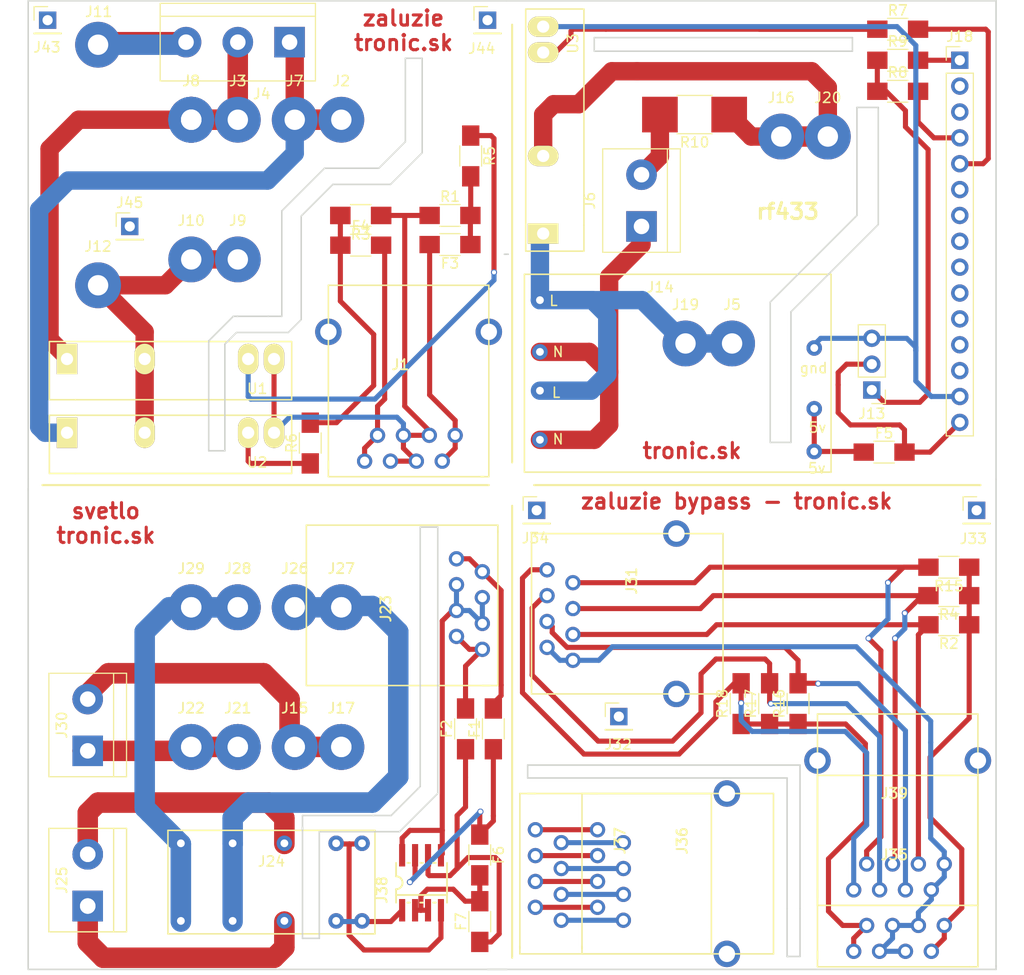
<source format=kicad_pcb>
(kicad_pcb (version 4) (host pcbnew 4.0.7)

  (general
    (links 133)
    (no_connects 0)
    (area 40.083381 70.958999 140.76462 167.0105)
    (thickness 1.6)
    (drawings 86)
    (tracks 473)
    (zones 0)
    (modules 79)
    (nets 55)
  )

  (page A4)
  (layers
    (0 F.Cu signal)
    (31 B.Cu signal)
    (32 B.Adhes user)
    (33 F.Adhes user)
    (34 B.Paste user)
    (35 F.Paste user)
    (36 B.SilkS user)
    (37 F.SilkS user)
    (38 B.Mask user)
    (39 F.Mask user)
    (40 Dwgs.User user)
    (41 Cmts.User user)
    (42 Eco1.User user)
    (43 Eco2.User user)
    (44 Edge.Cuts user)
    (45 Margin user)
    (46 B.CrtYd user)
    (47 F.CrtYd user)
    (48 B.Fab user)
    (49 F.Fab user)
  )

  (setup
    (last_trace_width 0.5)
    (trace_clearance 0.2)
    (zone_clearance 0.508)
    (zone_45_only no)
    (trace_min 0.2)
    (segment_width 0.2)
    (edge_width 0.15)
    (via_size 0.6)
    (via_drill 0.4)
    (via_min_size 0.4)
    (via_min_drill 0.3)
    (uvia_size 0.3)
    (uvia_drill 0.1)
    (uvias_allowed no)
    (uvia_min_size 0.2)
    (uvia_min_drill 0.1)
    (pcb_text_width 0.3)
    (pcb_text_size 1.5 1.5)
    (mod_edge_width 0.15)
    (mod_text_size 1 1)
    (mod_text_width 0.15)
    (pad_size 1.524 1.524)
    (pad_drill 0.762)
    (pad_to_mask_clearance 0.2)
    (aux_axis_origin 0 0)
    (visible_elements 7FFFFFFF)
    (pcbplotparams
      (layerselection 0x010f0_80000001)
      (usegerberextensions true)
      (excludeedgelayer true)
      (linewidth 0.100000)
      (plotframeref false)
      (viasonmask false)
      (mode 1)
      (useauxorigin false)
      (hpglpennumber 1)
      (hpglpenspeed 20)
      (hpglpendiameter 15)
      (hpglpenoverlay 2)
      (psnegative false)
      (psa4output false)
      (plotreference true)
      (plotvalue true)
      (plotinvisibletext false)
      (padsonsilk false)
      (subtractmaskfromsilk false)
      (outputformat 1)
      (mirror false)
      (drillshape 0)
      (scaleselection 1)
      (outputdirectory gerber/))
  )

  (net 0 "")
  (net 1 240v)
  (net 2 240v-input)
  (net 3 5v-down)
  (net 4 gnd)
  (net 5 5v-up)
  (net 6 down)
  (net 7 up)
  (net 8 2-240out)
  (net 9 2-240in)
  (net 10 2-rd-data)
  (net 11 2-5v)
  (net 12 2-gnd)
  (net 13 2-n)
  (net 14 2-d13)
  (net 15 2-a0)
  (net 16 "Net-(R5-Pad1)")
  (net 17 "Net-(R6-Pad1)")
  (net 18 "Net-(R7-Pad1)")
  (net 19 2-a1)
  (net 20 2-240in-mains)
  (net 21 3-up-out)
  (net 22 3-down-out)
  (net 23 3-5v-down)
  (net 24 3-gnd)
  (net 25 3-5v-up)
  (net 26 3-down)
  (net 27 3-up)
  (net 28 3-down-in)
  (net 29 3-up-in)
  (net 30 3-5v-up-in)
  (net 31 3-5v-down-in)
  (net 32 5v-up-in)
  (net 33 5v-down-in)
  (net 34 2-5v-in)
  (net 35 zaluzia-minus)
  (net 36 zaluzia-out-up)
  (net 37 zaluzia-3-up)
  (net 38 zaluzia-2-up)
  (net 39 zaluzia-1-up)
  (net 40 zaluzia-3-down)
  (net 41 zaluzia-2-down)
  (net 42 zaluzia-1-down)
  (net 43 zaluzia-out-down)
  (net 44 eth-bypass-7)
  (net 45 eth-bypass-5)
  (net 46 eth-bypass-3)
  (net 47 eth-bypass-1)
  (net 48 eth-bypass-8)
  (net 49 eth-bypass-6)
  (net 50 eth-bypass-4)
  (net 51 eth-bypass-2)
  (net 52 "Net-(F6-Pad2)")
  (net 53 3-plus)
  (net 54 3-minus)

  (net_class Default "This is the default net class."
    (clearance 0.2)
    (trace_width 0.5)
    (via_dia 0.6)
    (via_drill 0.4)
    (uvia_dia 0.3)
    (uvia_drill 0.1)
    (add_net 2-5v)
    (add_net 2-5v-in)
    (add_net 2-a0)
    (add_net 2-a1)
    (add_net 2-d13)
    (add_net 2-gnd)
    (add_net 2-rd-data)
    (add_net 3-5v-down)
    (add_net 3-5v-down-in)
    (add_net 3-5v-up)
    (add_net 3-5v-up-in)
    (add_net 3-gnd)
    (add_net 3-minus)
    (add_net 3-plus)
    (add_net 5v-down)
    (add_net 5v-down-in)
    (add_net 5v-up)
    (add_net 5v-up-in)
    (add_net "Net-(F6-Pad2)")
    (add_net "Net-(R5-Pad1)")
    (add_net "Net-(R6-Pad1)")
    (add_net "Net-(R7-Pad1)")
    (add_net eth-bypass-1)
    (add_net eth-bypass-2)
    (add_net eth-bypass-3)
    (add_net eth-bypass-4)
    (add_net eth-bypass-5)
    (add_net eth-bypass-6)
    (add_net eth-bypass-7)
    (add_net eth-bypass-8)
    (add_net gnd)
    (add_net zaluzia-1-down)
    (add_net zaluzia-1-up)
    (add_net zaluzia-2-down)
    (add_net zaluzia-2-up)
    (add_net zaluzia-3-down)
    (add_net zaluzia-3-up)
    (add_net zaluzia-minus)
    (add_net zaluzia-out-down)
    (add_net zaluzia-out-up)
  )

  (net_class mains ""
    (clearance 0)
    (trace_width 1.8)
    (via_dia 0.6)
    (via_drill 0.4)
    (uvia_dia 0.3)
    (uvia_drill 0.1)
    (add_net 2-240in)
    (add_net 2-240in-mains)
    (add_net 2-240out)
    (add_net 2-n)
    (add_net 240v)
    (add_net 240v-input)
    (add_net 3-down)
    (add_net 3-down-in)
    (add_net 3-down-out)
    (add_net 3-up)
    (add_net 3-up-in)
    (add_net 3-up-out)
    (add_net down)
    (add_net up)
  )

  (module psw-library:psw-rj-45-no-holes (layer F.Cu) (tedit 5AE9B6C4) (tstamp 5AEA62C2)
    (at 83.185 131.0005)
    (descr "Tyco 406549 - 100 BASE-T, RJ45 Jack")
    (tags "rj45 tyco")
    (path /5AAD5251)
    (fp_text reference J23 (at -4.572 1.27 90) (layer F.SilkS)
      (effects (font (size 1 1) (thickness 0.18)) (justify left bottom))
    )
    (fp_text value RJ45 (at -8.636 -1.27 90) (layer F.SilkS) hide
      (effects (font (size 1 1) (thickness 0.18)))
    )
    (fp_line (start -12.954 -8.382) (end 5.842 -8.382) (layer F.SilkS) (width 0.15))
    (fp_line (start 5.842 -8.382) (end 5.842 -7.62) (layer F.SilkS) (width 0.15))
    (fp_line (start 4.318 7.366) (end 5.842 7.366) (layer F.SilkS) (width 0.15))
    (fp_line (start 5.842 7.366) (end 5.842 -7.874) (layer F.SilkS) (width 0.15))
    (fp_line (start -12.954 -8.382) (end -12.954 7.366) (layer F.SilkS) (width 0.15))
    (fp_line (start -12.954 7.366) (end 5.08 7.366) (layer F.SilkS) (width 0.15))
    (pad 7 thru_hole circle (at 1.778 2.54) (size 1.5 1.5) (drill 0.9) (layers *.Cu *.Mask)
      (net 31 3-5v-down-in))
    (pad 5 thru_hole circle (at 1.778 0) (size 1.5 1.5) (drill 0.9) (layers *.Cu *.Mask)
      (net 24 3-gnd))
    (pad 3 thru_hole circle (at 1.778 -2.54) (size 1.5 1.5) (drill 0.9) (layers *.Cu *.Mask)
      (net 24 3-gnd))
    (pad 1 thru_hole circle (at 1.778 -5.08) (size 1.5 1.5) (drill 0.9) (layers *.Cu *.Mask)
      (net 30 3-5v-up-in))
    (pad 8 thru_hole circle (at 4.318 3.81) (size 1.5 1.5) (drill 0.9) (layers *.Cu *.Mask)
      (net 31 3-5v-down-in))
    (pad 6 thru_hole circle (at 4.318 1.27) (size 1.5 1.5) (drill 0.9) (layers *.Cu *.Mask)
      (net 24 3-gnd))
    (pad 4 thru_hole circle (at 4.318 -1.27) (size 1.5 1.5) (drill 0.9) (layers *.Cu *.Mask)
      (net 24 3-gnd))
    (pad 2 thru_hole circle (at 4.318 -3.81) (size 1.5 1.5) (drill 0.9) (layers *.Cu *.Mask)
      (net 30 3-5v-up-in))
  )

  (module Connectors_Terminal_Blocks:TerminalBlock_bornier-2_P5.08mm (layer F.Cu) (tedit 5AAD9F7E) (tstamp 5AADAB26)
    (at 48.768 144.78 90)
    (descr "simple 2-pin terminal block, pitch 5.08mm, revamped version of bornier2")
    (tags "terminal block bornier2")
    (path /5AAEC4DD)
    (fp_text reference J30 (at 2.54 -2.54 90) (layer F.SilkS)
      (effects (font (size 1 1) (thickness 0.15)))
    )
    (fp_text value pws (at 2.54 5.08 90) (layer F.Fab)
      (effects (font (size 1 1) (thickness 0.15)))
    )
    (fp_text user %R (at 2.54 0 90) (layer F.Fab)
      (effects (font (size 1 1) (thickness 0.15)))
    )
    (fp_line (start -2.41 2.55) (end 7.49 2.55) (layer F.Fab) (width 0.1))
    (fp_line (start -2.46 -3.75) (end -2.46 3.75) (layer F.Fab) (width 0.1))
    (fp_line (start -2.46 3.75) (end 7.54 3.75) (layer F.Fab) (width 0.1))
    (fp_line (start 7.54 3.75) (end 7.54 -3.75) (layer F.Fab) (width 0.1))
    (fp_line (start 7.54 -3.75) (end -2.46 -3.75) (layer F.Fab) (width 0.1))
    (fp_line (start 7.62 2.54) (end -2.54 2.54) (layer F.SilkS) (width 0.12))
    (fp_line (start 7.62 3.81) (end 7.62 -3.81) (layer F.SilkS) (width 0.12))
    (fp_line (start 7.62 -3.81) (end -2.54 -3.81) (layer F.SilkS) (width 0.12))
    (fp_line (start -2.54 -3.81) (end -2.54 3.81) (layer F.SilkS) (width 0.12))
    (fp_line (start -2.54 3.81) (end 7.62 3.81) (layer F.SilkS) (width 0.12))
    (fp_line (start -2.71 -4) (end 7.79 -4) (layer F.CrtYd) (width 0.05))
    (fp_line (start -2.71 -4) (end -2.71 4) (layer F.CrtYd) (width 0.05))
    (fp_line (start 7.79 4) (end 7.79 -4) (layer F.CrtYd) (width 0.05))
    (fp_line (start 7.79 4) (end -2.71 4) (layer F.CrtYd) (width 0.05))
    (pad 1 thru_hole rect (at 0 0 90) (size 3 3) (drill 1.52) (layers *.Cu *.Mask)
      (net 22 3-down-out))
    (pad 2 thru_hole circle (at 5.08 0 90) (size 3 3) (drill 1.52) (layers *.Cu *.Mask)
      (net 21 3-up-out))
    (model ${KISYS3DMOD}/Terminal_Blocks.3dshapes/TerminalBlock_bornier-2_P5.08mm.wrl
      (at (xyz 0.1 0 0))
      (scale (xyz 1 1 1))
      (rotate (xyz 0 0 0))
    )
  )

  (module Connectors_Terminal_Blocks:TerminalBlock_bornier-2_P5.08mm (layer F.Cu) (tedit 5AAD9F7B) (tstamp 5AADAB02)
    (at 48.768 160.02 90)
    (descr "simple 2-pin terminal block, pitch 5.08mm, revamped version of bornier2")
    (tags "terminal block bornier2")
    (path /5AADDA30)
    (fp_text reference J25 (at 2.54 -2.54 90) (layer F.SilkS)
      (effects (font (size 1 1) (thickness 0.15)))
    )
    (fp_text value pws (at 2.54 5.08 90) (layer F.Fab)
      (effects (font (size 1 1) (thickness 0.15)))
    )
    (fp_text user %R (at 2.54 0 90) (layer F.Fab)
      (effects (font (size 1 1) (thickness 0.15)))
    )
    (fp_line (start -2.41 2.55) (end 7.49 2.55) (layer F.Fab) (width 0.1))
    (fp_line (start -2.46 -3.75) (end -2.46 3.75) (layer F.Fab) (width 0.1))
    (fp_line (start -2.46 3.75) (end 7.54 3.75) (layer F.Fab) (width 0.1))
    (fp_line (start 7.54 3.75) (end 7.54 -3.75) (layer F.Fab) (width 0.1))
    (fp_line (start 7.54 -3.75) (end -2.46 -3.75) (layer F.Fab) (width 0.1))
    (fp_line (start 7.62 2.54) (end -2.54 2.54) (layer F.SilkS) (width 0.12))
    (fp_line (start 7.62 3.81) (end 7.62 -3.81) (layer F.SilkS) (width 0.12))
    (fp_line (start 7.62 -3.81) (end -2.54 -3.81) (layer F.SilkS) (width 0.12))
    (fp_line (start -2.54 -3.81) (end -2.54 3.81) (layer F.SilkS) (width 0.12))
    (fp_line (start -2.54 3.81) (end 7.62 3.81) (layer F.SilkS) (width 0.12))
    (fp_line (start -2.71 -4) (end 7.79 -4) (layer F.CrtYd) (width 0.05))
    (fp_line (start -2.71 -4) (end -2.71 4) (layer F.CrtYd) (width 0.05))
    (fp_line (start 7.79 4) (end 7.79 -4) (layer F.CrtYd) (width 0.05))
    (fp_line (start 7.79 4) (end -2.71 4) (layer F.CrtYd) (width 0.05))
    (pad 1 thru_hole rect (at 0 0 90) (size 3 3) (drill 1.52) (layers *.Cu *.Mask)
      (net 28 3-down-in))
    (pad 2 thru_hole circle (at 5.08 0 90) (size 3 3) (drill 1.52) (layers *.Cu *.Mask)
      (net 29 3-up-in))
    (model ${KISYS3DMOD}/Terminal_Blocks.3dshapes/TerminalBlock_bornier-2_P5.08mm.wrl
      (at (xyz 0.1 0 0))
      (scale (xyz 1 1 1))
      (rotate (xyz 0 0 0))
    )
  )

  (module Resistors_SMD:R_1206_HandSoldering (layer F.Cu) (tedit 58E0A804) (tstamp 5AAD9352)
    (at 75.565 92.202 180)
    (descr "Resistor SMD 1206, hand soldering")
    (tags "resistor 1206")
    (path /5AAC7F6E)
    (attr smd)
    (fp_text reference R3 (at 0 -1.85 180) (layer F.SilkS)
      (effects (font (size 1 1) (thickness 0.15)))
    )
    (fp_text value R (at 0 1.9 180) (layer F.Fab)
      (effects (font (size 1 1) (thickness 0.15)))
    )
    (fp_text user %R (at 0 0 180) (layer F.Fab)
      (effects (font (size 0.7 0.7) (thickness 0.105)))
    )
    (fp_line (start -1.6 0.8) (end -1.6 -0.8) (layer F.Fab) (width 0.1))
    (fp_line (start 1.6 0.8) (end -1.6 0.8) (layer F.Fab) (width 0.1))
    (fp_line (start 1.6 -0.8) (end 1.6 0.8) (layer F.Fab) (width 0.1))
    (fp_line (start -1.6 -0.8) (end 1.6 -0.8) (layer F.Fab) (width 0.1))
    (fp_line (start 1 1.07) (end -1 1.07) (layer F.SilkS) (width 0.12))
    (fp_line (start -1 -1.07) (end 1 -1.07) (layer F.SilkS) (width 0.12))
    (fp_line (start -3.25 -1.11) (end 3.25 -1.11) (layer F.CrtYd) (width 0.05))
    (fp_line (start -3.25 -1.11) (end -3.25 1.1) (layer F.CrtYd) (width 0.05))
    (fp_line (start 3.25 1.1) (end 3.25 -1.11) (layer F.CrtYd) (width 0.05))
    (fp_line (start 3.25 1.1) (end -3.25 1.1) (layer F.CrtYd) (width 0.05))
    (pad 1 smd rect (at -2 0 180) (size 2 1.7) (layers F.Cu F.Paste F.Mask)
      (net 4 gnd))
    (pad 2 smd rect (at 2 0 180) (size 2 1.7) (layers F.Cu F.Paste F.Mask)
      (net 3 5v-down))
    (model ${KISYS3DMOD}/Resistors_SMD.3dshapes/R_1206.wrl
      (at (xyz 0 0 0))
      (scale (xyz 1 1 1))
      (rotate (xyz 0 0 0))
    )
  )

  (module Pin_Headers:Pin_Header_Straight_1x03_Pitch2.54mm (layer F.Cu) (tedit 59650532) (tstamp 5AACF87F)
    (at 125.73 109.347 180)
    (descr "Through hole straight pin header, 1x03, 2.54mm pitch, single row")
    (tags "Through hole pin header THT 1x03 2.54mm single row")
    (path /5AACFDE6)
    (fp_text reference J13 (at 0 -2.33 180) (layer F.SilkS)
      (effects (font (size 1 1) (thickness 0.15)))
    )
    (fp_text value rf433 (at 0 7.41 180) (layer F.Fab)
      (effects (font (size 1 1) (thickness 0.15)))
    )
    (fp_line (start -0.635 -1.27) (end 1.27 -1.27) (layer F.Fab) (width 0.1))
    (fp_line (start 1.27 -1.27) (end 1.27 6.35) (layer F.Fab) (width 0.1))
    (fp_line (start 1.27 6.35) (end -1.27 6.35) (layer F.Fab) (width 0.1))
    (fp_line (start -1.27 6.35) (end -1.27 -0.635) (layer F.Fab) (width 0.1))
    (fp_line (start -1.27 -0.635) (end -0.635 -1.27) (layer F.Fab) (width 0.1))
    (fp_line (start -1.33 6.41) (end 1.33 6.41) (layer F.SilkS) (width 0.12))
    (fp_line (start -1.33 1.27) (end -1.33 6.41) (layer F.SilkS) (width 0.12))
    (fp_line (start 1.33 1.27) (end 1.33 6.41) (layer F.SilkS) (width 0.12))
    (fp_line (start -1.33 1.27) (end 1.33 1.27) (layer F.SilkS) (width 0.12))
    (fp_line (start -1.33 0) (end -1.33 -1.33) (layer F.SilkS) (width 0.12))
    (fp_line (start -1.33 -1.33) (end 0 -1.33) (layer F.SilkS) (width 0.12))
    (fp_line (start -1.8 -1.8) (end -1.8 6.85) (layer F.CrtYd) (width 0.05))
    (fp_line (start -1.8 6.85) (end 1.8 6.85) (layer F.CrtYd) (width 0.05))
    (fp_line (start 1.8 6.85) (end 1.8 -1.8) (layer F.CrtYd) (width 0.05))
    (fp_line (start 1.8 -1.8) (end -1.8 -1.8) (layer F.CrtYd) (width 0.05))
    (fp_text user %R (at 0 2.54 270) (layer F.Fab)
      (effects (font (size 1 1) (thickness 0.15)))
    )
    (pad 1 thru_hole rect (at 0 0 180) (size 1.7 1.7) (drill 1) (layers *.Cu *.Mask)
      (net 10 2-rd-data))
    (pad 2 thru_hole oval (at 0 2.54 180) (size 1.7 1.7) (drill 1) (layers *.Cu *.Mask)
      (net 11 2-5v))
    (pad 3 thru_hole oval (at 0 5.08 180) (size 1.7 1.7) (drill 1) (layers *.Cu *.Mask)
      (net 12 2-gnd))
    (model ${KISYS3DMOD}/Pin_Headers.3dshapes/Pin_Header_Straight_1x03_Pitch2.54mm.wrl
      (at (xyz 0 0 0))
      (scale (xyz 1 1 1))
      (rotate (xyz 0 0 0))
    )
  )

  (module Pin_Headers:Pin_Header_Straight_1x15_Pitch2.54mm (layer F.Cu) (tedit 59650532) (tstamp 5AACF8A9)
    (at 134.366 76.962)
    (descr "Through hole straight pin header, 1x15, 2.54mm pitch, single row")
    (tags "Through hole pin header THT 1x15 2.54mm single row")
    (path /5AACFD41)
    (fp_text reference J18 (at 0 -2.33) (layer F.SilkS)
      (effects (font (size 1 1) (thickness 0.15)))
    )
    (fp_text value nano (at 0 37.89) (layer F.Fab)
      (effects (font (size 1 1) (thickness 0.15)))
    )
    (fp_line (start -0.635 -1.27) (end 1.27 -1.27) (layer F.Fab) (width 0.1))
    (fp_line (start 1.27 -1.27) (end 1.27 36.83) (layer F.Fab) (width 0.1))
    (fp_line (start 1.27 36.83) (end -1.27 36.83) (layer F.Fab) (width 0.1))
    (fp_line (start -1.27 36.83) (end -1.27 -0.635) (layer F.Fab) (width 0.1))
    (fp_line (start -1.27 -0.635) (end -0.635 -1.27) (layer F.Fab) (width 0.1))
    (fp_line (start -1.33 36.89) (end 1.33 36.89) (layer F.SilkS) (width 0.12))
    (fp_line (start -1.33 1.27) (end -1.33 36.89) (layer F.SilkS) (width 0.12))
    (fp_line (start 1.33 1.27) (end 1.33 36.89) (layer F.SilkS) (width 0.12))
    (fp_line (start -1.33 1.27) (end 1.33 1.27) (layer F.SilkS) (width 0.12))
    (fp_line (start -1.33 0) (end -1.33 -1.33) (layer F.SilkS) (width 0.12))
    (fp_line (start -1.33 -1.33) (end 0 -1.33) (layer F.SilkS) (width 0.12))
    (fp_line (start -1.8 -1.8) (end -1.8 37.35) (layer F.CrtYd) (width 0.05))
    (fp_line (start -1.8 37.35) (end 1.8 37.35) (layer F.CrtYd) (width 0.05))
    (fp_line (start 1.8 37.35) (end 1.8 -1.8) (layer F.CrtYd) (width 0.05))
    (fp_line (start 1.8 -1.8) (end -1.8 -1.8) (layer F.CrtYd) (width 0.05))
    (fp_text user %R (at 0 17.78 90) (layer F.Fab)
      (effects (font (size 1 1) (thickness 0.15)))
    )
    (pad 1 thru_hole rect (at 0 0) (size 1.7 1.7) (drill 1) (layers *.Cu *.Mask)
      (net 14 2-d13))
    (pad 2 thru_hole oval (at 0 2.54) (size 1.7 1.7) (drill 1) (layers *.Cu *.Mask))
    (pad 3 thru_hole oval (at 0 5.08) (size 1.7 1.7) (drill 1) (layers *.Cu *.Mask))
    (pad 4 thru_hole oval (at 0 7.62) (size 1.7 1.7) (drill 1) (layers *.Cu *.Mask)
      (net 15 2-a0))
    (pad 5 thru_hole oval (at 0 10.16) (size 1.7 1.7) (drill 1) (layers *.Cu *.Mask)
      (net 19 2-a1))
    (pad 6 thru_hole oval (at 0 12.7) (size 1.7 1.7) (drill 1) (layers *.Cu *.Mask))
    (pad 7 thru_hole oval (at 0 15.24) (size 1.7 1.7) (drill 1) (layers *.Cu *.Mask))
    (pad 8 thru_hole oval (at 0 17.78) (size 1.7 1.7) (drill 1) (layers *.Cu *.Mask))
    (pad 9 thru_hole oval (at 0 20.32) (size 1.7 1.7) (drill 1) (layers *.Cu *.Mask))
    (pad 10 thru_hole oval (at 0 22.86) (size 1.7 1.7) (drill 1) (layers *.Cu *.Mask))
    (pad 11 thru_hole oval (at 0 25.4) (size 1.7 1.7) (drill 1) (layers *.Cu *.Mask))
    (pad 12 thru_hole oval (at 0 27.94) (size 1.7 1.7) (drill 1) (layers *.Cu *.Mask))
    (pad 13 thru_hole oval (at 0 30.48) (size 1.7 1.7) (drill 1) (layers *.Cu *.Mask))
    (pad 14 thru_hole oval (at 0 33.02) (size 1.7 1.7) (drill 1) (layers *.Cu *.Mask)
      (net 12 2-gnd))
    (pad 15 thru_hole oval (at 0 35.56) (size 1.7 1.7) (drill 1) (layers *.Cu *.Mask)
      (net 11 2-5v))
    (model ${KISYS3DMOD}/Pin_Headers.3dshapes/Pin_Header_Straight_1x15_Pitch2.54mm.wrl
      (at (xyz 0 0 0))
      (scale (xyz 1 1 1))
      (rotate (xyz 0 0 0))
    )
  )

  (module Resistors_SMD:R_1206_HandSoldering (layer F.Cu) (tedit 58E0A804) (tstamp 5AACF8BB)
    (at 128.27 73.914)
    (descr "Resistor SMD 1206, hand soldering")
    (tags "resistor 1206")
    (path /5AAD3D3C)
    (attr smd)
    (fp_text reference R7 (at 0 -1.85) (layer F.SilkS)
      (effects (font (size 1 1) (thickness 0.15)))
    )
    (fp_text value R (at 0 1.9) (layer F.Fab)
      (effects (font (size 1 1) (thickness 0.15)))
    )
    (fp_text user %R (at 0 0) (layer F.Fab)
      (effects (font (size 0.7 0.7) (thickness 0.105)))
    )
    (fp_line (start -1.6 0.8) (end -1.6 -0.8) (layer F.Fab) (width 0.1))
    (fp_line (start 1.6 0.8) (end -1.6 0.8) (layer F.Fab) (width 0.1))
    (fp_line (start 1.6 -0.8) (end 1.6 0.8) (layer F.Fab) (width 0.1))
    (fp_line (start -1.6 -0.8) (end 1.6 -0.8) (layer F.Fab) (width 0.1))
    (fp_line (start 1 1.07) (end -1 1.07) (layer F.SilkS) (width 0.12))
    (fp_line (start -1 -1.07) (end 1 -1.07) (layer F.SilkS) (width 0.12))
    (fp_line (start -3.25 -1.11) (end 3.25 -1.11) (layer F.CrtYd) (width 0.05))
    (fp_line (start -3.25 -1.11) (end -3.25 1.1) (layer F.CrtYd) (width 0.05))
    (fp_line (start 3.25 1.1) (end 3.25 -1.11) (layer F.CrtYd) (width 0.05))
    (fp_line (start 3.25 1.1) (end -3.25 1.1) (layer F.CrtYd) (width 0.05))
    (pad 1 smd rect (at -2 0) (size 2 1.7) (layers F.Cu F.Paste F.Mask)
      (net 18 "Net-(R7-Pad1)"))
    (pad 2 smd rect (at 2 0) (size 2 1.7) (layers F.Cu F.Paste F.Mask)
      (net 19 2-a1))
    (model ${KISYS3DMOD}/Resistors_SMD.3dshapes/R_1206.wrl
      (at (xyz 0 0 0))
      (scale (xyz 1 1 1))
      (rotate (xyz 0 0 0))
    )
  )

  (module Resistors_SMD:R_1206_HandSoldering (layer F.Cu) (tedit 58E0A804) (tstamp 5AACF8C1)
    (at 128.27 80.01)
    (descr "Resistor SMD 1206, hand soldering")
    (tags "resistor 1206")
    (path /5AAD522C)
    (attr smd)
    (fp_text reference R8 (at 0 -1.85) (layer F.SilkS)
      (effects (font (size 1 1) (thickness 0.15)))
    )
    (fp_text value R (at 0 1.9) (layer F.Fab)
      (effects (font (size 1 1) (thickness 0.15)))
    )
    (fp_text user %R (at 0 0) (layer F.Fab)
      (effects (font (size 0.7 0.7) (thickness 0.105)))
    )
    (fp_line (start -1.6 0.8) (end -1.6 -0.8) (layer F.Fab) (width 0.1))
    (fp_line (start 1.6 0.8) (end -1.6 0.8) (layer F.Fab) (width 0.1))
    (fp_line (start 1.6 -0.8) (end 1.6 0.8) (layer F.Fab) (width 0.1))
    (fp_line (start -1.6 -0.8) (end 1.6 -0.8) (layer F.Fab) (width 0.1))
    (fp_line (start 1 1.07) (end -1 1.07) (layer F.SilkS) (width 0.12))
    (fp_line (start -1 -1.07) (end 1 -1.07) (layer F.SilkS) (width 0.12))
    (fp_line (start -3.25 -1.11) (end 3.25 -1.11) (layer F.CrtYd) (width 0.05))
    (fp_line (start -3.25 -1.11) (end -3.25 1.1) (layer F.CrtYd) (width 0.05))
    (fp_line (start 3.25 1.1) (end 3.25 -1.11) (layer F.CrtYd) (width 0.05))
    (fp_line (start 3.25 1.1) (end -3.25 1.1) (layer F.CrtYd) (width 0.05))
    (pad 1 smd rect (at -2 0) (size 2 1.7) (layers F.Cu F.Paste F.Mask)
      (net 10 2-rd-data))
    (pad 2 smd rect (at 2 0) (size 2 1.7) (layers F.Cu F.Paste F.Mask)
      (net 15 2-a0))
    (model ${KISYS3DMOD}/Resistors_SMD.3dshapes/R_1206.wrl
      (at (xyz 0 0 0))
      (scale (xyz 1 1 1))
      (rotate (xyz 0 0 0))
    )
  )

  (module Resistors_SMD:R_1206_HandSoldering (layer F.Cu) (tedit 58E0A804) (tstamp 5AACF8C7)
    (at 128.27 76.962)
    (descr "Resistor SMD 1206, hand soldering")
    (tags "resistor 1206")
    (path /5AAD560D)
    (attr smd)
    (fp_text reference R9 (at 0 -1.85) (layer F.SilkS)
      (effects (font (size 1 1) (thickness 0.15)))
    )
    (fp_text value R (at 0 1.9) (layer F.Fab)
      (effects (font (size 1 1) (thickness 0.15)))
    )
    (fp_text user %R (at 0 0) (layer F.Fab)
      (effects (font (size 0.7 0.7) (thickness 0.105)))
    )
    (fp_line (start -1.6 0.8) (end -1.6 -0.8) (layer F.Fab) (width 0.1))
    (fp_line (start 1.6 0.8) (end -1.6 0.8) (layer F.Fab) (width 0.1))
    (fp_line (start 1.6 -0.8) (end 1.6 0.8) (layer F.Fab) (width 0.1))
    (fp_line (start -1.6 -0.8) (end 1.6 -0.8) (layer F.Fab) (width 0.1))
    (fp_line (start 1 1.07) (end -1 1.07) (layer F.SilkS) (width 0.12))
    (fp_line (start -1 -1.07) (end 1 -1.07) (layer F.SilkS) (width 0.12))
    (fp_line (start -3.25 -1.11) (end 3.25 -1.11) (layer F.CrtYd) (width 0.05))
    (fp_line (start -3.25 -1.11) (end -3.25 1.1) (layer F.CrtYd) (width 0.05))
    (fp_line (start 3.25 1.1) (end 3.25 -1.11) (layer F.CrtYd) (width 0.05))
    (fp_line (start 3.25 1.1) (end -3.25 1.1) (layer F.CrtYd) (width 0.05))
    (pad 1 smd rect (at -2 0) (size 2 1.7) (layers F.Cu F.Paste F.Mask)
      (net 10 2-rd-data))
    (pad 2 smd rect (at 2 0) (size 2 1.7) (layers F.Cu F.Paste F.Mask)
      (net 14 2-d13))
    (model ${KISYS3DMOD}/Resistors_SMD.3dshapes/R_1206.wrl
      (at (xyz 0 0 0))
      (scale (xyz 1 1 1))
      (rotate (xyz 0 0 0))
    )
  )

  (module Connectors_Terminal_Blocks:TerminalBlock_bornier-2_P5.08mm (layer F.Cu) (tedit 5AAEE5EA) (tstamp 5AAD01AE)
    (at 103.124 93.2815 90)
    (descr "simple 2-pin terminal block, pitch 5.08mm, revamped version of bornier2")
    (tags "terminal block bornier2")
    (path /5AADD545)
    (fp_text reference J6 (at 2.54 -5.08 90) (layer F.SilkS)
      (effects (font (size 1 1) (thickness 0.15)))
    )
    (fp_text value pws (at 2.54 5.08 90) (layer F.Fab)
      (effects (font (size 1 1) (thickness 0.15)))
    )
    (fp_text user %R (at 2.54 0 90) (layer F.Fab)
      (effects (font (size 1 1) (thickness 0.15)))
    )
    (fp_line (start -2.41 2.55) (end 7.49 2.55) (layer F.Fab) (width 0.1))
    (fp_line (start -2.46 -3.75) (end -2.46 3.75) (layer F.Fab) (width 0.1))
    (fp_line (start -2.46 3.75) (end 7.54 3.75) (layer F.Fab) (width 0.1))
    (fp_line (start 7.54 3.75) (end 7.54 -3.75) (layer F.Fab) (width 0.1))
    (fp_line (start 7.54 -3.75) (end -2.46 -3.75) (layer F.Fab) (width 0.1))
    (fp_line (start 7.62 2.54) (end -2.54 2.54) (layer F.SilkS) (width 0.12))
    (fp_line (start 7.62 3.81) (end 7.62 -3.81) (layer F.SilkS) (width 0.12))
    (fp_line (start 7.62 -3.81) (end -2.54 -3.81) (layer F.SilkS) (width 0.12))
    (fp_line (start -2.54 -3.81) (end -2.54 3.81) (layer F.SilkS) (width 0.12))
    (fp_line (start -2.54 3.81) (end 7.62 3.81) (layer F.SilkS) (width 0.12))
    (fp_line (start -2.71 -4) (end 7.79 -4) (layer F.CrtYd) (width 0.05))
    (fp_line (start -2.71 -4) (end -2.71 4) (layer F.CrtYd) (width 0.05))
    (fp_line (start 7.79 4) (end 7.79 -4) (layer F.CrtYd) (width 0.05))
    (fp_line (start 7.79 4) (end -2.71 4) (layer F.CrtYd) (width 0.05))
    (pad 1 thru_hole rect (at 0 0 90) (size 3 3) (drill 1.52) (layers *.Cu *.Mask)
      (net 13 2-n))
    (pad 2 thru_hole circle (at 5.08 0 90) (size 3 3) (drill 1.52) (layers *.Cu *.Mask)
      (net 20 2-240in-mains))
    (model ${KISYS3DMOD}/Terminal_Blocks.3dshapes/TerminalBlock_bornier-2_P5.08mm.wrl
      (at (xyz 0.1 0 0))
      (scale (xyz 1 1 1))
      (rotate (xyz 0 0 0))
    )
  )

  (module conn-io:RJ45-TYCO-406549-psw (layer F.Cu) (tedit 5AAEE59E) (tstamp 5AAC4972)
    (at 79.756 112.014 270)
    (descr "Tyco 406549 - 100 BASE-T, RJ45 Jack")
    (tags "rj45 tyco")
    (path /5AAC4183)
    (fp_text reference J1 (at -4.572 1.27 360) (layer F.SilkS)
      (effects (font (size 1 1) (thickness 0.18)) (justify left bottom))
    )
    (fp_text value RJ45 (at -8.636 -1.27 360) (layer F.SilkS) hide
      (effects (font (size 1 1) (thickness 0.18)))
    )
    (fp_line (start -12.954 -8.382) (end 5.842 -8.382) (layer F.SilkS) (width 0.15))
    (fp_line (start 5.842 -8.382) (end 5.842 -7.62) (layer F.SilkS) (width 0.15))
    (fp_line (start 4.318 7.366) (end 5.842 7.366) (layer F.SilkS) (width 0.15))
    (fp_line (start 5.842 7.366) (end 5.842 -7.874) (layer F.SilkS) (width 0.15))
    (fp_line (start -12.954 -8.382) (end -12.954 7.366) (layer F.SilkS) (width 0.15))
    (fp_line (start -12.954 7.366) (end 5.08 7.366) (layer F.SilkS) (width 0.15))
    (pad 7 thru_hole circle (at 1.778 2.54 270) (size 1.5 1.5) (drill 0.9) (layers *.Cu *.Mask)
      (net 33 5v-down-in))
    (pad 5 thru_hole circle (at 1.778 0 270) (size 1.5 1.5) (drill 0.9) (layers *.Cu *.Mask)
      (net 4 gnd))
    (pad 3 thru_hole circle (at 1.778 -2.54 270) (size 1.5 1.5) (drill 0.9) (layers *.Cu *.Mask)
      (net 4 gnd))
    (pad 1 thru_hole circle (at 1.778 -5.08 270) (size 1.5 1.5) (drill 0.9) (layers *.Cu *.Mask)
      (net 32 5v-up-in))
    (pad 8 thru_hole circle (at 4.318 3.81 270) (size 1.5 1.5) (drill 0.9) (layers *.Cu *.Mask)
      (net 33 5v-down-in))
    (pad 6 thru_hole circle (at 4.318 1.27 270) (size 1.5 1.5) (drill 0.9) (layers *.Cu *.Mask)
      (net 4 gnd))
    (pad 4 thru_hole circle (at 4.318 -1.27 270) (size 1.5 1.5) (drill 0.9) (layers *.Cu *.Mask)
      (net 4 gnd))
    (pad 2 thru_hole circle (at 4.318 -3.81 270) (size 1.5 1.5) (drill 0.9) (layers *.Cu *.Mask)
      (net 32 5v-up-in))
    (pad SH thru_hole circle (at -8.382 -8.382 270) (size 2.6 2.6) (drill 1.6) (layers *.Cu *.Mask))
    (pad SH thru_hole circle (at -8.382 7.366 270) (size 2.6 2.6) (drill 1.6) (layers *.Cu *.Mask))
    (pad "" np_thru_hole circle (at -5.08 -6.35 270) (size 2.8 2.8) (drill 2.8) (layers *.Cu))
    (pad "" np_thru_hole circle (at -5.08 5.334 270) (size 2.8 2.8) (drill 2.8) (layers *.Cu))
  )

  (module Connectors_Terminal_Blocks:TerminalBlock_bornier-3_P5.08mm (layer F.Cu) (tedit 5AAEE494) (tstamp 5AAC5A33)
    (at 68.58 75.184 180)
    (descr "simple 3-pin terminal block, pitch 5.08mm, revamped version of bornier3")
    (tags "terminal block bornier3")
    (path /5AAC725A)
    (fp_text reference J4 (at 2.7305 -5.08 180) (layer F.SilkS)
      (effects (font (size 1 1) (thickness 0.15)))
    )
    (fp_text value pwr (at -4.064 0.254 270) (layer F.Fab)
      (effects (font (size 1 1) (thickness 0.15)))
    )
    (fp_text user %R (at 5.08 0 180) (layer F.Fab)
      (effects (font (size 1 1) (thickness 0.15)))
    )
    (fp_line (start -2.47 2.55) (end 12.63 2.55) (layer F.Fab) (width 0.1))
    (fp_line (start -2.47 -3.75) (end 12.63 -3.75) (layer F.Fab) (width 0.1))
    (fp_line (start 12.63 -3.75) (end 12.63 3.75) (layer F.Fab) (width 0.1))
    (fp_line (start 12.63 3.75) (end -2.47 3.75) (layer F.Fab) (width 0.1))
    (fp_line (start -2.47 3.75) (end -2.47 -3.75) (layer F.Fab) (width 0.1))
    (fp_line (start -2.54 3.81) (end -2.54 -3.81) (layer F.SilkS) (width 0.12))
    (fp_line (start 12.7 3.81) (end 12.7 -3.81) (layer F.SilkS) (width 0.12))
    (fp_line (start -2.54 2.54) (end 12.7 2.54) (layer F.SilkS) (width 0.12))
    (fp_line (start -2.54 -3.81) (end 12.7 -3.81) (layer F.SilkS) (width 0.12))
    (fp_line (start -2.54 3.81) (end 12.7 3.81) (layer F.SilkS) (width 0.12))
    (fp_line (start -2.72 -4) (end 12.88 -4) (layer F.CrtYd) (width 0.05))
    (fp_line (start -2.72 -4) (end -2.72 4) (layer F.CrtYd) (width 0.05))
    (fp_line (start 12.88 4) (end 12.88 -4) (layer F.CrtYd) (width 0.05))
    (fp_line (start 12.88 4) (end -2.72 4) (layer F.CrtYd) (width 0.05))
    (pad 1 thru_hole rect (at 0 0 180) (size 3 3) (drill 1.52) (layers *.Cu *.Mask)
      (net 6 down))
    (pad 2 thru_hole circle (at 5.08 0 180) (size 3 3) (drill 1.52) (layers *.Cu *.Mask)
      (net 7 up))
    (pad 3 thru_hole circle (at 10.16 0 180) (size 3 3) (drill 1.52) (layers *.Cu *.Mask)
      (net 2 240v-input))
    (model ${KISYS3DMOD}/Terminal_Blocks.3dshapes/TerminalBlock_bornier-3_P5.08mm.wrl
      (at (xyz 0.2 0 0))
      (scale (xyz 1 1 1))
      (rotate (xyz 0 0 0))
    )
  )

  (module Resistors_SMD:R_1206_HandSoldering (layer F.Cu) (tedit 58E0A804) (tstamp 5AAC5E00)
    (at 84.328 92.202)
    (descr "Resistor SMD 1206, hand soldering")
    (tags "resistor 1206")
    (path /5AAC7F3B)
    (attr smd)
    (fp_text reference R1 (at 0 -1.85) (layer F.SilkS)
      (effects (font (size 1 1) (thickness 0.15)))
    )
    (fp_text value R (at 0 1.9) (layer F.Fab)
      (effects (font (size 1 1) (thickness 0.15)))
    )
    (fp_text user %R (at 0 0) (layer F.Fab)
      (effects (font (size 0.7 0.7) (thickness 0.105)))
    )
    (fp_line (start -1.6 0.8) (end -1.6 -0.8) (layer F.Fab) (width 0.1))
    (fp_line (start 1.6 0.8) (end -1.6 0.8) (layer F.Fab) (width 0.1))
    (fp_line (start 1.6 -0.8) (end 1.6 0.8) (layer F.Fab) (width 0.1))
    (fp_line (start -1.6 -0.8) (end 1.6 -0.8) (layer F.Fab) (width 0.1))
    (fp_line (start 1 1.07) (end -1 1.07) (layer F.SilkS) (width 0.12))
    (fp_line (start -1 -1.07) (end 1 -1.07) (layer F.SilkS) (width 0.12))
    (fp_line (start -3.25 -1.11) (end 3.25 -1.11) (layer F.CrtYd) (width 0.05))
    (fp_line (start -3.25 -1.11) (end -3.25 1.1) (layer F.CrtYd) (width 0.05))
    (fp_line (start 3.25 1.1) (end 3.25 -1.11) (layer F.CrtYd) (width 0.05))
    (fp_line (start 3.25 1.1) (end -3.25 1.1) (layer F.CrtYd) (width 0.05))
    (pad 1 smd rect (at -2 0) (size 2 1.7) (layers F.Cu F.Paste F.Mask)
      (net 4 gnd))
    (pad 2 smd rect (at 2 0) (size 2 1.7) (layers F.Cu F.Paste F.Mask)
      (net 5 5v-up))
    (model ${KISYS3DMOD}/Resistors_SMD.3dshapes/R_1206.wrl
      (at (xyz 0 0 0))
      (scale (xyz 1 1 1))
      (rotate (xyz 0 0 0))
    )
  )

  (module Resistors_SMD:R_1206_HandSoldering (layer F.Cu) (tedit 58E0A804) (tstamp 5AAC5E0C)
    (at 75.565 92.202 180)
    (descr "Resistor SMD 1206, hand soldering")
    (tags "resistor 1206")
    (path /5AAC7F6E)
    (attr smd)
    (fp_text reference R3 (at 0 -1.85 180) (layer F.SilkS)
      (effects (font (size 1 1) (thickness 0.15)))
    )
    (fp_text value R (at 0 1.9 180) (layer F.Fab)
      (effects (font (size 1 1) (thickness 0.15)))
    )
    (fp_text user %R (at 0 0 180) (layer F.Fab)
      (effects (font (size 0.7 0.7) (thickness 0.105)))
    )
    (fp_line (start -1.6 0.8) (end -1.6 -0.8) (layer F.Fab) (width 0.1))
    (fp_line (start 1.6 0.8) (end -1.6 0.8) (layer F.Fab) (width 0.1))
    (fp_line (start 1.6 -0.8) (end 1.6 0.8) (layer F.Fab) (width 0.1))
    (fp_line (start -1.6 -0.8) (end 1.6 -0.8) (layer F.Fab) (width 0.1))
    (fp_line (start 1 1.07) (end -1 1.07) (layer F.SilkS) (width 0.12))
    (fp_line (start -1 -1.07) (end 1 -1.07) (layer F.SilkS) (width 0.12))
    (fp_line (start -3.25 -1.11) (end 3.25 -1.11) (layer F.CrtYd) (width 0.05))
    (fp_line (start -3.25 -1.11) (end -3.25 1.1) (layer F.CrtYd) (width 0.05))
    (fp_line (start 3.25 1.1) (end 3.25 -1.11) (layer F.CrtYd) (width 0.05))
    (fp_line (start 3.25 1.1) (end -3.25 1.1) (layer F.CrtYd) (width 0.05))
    (pad 1 smd rect (at -2 0 180) (size 2 1.7) (layers F.Cu F.Paste F.Mask)
      (net 4 gnd))
    (pad 2 smd rect (at 2 0 180) (size 2 1.7) (layers F.Cu F.Paste F.Mask)
      (net 3 5v-down))
    (model ${KISYS3DMOD}/Resistors_SMD.3dshapes/R_1206.wrl
      (at (xyz 0 0 0))
      (scale (xyz 1 1 1))
      (rotate (xyz 0 0 0))
    )
  )

  (module Resistors_SMD:R_1206_HandSoldering (layer F.Cu) (tedit 58E0A804) (tstamp 5AACF8AF)
    (at 86.36 86.36 270)
    (descr "Resistor SMD 1206, hand soldering")
    (tags "resistor 1206")
    (path /5AAD2B1C)
    (attr smd)
    (fp_text reference R5 (at 0 -1.85 270) (layer F.SilkS)
      (effects (font (size 1 1) (thickness 0.15)))
    )
    (fp_text value R (at 0 1.9 270) (layer F.Fab)
      (effects (font (size 1 1) (thickness 0.15)))
    )
    (fp_text user %R (at 0 0 270) (layer F.Fab)
      (effects (font (size 0.7 0.7) (thickness 0.105)))
    )
    (fp_line (start -1.6 0.8) (end -1.6 -0.8) (layer F.Fab) (width 0.1))
    (fp_line (start 1.6 0.8) (end -1.6 0.8) (layer F.Fab) (width 0.1))
    (fp_line (start 1.6 -0.8) (end 1.6 0.8) (layer F.Fab) (width 0.1))
    (fp_line (start -1.6 -0.8) (end 1.6 -0.8) (layer F.Fab) (width 0.1))
    (fp_line (start 1 1.07) (end -1 1.07) (layer F.SilkS) (width 0.12))
    (fp_line (start -1 -1.07) (end 1 -1.07) (layer F.SilkS) (width 0.12))
    (fp_line (start -3.25 -1.11) (end 3.25 -1.11) (layer F.CrtYd) (width 0.05))
    (fp_line (start -3.25 -1.11) (end -3.25 1.1) (layer F.CrtYd) (width 0.05))
    (fp_line (start 3.25 1.1) (end 3.25 -1.11) (layer F.CrtYd) (width 0.05))
    (fp_line (start 3.25 1.1) (end -3.25 1.1) (layer F.CrtYd) (width 0.05))
    (pad 1 smd rect (at -2 0 270) (size 2 1.7) (layers F.Cu F.Paste F.Mask)
      (net 16 "Net-(R5-Pad1)"))
    (pad 2 smd rect (at 2 0 270) (size 2 1.7) (layers F.Cu F.Paste F.Mask)
      (net 5 5v-up))
    (model ${KISYS3DMOD}/Resistors_SMD.3dshapes/R_1206.wrl
      (at (xyz 0 0 0))
      (scale (xyz 1 1 1))
      (rotate (xyz 0 0 0))
    )
  )

  (module Resistors_SMD:R_1206_HandSoldering (layer F.Cu) (tedit 58E0A804) (tstamp 5AACF8B5)
    (at 70.612 114.554 90)
    (descr "Resistor SMD 1206, hand soldering")
    (tags "resistor 1206")
    (path /5AAD2DE4)
    (attr smd)
    (fp_text reference R6 (at 0 -1.85 90) (layer F.SilkS)
      (effects (font (size 1 1) (thickness 0.15)))
    )
    (fp_text value R (at 0 1.9 90) (layer F.Fab)
      (effects (font (size 1 1) (thickness 0.15)))
    )
    (fp_text user %R (at 0 0 90) (layer F.Fab)
      (effects (font (size 0.7 0.7) (thickness 0.105)))
    )
    (fp_line (start -1.6 0.8) (end -1.6 -0.8) (layer F.Fab) (width 0.1))
    (fp_line (start 1.6 0.8) (end -1.6 0.8) (layer F.Fab) (width 0.1))
    (fp_line (start 1.6 -0.8) (end 1.6 0.8) (layer F.Fab) (width 0.1))
    (fp_line (start -1.6 -0.8) (end 1.6 -0.8) (layer F.Fab) (width 0.1))
    (fp_line (start 1 1.07) (end -1 1.07) (layer F.SilkS) (width 0.12))
    (fp_line (start -1 -1.07) (end 1 -1.07) (layer F.SilkS) (width 0.12))
    (fp_line (start -3.25 -1.11) (end 3.25 -1.11) (layer F.CrtYd) (width 0.05))
    (fp_line (start -3.25 -1.11) (end -3.25 1.1) (layer F.CrtYd) (width 0.05))
    (fp_line (start 3.25 1.1) (end 3.25 -1.11) (layer F.CrtYd) (width 0.05))
    (fp_line (start 3.25 1.1) (end -3.25 1.1) (layer F.CrtYd) (width 0.05))
    (pad 1 smd rect (at -2 0 90) (size 2 1.7) (layers F.Cu F.Paste F.Mask)
      (net 17 "Net-(R6-Pad1)"))
    (pad 2 smd rect (at 2 0 90) (size 2 1.7) (layers F.Cu F.Paste F.Mask)
      (net 3 5v-down))
    (model ${KISYS3DMOD}/Resistors_SMD.3dshapes/R_1206.wrl
      (at (xyz 0 0 0))
      (scale (xyz 1 1 1))
      (rotate (xyz 0 0 0))
    )
  )

  (module Resistors_SMD:R_1812_HandSoldering (layer F.Cu) (tedit 58E0A804) (tstamp 5AAD0526)
    (at 108.331 82.296 180)
    (descr "Resistor SMD 1812, hand soldering, Panasonic (see ERJ12)")
    (tags "resistor 1812")
    (path /5AADF610)
    (attr smd)
    (fp_text reference R10 (at 0 -2.72 180) (layer F.SilkS)
      (effects (font (size 1 1) (thickness 0.15)))
    )
    (fp_text value R (at 0 2.85 180) (layer F.Fab)
      (effects (font (size 1 1) (thickness 0.15)))
    )
    (fp_text user %R (at 0 0 180) (layer F.Fab)
      (effects (font (size 1 1) (thickness 0.15)))
    )
    (fp_line (start -2.25 1.6) (end -2.25 -1.6) (layer F.Fab) (width 0.1))
    (fp_line (start 2.25 1.6) (end -2.25 1.6) (layer F.Fab) (width 0.1))
    (fp_line (start 2.25 -1.6) (end 2.25 1.6) (layer F.Fab) (width 0.1))
    (fp_line (start -2.25 -1.6) (end 2.25 -1.6) (layer F.Fab) (width 0.1))
    (fp_line (start -1.73 1.88) (end 1.73 1.88) (layer F.SilkS) (width 0.12))
    (fp_line (start -1.73 -1.88) (end 1.73 -1.88) (layer F.SilkS) (width 0.12))
    (fp_line (start -5.41 -2) (end 5.4 -2) (layer F.CrtYd) (width 0.05))
    (fp_line (start -5.41 -2) (end -5.41 2) (layer F.CrtYd) (width 0.05))
    (fp_line (start 5.4 2) (end 5.4 -2) (layer F.CrtYd) (width 0.05))
    (fp_line (start 5.4 2) (end -5.41 2) (layer F.CrtYd) (width 0.05))
    (pad 1 smd rect (at -3.4 0 180) (size 3.5 3.5) (layers F.Cu F.Paste F.Mask)
      (net 9 2-240in))
    (pad 2 smd rect (at 3.4 0 180) (size 3.5 3.5) (layers F.Cu F.Paste F.Mask)
      (net 20 2-240in-mains))
    (model ${KISYS3DMOD}/Resistors_SMD.3dshapes/R_1812.wrl
      (at (xyz 0 0 0))
      (scale (xyz 1 1 1))
      (rotate (xyz 0 0 0))
    )
  )

  (module Connectors_Terminal_Blocks:TerminalBlock_bornier-2_P5.08mm (layer F.Cu) (tedit 5AAD9F7B) (tstamp 5AAD9189)
    (at 48.768 160.02 90)
    (descr "simple 2-pin terminal block, pitch 5.08mm, revamped version of bornier2")
    (tags "terminal block bornier2")
    (path /5AADDA30)
    (fp_text reference J25 (at 2.54 -2.54 90) (layer F.SilkS)
      (effects (font (size 1 1) (thickness 0.15)))
    )
    (fp_text value pws (at 2.54 5.08 90) (layer F.Fab)
      (effects (font (size 1 1) (thickness 0.15)))
    )
    (fp_text user %R (at 2.54 0 90) (layer F.Fab)
      (effects (font (size 1 1) (thickness 0.15)))
    )
    (fp_line (start -2.41 2.55) (end 7.49 2.55) (layer F.Fab) (width 0.1))
    (fp_line (start -2.46 -3.75) (end -2.46 3.75) (layer F.Fab) (width 0.1))
    (fp_line (start -2.46 3.75) (end 7.54 3.75) (layer F.Fab) (width 0.1))
    (fp_line (start 7.54 3.75) (end 7.54 -3.75) (layer F.Fab) (width 0.1))
    (fp_line (start 7.54 -3.75) (end -2.46 -3.75) (layer F.Fab) (width 0.1))
    (fp_line (start 7.62 2.54) (end -2.54 2.54) (layer F.SilkS) (width 0.12))
    (fp_line (start 7.62 3.81) (end 7.62 -3.81) (layer F.SilkS) (width 0.12))
    (fp_line (start 7.62 -3.81) (end -2.54 -3.81) (layer F.SilkS) (width 0.12))
    (fp_line (start -2.54 -3.81) (end -2.54 3.81) (layer F.SilkS) (width 0.12))
    (fp_line (start -2.54 3.81) (end 7.62 3.81) (layer F.SilkS) (width 0.12))
    (fp_line (start -2.71 -4) (end 7.79 -4) (layer F.CrtYd) (width 0.05))
    (fp_line (start -2.71 -4) (end -2.71 4) (layer F.CrtYd) (width 0.05))
    (fp_line (start 7.79 4) (end 7.79 -4) (layer F.CrtYd) (width 0.05))
    (fp_line (start 7.79 4) (end -2.71 4) (layer F.CrtYd) (width 0.05))
    (pad 1 thru_hole rect (at 0 0 90) (size 3 3) (drill 1.52) (layers *.Cu *.Mask)
      (net 28 3-down-in))
    (pad 2 thru_hole circle (at 5.08 0 90) (size 3 3) (drill 1.52) (layers *.Cu *.Mask)
      (net 29 3-up-in))
    (model ${KISYS3DMOD}/Terminal_Blocks.3dshapes/TerminalBlock_bornier-2_P5.08mm.wrl
      (at (xyz 0.1 0 0))
      (scale (xyz 1 1 1))
      (rotate (xyz 0 0 0))
    )
  )

  (module conn-io:RJ45-TYCO-406549-psw (layer F.Cu) (tedit 5AAEE5C6) (tstamp 5AADA46C)
    (at 127.762 154.1145 270)
    (descr "Tyco 406549 - 100 BASE-T, RJ45 Jack")
    (tags "rj45 tyco")
    (path /5AAF6E81)
    (fp_text reference J39 (at -4.572 1.27 360) (layer F.SilkS)
      (effects (font (size 1 1) (thickness 0.18)) (justify left bottom))
    )
    (fp_text value RJ45 (at -8.636 -1.27 360) (layer F.SilkS) hide
      (effects (font (size 1 1) (thickness 0.18)))
    )
    (fp_line (start -12.954 -8.382) (end 5.842 -8.382) (layer F.SilkS) (width 0.15))
    (fp_line (start 5.842 -8.382) (end 5.842 -7.62) (layer F.SilkS) (width 0.15))
    (fp_line (start 4.318 7.366) (end 5.842 7.366) (layer F.SilkS) (width 0.15))
    (fp_line (start 5.842 7.366) (end 5.842 -7.874) (layer F.SilkS) (width 0.15))
    (fp_line (start -12.954 -8.382) (end -12.954 7.366) (layer F.SilkS) (width 0.15))
    (fp_line (start -12.954 7.366) (end 5.08 7.366) (layer F.SilkS) (width 0.15))
    (pad 7 thru_hole circle (at 1.778 2.54 270) (size 1.5 1.5) (drill 0.9) (layers *.Cu *.Mask)
      (net 37 zaluzia-3-up))
    (pad 5 thru_hole circle (at 1.778 0 270) (size 1.5 1.5) (drill 0.9) (layers *.Cu *.Mask)
      (net 38 zaluzia-2-up))
    (pad 3 thru_hole circle (at 1.778 -2.54 270) (size 1.5 1.5) (drill 0.9) (layers *.Cu *.Mask)
      (net 39 zaluzia-1-up))
    (pad 1 thru_hole circle (at 1.778 -5.08 270) (size 1.5 1.5) (drill 0.9) (layers *.Cu *.Mask)
      (net 35 zaluzia-minus))
    (pad 8 thru_hole circle (at 4.318 3.81 270) (size 1.5 1.5) (drill 0.9) (layers *.Cu *.Mask)
      (net 40 zaluzia-3-down))
    (pad 6 thru_hole circle (at 4.318 1.27 270) (size 1.5 1.5) (drill 0.9) (layers *.Cu *.Mask)
      (net 41 zaluzia-2-down))
    (pad 4 thru_hole circle (at 4.318 -1.27 270) (size 1.5 1.5) (drill 0.9) (layers *.Cu *.Mask)
      (net 42 zaluzia-1-down))
    (pad 2 thru_hole circle (at 4.318 -3.81 270) (size 1.5 1.5) (drill 0.9) (layers *.Cu *.Mask)
      (net 35 zaluzia-minus))
    (pad SH thru_hole circle (at -8.382 -8.382 270) (size 2.6 2.6) (drill 1.6) (layers *.Cu *.Mask))
    (pad SH thru_hole circle (at -8.382 7.366 270) (size 2.6 2.6) (drill 1.6) (layers *.Cu *.Mask))
    (pad "" np_thru_hole circle (at -5.08 -6.35 270) (size 2.8 2.8) (drill 2.8) (layers *.Cu))
    (pad "" np_thru_hole circle (at -5.08 5.334 270) (size 2.8 2.8) (drill 2.8) (layers *.Cu))
  )

  (module psw-library:psw-solid-state-relay (layer F.Cu) (tedit 5AE6281C) (tstamp 5AE82FA7)
    (at 51.816 106.299)
    (descr "SIP4 Footprint for SSR made by Sharp")
    (tags "Solid State relais SSR Sharp")
    (path /5AAC3A02)
    (fp_text reference U1 (at 13.589 2.921) (layer F.SilkS)
      (effects (font (size 1 1) (thickness 0.15)))
    )
    (fp_text value S116S01 (at 2.794 2.794) (layer F.Fab)
      (effects (font (size 1 1) (thickness 0.15)))
    )
    (fp_line (start -4.2545 -1.7145) (end 16.9545 -1.7145) (layer F.SilkS) (width 0.15))
    (fp_line (start -4.2545 4.0005) (end 16.9545 4.0005) (layer F.SilkS) (width 0.15))
    (fp_line (start 12.17 4.25) (end -7.08 4.25) (layer F.CrtYd) (width 0.05))
    (fp_line (start -7.08 -1.95) (end 12.17 -1.95) (layer F.CrtYd) (width 0.05))
    (fp_line (start -4.2545 -1.7145) (end -6.7945 -1.7145) (layer F.SilkS) (width 0.15))
    (fp_line (start -4.2545 4.0005) (end -6.7945 4.0005) (layer F.SilkS) (width 0.15))
    (fp_line (start -4.54 -1.95) (end 14.71 -1.95) (layer F.CrtYd) (width 0.05))
    (fp_line (start 14.71 4.25) (end -4.54 4.25) (layer F.CrtYd) (width 0.05))
    (fp_line (start 17.25 -1.95) (end 17.25 4.25) (layer F.CrtYd) (width 0.05))
    (fp_line (start 17.25 4.25) (end -2 4.25) (layer F.CrtYd) (width 0.05))
    (fp_line (start -7.08 4.25) (end -7.08 -1.95) (layer F.CrtYd) (width 0.05))
    (fp_line (start -2 -1.95) (end 17.25 -1.95) (layer F.CrtYd) (width 0.05))
    (fp_line (start 16.97 -1.7) (end 16.97 4) (layer F.SilkS) (width 0.15))
    (fp_line (start -6.81 4) (end -6.81 -1.7) (layer F.SilkS) (width 0.15))
    (pad 1 thru_hole rect (at -5.08 0) (size 2 3) (drill 1.2) (layers *.Cu *.Mask F.SilkS)
      (net 7 up))
    (pad 2 thru_hole oval (at 2.54 0) (size 2 3) (drill 1.2) (layers *.Cu *.Mask F.SilkS)
      (net 1 240v))
    (pad 3 thru_hole oval (at 12.7 0) (size 2 3) (drill 1.2) (layers *.Cu *.Mask F.SilkS)
      (net 16 "Net-(R5-Pad1)"))
    (pad 4 thru_hole oval (at 15.24 0) (size 2 3) (drill 1.2) (layers *.Cu *.Mask F.SilkS)
      (net 4 gnd))
    (model ${KISYS3DMOD}/Housings_SIP.3dshapes/SIP4_Sharp-SSR_Pitch7.62mm_Straight.wrl
      (at (xyz 0 0 0))
      (scale (xyz 1 1 1))
      (rotate (xyz 0 0 0))
    )
  )

  (module psw-library:psw-solid-state-relay (layer F.Cu) (tedit 5AE6281C) (tstamp 5AE82FAE)
    (at 51.816 113.538)
    (descr "SIP4 Footprint for SSR made by Sharp")
    (tags "Solid State relais SSR Sharp")
    (path /5AAC3AD6)
    (fp_text reference U2 (at 13.589 2.921) (layer F.SilkS)
      (effects (font (size 1 1) (thickness 0.15)))
    )
    (fp_text value S116S01 (at 2.794 2.794) (layer F.Fab)
      (effects (font (size 1 1) (thickness 0.15)))
    )
    (fp_line (start -4.2545 -1.7145) (end 16.9545 -1.7145) (layer F.SilkS) (width 0.15))
    (fp_line (start -4.2545 4.0005) (end 16.9545 4.0005) (layer F.SilkS) (width 0.15))
    (fp_line (start 12.17 4.25) (end -7.08 4.25) (layer F.CrtYd) (width 0.05))
    (fp_line (start -7.08 -1.95) (end 12.17 -1.95) (layer F.CrtYd) (width 0.05))
    (fp_line (start -4.2545 -1.7145) (end -6.7945 -1.7145) (layer F.SilkS) (width 0.15))
    (fp_line (start -4.2545 4.0005) (end -6.7945 4.0005) (layer F.SilkS) (width 0.15))
    (fp_line (start -4.54 -1.95) (end 14.71 -1.95) (layer F.CrtYd) (width 0.05))
    (fp_line (start 14.71 4.25) (end -4.54 4.25) (layer F.CrtYd) (width 0.05))
    (fp_line (start 17.25 -1.95) (end 17.25 4.25) (layer F.CrtYd) (width 0.05))
    (fp_line (start 17.25 4.25) (end -2 4.25) (layer F.CrtYd) (width 0.05))
    (fp_line (start -7.08 4.25) (end -7.08 -1.95) (layer F.CrtYd) (width 0.05))
    (fp_line (start -2 -1.95) (end 17.25 -1.95) (layer F.CrtYd) (width 0.05))
    (fp_line (start 16.97 -1.7) (end 16.97 4) (layer F.SilkS) (width 0.15))
    (fp_line (start -6.81 4) (end -6.81 -1.7) (layer F.SilkS) (width 0.15))
    (pad 1 thru_hole rect (at -5.08 0) (size 2 3) (drill 1.2) (layers *.Cu *.Mask F.SilkS)
      (net 6 down))
    (pad 2 thru_hole oval (at 2.54 0) (size 2 3) (drill 1.2) (layers *.Cu *.Mask F.SilkS)
      (net 1 240v))
    (pad 3 thru_hole oval (at 12.7 0) (size 2 3) (drill 1.2) (layers *.Cu *.Mask F.SilkS)
      (net 17 "Net-(R6-Pad1)"))
    (pad 4 thru_hole oval (at 15.24 0) (size 2 3) (drill 1.2) (layers *.Cu *.Mask F.SilkS)
      (net 4 gnd))
    (model ${KISYS3DMOD}/Housings_SIP.3dshapes/SIP4_Sharp-SSR_Pitch7.62mm_Straight.wrl
      (at (xyz 0 0 0))
      (scale (xyz 1 1 1))
      (rotate (xyz 0 0 0))
    )
  )

  (module psw-library:psw-solid-state-relay (layer F.Cu) (tedit 5AE6281C) (tstamp 5AE82FB5)
    (at 93.472 88.9 90)
    (descr "SIP4 Footprint for SSR made by Sharp")
    (tags "Solid State relais SSR Sharp")
    (path /5AACF989)
    (fp_text reference U3 (at 13.589 2.921 90) (layer F.SilkS)
      (effects (font (size 1 1) (thickness 0.15)))
    )
    (fp_text value S116S01 (at 2.794 2.794 90) (layer F.Fab)
      (effects (font (size 1 1) (thickness 0.15)))
    )
    (fp_line (start -4.2545 -1.7145) (end 16.9545 -1.7145) (layer F.SilkS) (width 0.15))
    (fp_line (start -4.2545 4.0005) (end 16.9545 4.0005) (layer F.SilkS) (width 0.15))
    (fp_line (start 12.17 4.25) (end -7.08 4.25) (layer F.CrtYd) (width 0.05))
    (fp_line (start -7.08 -1.95) (end 12.17 -1.95) (layer F.CrtYd) (width 0.05))
    (fp_line (start -4.2545 -1.7145) (end -6.7945 -1.7145) (layer F.SilkS) (width 0.15))
    (fp_line (start -4.2545 4.0005) (end -6.7945 4.0005) (layer F.SilkS) (width 0.15))
    (fp_line (start -4.54 -1.95) (end 14.71 -1.95) (layer F.CrtYd) (width 0.05))
    (fp_line (start 14.71 4.25) (end -4.54 4.25) (layer F.CrtYd) (width 0.05))
    (fp_line (start 17.25 -1.95) (end 17.25 4.25) (layer F.CrtYd) (width 0.05))
    (fp_line (start 17.25 4.25) (end -2 4.25) (layer F.CrtYd) (width 0.05))
    (fp_line (start -7.08 4.25) (end -7.08 -1.95) (layer F.CrtYd) (width 0.05))
    (fp_line (start -2 -1.95) (end 17.25 -1.95) (layer F.CrtYd) (width 0.05))
    (fp_line (start 16.97 -1.7) (end 16.97 4) (layer F.SilkS) (width 0.15))
    (fp_line (start -6.81 4) (end -6.81 -1.7) (layer F.SilkS) (width 0.15))
    (pad 1 thru_hole rect (at -5.08 0 90) (size 2 3) (drill 1.2) (layers *.Cu *.Mask F.SilkS)
      (net 8 2-240out))
    (pad 2 thru_hole oval (at 2.54 0 90) (size 2 3) (drill 1.2) (layers *.Cu *.Mask F.SilkS)
      (net 9 2-240in))
    (pad 3 thru_hole oval (at 12.7 0 90) (size 2 3) (drill 1.2) (layers *.Cu *.Mask F.SilkS)
      (net 18 "Net-(R7-Pad1)"))
    (pad 4 thru_hole oval (at 15.24 0 90) (size 2 3) (drill 1.2) (layers *.Cu *.Mask F.SilkS)
      (net 12 2-gnd))
    (model ${KISYS3DMOD}/Housings_SIP.3dshapes/SIP4_Sharp-SSR_Pitch7.62mm_Straight.wrl
      (at (xyz 0 0 0))
      (scale (xyz 1 1 1))
      (rotate (xyz 0 0 0))
    )
  )

  (module conn-io:5v-zdroj-dual (layer F.Cu) (tedit 5AE9574B) (tstamp 5AE832F6)
    (at 100.3935 101.2825)
    (path /5AACFC69)
    (fp_text reference J14 (at 4.572 -2.032) (layer F.SilkS)
      (effects (font (size 1 1) (thickness 0.15)))
    )
    (fp_text value zdroj (at 13.6525 -2.7305) (layer F.Fab)
      (effects (font (size 1 1) (thickness 0.15)))
    )
    (fp_text user 5v (at 20.0025 11.7475) (layer F.SilkS)
      (effects (font (size 1 1) (thickness 0.15)))
    )
    (fp_text user N (at -5.461 12.8905) (layer F.SilkS)
      (effects (font (size 1 1) (thickness 0.15)))
    )
    (fp_text user L (at -5.6515 8.3185) (layer F.SilkS)
      (effects (font (size 1 1) (thickness 0.15)))
    )
    (fp_line (start -8.763 16.129) (end -8.763 -3.302) (layer F.SilkS) (width 0.15))
    (fp_line (start -8.763 -3.302) (end 21.336 -3.302) (layer F.SilkS) (width 0.15))
    (fp_line (start 21.336 -3.302) (end 21.336 16.129) (layer F.SilkS) (width 0.15))
    (fp_line (start 21.336 16.129) (end -8.763 16.129) (layer F.SilkS) (width 0.15))
    (fp_text user gnd (at 19.6215 5.9055) (layer F.SilkS)
      (effects (font (size 1 1) (thickness 0.15)))
    )
    (fp_text user 5v (at 19.939 15.748) (layer F.SilkS)
      (effects (font (size 1 1) (thickness 0.15)))
    )
    (fp_text user N (at -5.461 4.318) (layer F.SilkS)
      (effects (font (size 1 1) (thickness 0.15)))
    )
    (fp_text user L (at -5.9055 -0.6985) (layer F.SilkS)
      (effects (font (size 1 1) (thickness 0.15)))
    )
    (pad 3 thru_hole circle (at 19.685 9.906) (size 1.524 1.524) (drill 0.762) (layers *.Cu *.Mask)
      (net 34 2-5v-in))
    (pad 2 thru_hole circle (at -7.239 12.954) (size 1.524 1.524) (drill 0.762) (layers *.Cu *.Mask)
      (net 13 2-n))
    (pad 1 thru_hole circle (at -7.239 8.128) (size 1.524 1.524) (drill 0.762) (layers *.Cu *.Mask)
      (net 8 2-240out))
    (pad 1 thru_hole circle (at -7.239 -0.762) (size 1.524 1.524) (drill 0.762) (layers *.Cu *.Mask)
      (net 8 2-240out))
    (pad 2 thru_hole circle (at -7.239 4.318) (size 1.524 1.524) (drill 0.762) (layers *.Cu *.Mask)
      (net 13 2-n))
    (pad 3 thru_hole circle (at 19.685 14.097) (size 1.524 1.524) (drill 0.762) (layers *.Cu *.Mask)
      (net 34 2-5v-in))
    (pad 4 thru_hole circle (at 19.685 3.937) (size 1.524 1.524) (drill 0.762) (layers *.Cu *.Mask)
      (net 12 2-gnd))
  )

  (module Wire_Pads:SolderWirePad_single_2mmDrill (layer F.Cu) (tedit 0) (tstamp 5AE833BF)
    (at 69.088 144.399)
    (path /5AAE9841)
    (fp_text reference J15 (at 0 -3.81) (layer F.SilkS)
      (effects (font (size 1 1) (thickness 0.15)))
    )
    (fp_text value up-o (at -0.635 3.81) (layer F.Fab)
      (effects (font (size 1 1) (thickness 0.15)))
    )
    (pad 1 thru_hole circle (at 0 0) (size 4.50088 4.50088) (drill 1.99898) (layers *.Cu *.Mask)
      (net 21 3-up-out))
  )

  (module Wire_Pads:SolderWirePad_single_2mmDrill (layer F.Cu) (tedit 0) (tstamp 5AE833C3)
    (at 116.84 84.455)
    (path /5AAD01DE)
    (fp_text reference J16 (at 0 -3.81) (layer F.SilkS)
      (effects (font (size 1 1) (thickness 0.15)))
    )
    (fp_text value 240v-in (at -0.635 3.81) (layer F.Fab)
      (effects (font (size 1 1) (thickness 0.15)))
    )
    (pad 1 thru_hole circle (at 0 0) (size 4.50088 4.50088) (drill 1.99898) (layers *.Cu *.Mask)
      (net 9 2-240in))
  )

  (module Wire_Pads:SolderWirePad_single_2mmDrill (layer F.Cu) (tedit 0) (tstamp 5AE833C7)
    (at 73.66 144.399)
    (path /5AAE983A)
    (fp_text reference J17 (at 0 -3.81) (layer F.SilkS)
      (effects (font (size 1 1) (thickness 0.15)))
    )
    (fp_text value up-o (at -0.635 3.81) (layer F.Fab)
      (effects (font (size 1 1) (thickness 0.15)))
    )
    (pad 1 thru_hole circle (at 0 0) (size 4.50088 4.50088) (drill 1.99898) (layers *.Cu *.Mask)
      (net 21 3-up-out))
  )

  (module Wire_Pads:SolderWirePad_single_2mmDrill (layer F.Cu) (tedit 0) (tstamp 5AE833CB)
    (at 107.442 104.775)
    (path /5AAD7760)
    (fp_text reference J19 (at 0 -3.81) (layer F.SilkS)
      (effects (font (size 1 1) (thickness 0.15)))
    )
    (fp_text value 240v-out (at -0.635 3.81) (layer F.Fab)
      (effects (font (size 1 1) (thickness 0.15)))
    )
    (pad 1 thru_hole circle (at 0 0) (size 4.50088 4.50088) (drill 1.99898) (layers *.Cu *.Mask)
      (net 8 2-240out))
  )

  (module Wire_Pads:SolderWirePad_single_2mmDrill (layer F.Cu) (tedit 0) (tstamp 5AE833CF)
    (at 121.412 84.455)
    (path /5AAD76F4)
    (fp_text reference J20 (at 0 -3.81) (layer F.SilkS)
      (effects (font (size 1 1) (thickness 0.15)))
    )
    (fp_text value 240v-in (at -0.635 3.81) (layer F.Fab)
      (effects (font (size 1 1) (thickness 0.15)))
    )
    (pad 1 thru_hole circle (at 0 0) (size 4.50088 4.50088) (drill 1.99898) (layers *.Cu *.Mask)
      (net 9 2-240in))
  )

  (module Wire_Pads:SolderWirePad_single_2mmDrill (layer F.Cu) (tedit 0) (tstamp 5AE833D3)
    (at 63.5 144.399)
    (path /5AAE9799)
    (fp_text reference J21 (at 0 -3.81) (layer F.SilkS)
      (effects (font (size 1 1) (thickness 0.15)))
    )
    (fp_text value down-o (at -0.635 3.81) (layer F.Fab)
      (effects (font (size 1 1) (thickness 0.15)))
    )
    (pad 1 thru_hole circle (at 0 0) (size 4.50088 4.50088) (drill 1.99898) (layers *.Cu *.Mask)
      (net 22 3-down-out))
  )

  (module Wire_Pads:SolderWirePad_single_2mmDrill (layer F.Cu) (tedit 0) (tstamp 5AE833D7)
    (at 58.928 144.399)
    (path /5AAD528A)
    (fp_text reference J22 (at 0 -3.81) (layer F.SilkS)
      (effects (font (size 1 1) (thickness 0.15)))
    )
    (fp_text value down-o (at -0.635 3.81) (layer F.Fab)
      (effects (font (size 1 1) (thickness 0.15)))
    )
    (pad 1 thru_hole circle (at 0 0) (size 4.50088 4.50088) (drill 1.99898) (layers *.Cu *.Mask)
      (net 22 3-down-out))
  )

  (module Wire_Pads:SolderWirePad_single_2mmDrill (layer F.Cu) (tedit 0) (tstamp 5AE833DB)
    (at 69.088 130.683)
    (path /5AAED0EF)
    (fp_text reference J26 (at 0 -3.81) (layer F.SilkS)
      (effects (font (size 1 1) (thickness 0.15)))
    )
    (fp_text value up (at -0.635 3.81) (layer F.Fab)
      (effects (font (size 1 1) (thickness 0.15)))
    )
    (pad 1 thru_hole circle (at 0 0) (size 4.50088 4.50088) (drill 1.99898) (layers *.Cu *.Mask)
      (net 27 3-up))
  )

  (module Wire_Pads:SolderWirePad_single_2mmDrill (layer F.Cu) (tedit 0) (tstamp 5AE833DF)
    (at 73.66 130.683)
    (path /5AAED0E9)
    (fp_text reference J27 (at 0 -3.81) (layer F.SilkS)
      (effects (font (size 1 1) (thickness 0.15)))
    )
    (fp_text value up (at -0.635 3.81) (layer F.Fab)
      (effects (font (size 1 1) (thickness 0.15)))
    )
    (pad 1 thru_hole circle (at 0 0) (size 4.50088 4.50088) (drill 1.99898) (layers *.Cu *.Mask)
      (net 27 3-up))
  )

  (module Wire_Pads:SolderWirePad_single_2mmDrill (layer F.Cu) (tedit 0) (tstamp 5AE833E3)
    (at 63.5 130.683)
    (path /5AAED0E2)
    (fp_text reference J28 (at 0 -3.81) (layer F.SilkS)
      (effects (font (size 1 1) (thickness 0.15)))
    )
    (fp_text value down (at -0.635 3.81) (layer F.Fab)
      (effects (font (size 1 1) (thickness 0.15)))
    )
    (pad 1 thru_hole circle (at 0 0) (size 4.50088 4.50088) (drill 1.99898) (layers *.Cu *.Mask)
      (net 26 3-down))
  )

  (module Wire_Pads:SolderWirePad_single_2mmDrill (layer F.Cu) (tedit 0) (tstamp 5AE833E7)
    (at 58.928 130.683)
    (path /5AAED0DB)
    (fp_text reference J29 (at 0 -3.81) (layer F.SilkS)
      (effects (font (size 1 1) (thickness 0.15)))
    )
    (fp_text value down (at -0.635 3.81) (layer F.Fab)
      (effects (font (size 1 1) (thickness 0.15)))
    )
    (pad 1 thru_hole circle (at 0 0) (size 4.50088 4.50088) (drill 1.99898) (layers *.Cu *.Mask)
      (net 26 3-down))
  )

  (module Wire_Pads:SolderWirePad_single_2mmDrill (layer F.Cu) (tedit 0) (tstamp 5AE834B8)
    (at 73.66 82.804)
    (path /5AAC4AE1)
    (fp_text reference J2 (at 0 -3.81) (layer F.SilkS)
      (effects (font (size 1 1) (thickness 0.15)))
    )
    (fp_text value down-sw (at -0.635 3.81) (layer F.Fab)
      (effects (font (size 1 1) (thickness 0.15)))
    )
    (pad 1 thru_hole circle (at 0 0) (size 4.50088 4.50088) (drill 1.99898) (layers *.Cu *.Mask)
      (net 6 down))
  )

  (module Wire_Pads:SolderWirePad_single_2mmDrill (layer F.Cu) (tedit 0) (tstamp 5AE834BC)
    (at 63.5 82.804)
    (path /5AAC4D07)
    (fp_text reference J3 (at 0 -3.81) (layer F.SilkS)
      (effects (font (size 1 1) (thickness 0.15)))
    )
    (fp_text value up-sw (at -0.635 3.81) (layer F.Fab)
      (effects (font (size 1 1) (thickness 0.15)))
    )
    (pad 1 thru_hole circle (at 0 0) (size 4.50088 4.50088) (drill 1.99898) (layers *.Cu *.Mask)
      (net 7 up))
  )

  (module Wire_Pads:SolderWirePad_single_2mmDrill (layer F.Cu) (tedit 0) (tstamp 5AE834C0)
    (at 112.014 104.775)
    (path /5AAD5CD7)
    (fp_text reference J5 (at 0 -3.81) (layer F.SilkS)
      (effects (font (size 1 1) (thickness 0.15)))
    )
    (fp_text value 240v-out (at -0.635 3.81) (layer F.Fab)
      (effects (font (size 1 1) (thickness 0.15)))
    )
    (pad 1 thru_hole circle (at 0 0) (size 4.50088 4.50088) (drill 1.99898) (layers *.Cu *.Mask)
      (net 8 2-240out))
  )

  (module Wire_Pads:SolderWirePad_single_2mmDrill (layer F.Cu) (tedit 0) (tstamp 5AE834C4)
    (at 69.088 82.804)
    (path /5AAC5855)
    (fp_text reference J7 (at 0 -3.81) (layer F.SilkS)
      (effects (font (size 1 1) (thickness 0.15)))
    )
    (fp_text value down-sw (at -0.635 3.81) (layer F.Fab)
      (effects (font (size 1 1) (thickness 0.15)))
    )
    (pad 1 thru_hole circle (at 0 0) (size 4.50088 4.50088) (drill 1.99898) (layers *.Cu *.Mask)
      (net 6 down))
  )

  (module Wire_Pads:SolderWirePad_single_2mmDrill (layer F.Cu) (tedit 0) (tstamp 5AE834C8)
    (at 58.928 82.804)
    (path /5AAC585C)
    (fp_text reference J8 (at 0 -3.81) (layer F.SilkS)
      (effects (font (size 1 1) (thickness 0.15)))
    )
    (fp_text value up-sw (at -0.635 3.81) (layer F.Fab)
      (effects (font (size 1 1) (thickness 0.15)))
    )
    (pad 1 thru_hole circle (at 0 0) (size 4.50088 4.50088) (drill 1.99898) (layers *.Cu *.Mask)
      (net 7 up))
  )

  (module Wire_Pads:SolderWirePad_single_2mmDrill (layer F.Cu) (tedit 0) (tstamp 5AE834CC)
    (at 63.5 96.52)
    (path /5AAC5A35)
    (fp_text reference J9 (at 0 -3.81) (layer F.SilkS)
      (effects (font (size 1 1) (thickness 0.15)))
    )
    (fp_text value 240v (at -0.635 3.81) (layer F.Fab)
      (effects (font (size 1 1) (thickness 0.15)))
    )
    (pad 1 thru_hole circle (at 0 0) (size 4.50088 4.50088) (drill 1.99898) (layers *.Cu *.Mask)
      (net 1 240v))
  )

  (module Wire_Pads:SolderWirePad_single_2mmDrill (layer F.Cu) (tedit 0) (tstamp 5AE834D0)
    (at 58.928 96.52)
    (path /5AAC5A67)
    (fp_text reference J10 (at 0 -3.81) (layer F.SilkS)
      (effects (font (size 1 1) (thickness 0.15)))
    )
    (fp_text value 240v (at -0.635 3.81) (layer F.Fab)
      (effects (font (size 1 1) (thickness 0.15)))
    )
    (pad 1 thru_hole circle (at 0 0) (size 4.50088 4.50088) (drill 1.99898) (layers *.Cu *.Mask)
      (net 1 240v))
  )

  (module Wire_Pads:SolderWirePad_single_2mmDrill (layer F.Cu) (tedit 5AEA1F46) (tstamp 5AE834D4)
    (at 49.784 75.438)
    (path /5AAC6149)
    (fp_text reference J11 (at 0.0635 -3.2385) (layer F.SilkS)
      (effects (font (size 1 1) (thickness 0.15)))
    )
    (fp_text value f1 (at -0.635 3.81) (layer F.Fab)
      (effects (font (size 1 1) (thickness 0.15)))
    )
    (pad 1 thru_hole circle (at 0 0) (size 4.50088 4.50088) (drill 1.99898) (layers *.Cu *.Mask)
      (net 2 240v-input))
  )

  (module Wire_Pads:SolderWirePad_single_2mmDrill (layer F.Cu) (tedit 0) (tstamp 5AE834D8)
    (at 49.784 99.06)
    (path /5AAC6259)
    (fp_text reference J12 (at 0 -3.81) (layer F.SilkS)
      (effects (font (size 1 1) (thickness 0.15)))
    )
    (fp_text value f2 (at -0.635 3.81) (layer F.Fab)
      (effects (font (size 1 1) (thickness 0.15)))
    )
    (pad 1 thru_hole circle (at 0 0) (size 4.50088 4.50088) (drill 1.99898) (layers *.Cu *.Mask)
      (net 1 240v))
  )

  (module Wire_Pads:SolderWirePad_single_2mmDrill (layer F.Cu) (tedit 0) (tstamp 5AE834DC)
    (at 69.088 144.399)
    (path /5AAE9841)
    (fp_text reference J15 (at 0 -3.81) (layer F.SilkS)
      (effects (font (size 1 1) (thickness 0.15)))
    )
    (fp_text value up-o (at -0.635 3.81) (layer F.Fab)
      (effects (font (size 1 1) (thickness 0.15)))
    )
    (pad 1 thru_hole circle (at 0 0) (size 4.50088 4.50088) (drill 1.99898) (layers *.Cu *.Mask)
      (net 21 3-up-out))
  )

  (module Wire_Pads:SolderWirePad_single_2mmDrill (layer F.Cu) (tedit 0) (tstamp 5AE834E0)
    (at 73.66 144.399)
    (path /5AAE983A)
    (fp_text reference J17 (at 0 -3.81) (layer F.SilkS)
      (effects (font (size 1 1) (thickness 0.15)))
    )
    (fp_text value up-o (at -0.635 3.81) (layer F.Fab)
      (effects (font (size 1 1) (thickness 0.15)))
    )
    (pad 1 thru_hole circle (at 0 0) (size 4.50088 4.50088) (drill 1.99898) (layers *.Cu *.Mask)
      (net 21 3-up-out))
  )

  (module Wire_Pads:SolderWirePad_single_2mmDrill (layer F.Cu) (tedit 0) (tstamp 5AE834E4)
    (at 63.5 144.399)
    (path /5AAE9799)
    (fp_text reference J21 (at 0 -3.81) (layer F.SilkS)
      (effects (font (size 1 1) (thickness 0.15)))
    )
    (fp_text value down-o (at -0.635 3.81) (layer F.Fab)
      (effects (font (size 1 1) (thickness 0.15)))
    )
    (pad 1 thru_hole circle (at 0 0) (size 4.50088 4.50088) (drill 1.99898) (layers *.Cu *.Mask)
      (net 22 3-down-out))
  )

  (module Wire_Pads:SolderWirePad_single_2mmDrill (layer F.Cu) (tedit 0) (tstamp 5AE834E8)
    (at 58.928 144.399)
    (path /5AAD528A)
    (fp_text reference J22 (at 0 -3.81) (layer F.SilkS)
      (effects (font (size 1 1) (thickness 0.15)))
    )
    (fp_text value down-o (at -0.635 3.81) (layer F.Fab)
      (effects (font (size 1 1) (thickness 0.15)))
    )
    (pad 1 thru_hole circle (at 0 0) (size 4.50088 4.50088) (drill 1.99898) (layers *.Cu *.Mask)
      (net 22 3-down-out))
  )

  (module Wire_Pads:SolderWirePad_single_2mmDrill (layer F.Cu) (tedit 0) (tstamp 5AE834EC)
    (at 69.088 130.683)
    (path /5AAED0EF)
    (fp_text reference J26 (at 0 -3.81) (layer F.SilkS)
      (effects (font (size 1 1) (thickness 0.15)))
    )
    (fp_text value up (at -0.635 3.81) (layer F.Fab)
      (effects (font (size 1 1) (thickness 0.15)))
    )
    (pad 1 thru_hole circle (at 0 0) (size 4.50088 4.50088) (drill 1.99898) (layers *.Cu *.Mask)
      (net 27 3-up))
  )

  (module Wire_Pads:SolderWirePad_single_2mmDrill (layer F.Cu) (tedit 0) (tstamp 5AE834F0)
    (at 73.66 130.683)
    (path /5AAED0E9)
    (fp_text reference J27 (at 0 -3.81) (layer F.SilkS)
      (effects (font (size 1 1) (thickness 0.15)))
    )
    (fp_text value up (at -0.635 3.81) (layer F.Fab)
      (effects (font (size 1 1) (thickness 0.15)))
    )
    (pad 1 thru_hole circle (at 0 0) (size 4.50088 4.50088) (drill 1.99898) (layers *.Cu *.Mask)
      (net 27 3-up))
  )

  (module Wire_Pads:SolderWirePad_single_2mmDrill (layer F.Cu) (tedit 0) (tstamp 5AE834F4)
    (at 63.5 130.683)
    (path /5AAED0E2)
    (fp_text reference J28 (at 0 -3.81) (layer F.SilkS)
      (effects (font (size 1 1) (thickness 0.15)))
    )
    (fp_text value down (at -0.635 3.81) (layer F.Fab)
      (effects (font (size 1 1) (thickness 0.15)))
    )
    (pad 1 thru_hole circle (at 0 0) (size 4.50088 4.50088) (drill 1.99898) (layers *.Cu *.Mask)
      (net 26 3-down))
  )

  (module Wire_Pads:SolderWirePad_single_2mmDrill (layer F.Cu) (tedit 0) (tstamp 5AE834F8)
    (at 58.928 130.683)
    (path /5AAED0DB)
    (fp_text reference J29 (at 0 -3.81) (layer F.SilkS)
      (effects (font (size 1 1) (thickness 0.15)))
    )
    (fp_text value down (at -0.635 3.81) (layer F.Fab)
      (effects (font (size 1 1) (thickness 0.15)))
    )
    (pad 1 thru_hole circle (at 0 0) (size 4.50088 4.50088) (drill 1.99898) (layers *.Cu *.Mask)
      (net 26 3-down))
  )

  (module Wire_Pads:SolderWirePad_single_2mmDrill (layer F.Cu) (tedit 0) (tstamp 5AEA5EDF)
    (at 58.928 82.804)
    (path /5AAC585C)
    (fp_text reference J8 (at 0 -3.81) (layer F.SilkS)
      (effects (font (size 1 1) (thickness 0.15)))
    )
    (fp_text value up-sw (at -0.635 3.81) (layer F.Fab)
      (effects (font (size 1 1) (thickness 0.15)))
    )
    (pad 1 thru_hole circle (at 0 0) (size 4.50088 4.50088) (drill 1.99898) (layers *.Cu *.Mask)
      (net 7 up))
  )

  (module Resistors_SMD:R_1206_HandSoldering (layer F.Cu) (tedit 58E0A804) (tstamp 5AEA64C8)
    (at 88.5825 142.621 90)
    (descr "Resistor SMD 1206, hand soldering")
    (tags "resistor 1206")
    (path /5AEA200A)
    (attr smd)
    (fp_text reference F1 (at 0 -1.85 90) (layer F.SilkS)
      (effects (font (size 1 1) (thickness 0.15)))
    )
    (fp_text value R (at 0 1.9 90) (layer F.Fab)
      (effects (font (size 1 1) (thickness 0.15)))
    )
    (fp_text user %R (at 0 0 90) (layer F.Fab)
      (effects (font (size 0.7 0.7) (thickness 0.105)))
    )
    (fp_line (start -1.6 0.8) (end -1.6 -0.8) (layer F.Fab) (width 0.1))
    (fp_line (start 1.6 0.8) (end -1.6 0.8) (layer F.Fab) (width 0.1))
    (fp_line (start 1.6 -0.8) (end 1.6 0.8) (layer F.Fab) (width 0.1))
    (fp_line (start -1.6 -0.8) (end 1.6 -0.8) (layer F.Fab) (width 0.1))
    (fp_line (start 1 1.07) (end -1 1.07) (layer F.SilkS) (width 0.12))
    (fp_line (start -1 -1.07) (end 1 -1.07) (layer F.SilkS) (width 0.12))
    (fp_line (start -3.25 -1.11) (end 3.25 -1.11) (layer F.CrtYd) (width 0.05))
    (fp_line (start -3.25 -1.11) (end -3.25 1.1) (layer F.CrtYd) (width 0.05))
    (fp_line (start 3.25 1.1) (end 3.25 -1.11) (layer F.CrtYd) (width 0.05))
    (fp_line (start 3.25 1.1) (end -3.25 1.1) (layer F.CrtYd) (width 0.05))
    (pad 1 smd rect (at -2 0 90) (size 2 1.7) (layers F.Cu F.Paste F.Mask)
      (net 25 3-5v-up))
    (pad 2 smd rect (at 2 0 90) (size 2 1.7) (layers F.Cu F.Paste F.Mask)
      (net 30 3-5v-up-in))
    (model ${KISYS3DMOD}/Resistors_SMD.3dshapes/R_1206.wrl
      (at (xyz 0 0 0))
      (scale (xyz 1 1 1))
      (rotate (xyz 0 0 0))
    )
  )

  (module Resistors_SMD:R_1206_HandSoldering (layer F.Cu) (tedit 58E0A804) (tstamp 5AEA64D9)
    (at 85.852 142.621 90)
    (descr "Resistor SMD 1206, hand soldering")
    (tags "resistor 1206")
    (path /5AEA2160)
    (attr smd)
    (fp_text reference F2 (at 0 -1.85 90) (layer F.SilkS)
      (effects (font (size 1 1) (thickness 0.15)))
    )
    (fp_text value R (at 0 1.9 90) (layer F.Fab)
      (effects (font (size 1 1) (thickness 0.15)))
    )
    (fp_text user %R (at 0 0 90) (layer F.Fab)
      (effects (font (size 0.7 0.7) (thickness 0.105)))
    )
    (fp_line (start -1.6 0.8) (end -1.6 -0.8) (layer F.Fab) (width 0.1))
    (fp_line (start 1.6 0.8) (end -1.6 0.8) (layer F.Fab) (width 0.1))
    (fp_line (start 1.6 -0.8) (end 1.6 0.8) (layer F.Fab) (width 0.1))
    (fp_line (start -1.6 -0.8) (end 1.6 -0.8) (layer F.Fab) (width 0.1))
    (fp_line (start 1 1.07) (end -1 1.07) (layer F.SilkS) (width 0.12))
    (fp_line (start -1 -1.07) (end 1 -1.07) (layer F.SilkS) (width 0.12))
    (fp_line (start -3.25 -1.11) (end 3.25 -1.11) (layer F.CrtYd) (width 0.05))
    (fp_line (start -3.25 -1.11) (end -3.25 1.1) (layer F.CrtYd) (width 0.05))
    (fp_line (start 3.25 1.1) (end 3.25 -1.11) (layer F.CrtYd) (width 0.05))
    (fp_line (start 3.25 1.1) (end -3.25 1.1) (layer F.CrtYd) (width 0.05))
    (pad 1 smd rect (at -2 0 90) (size 2 1.7) (layers F.Cu F.Paste F.Mask)
      (net 23 3-5v-down))
    (pad 2 smd rect (at 2 0 90) (size 2 1.7) (layers F.Cu F.Paste F.Mask)
      (net 31 3-5v-down-in))
    (model ${KISYS3DMOD}/Resistors_SMD.3dshapes/R_1206.wrl
      (at (xyz 0 0 0))
      (scale (xyz 1 1 1))
      (rotate (xyz 0 0 0))
    )
  )

  (module Resistors_SMD:R_1206_HandSoldering (layer F.Cu) (tedit 58E0A804) (tstamp 5AEA64EA)
    (at 84.328 95.0595 180)
    (descr "Resistor SMD 1206, hand soldering")
    (tags "resistor 1206")
    (path /5AEA0EF1)
    (attr smd)
    (fp_text reference F3 (at 0 -1.85 180) (layer F.SilkS)
      (effects (font (size 1 1) (thickness 0.15)))
    )
    (fp_text value R (at 0 1.9 180) (layer F.Fab)
      (effects (font (size 1 1) (thickness 0.15)))
    )
    (fp_text user %R (at 0 0 180) (layer F.Fab)
      (effects (font (size 0.7 0.7) (thickness 0.105)))
    )
    (fp_line (start -1.6 0.8) (end -1.6 -0.8) (layer F.Fab) (width 0.1))
    (fp_line (start 1.6 0.8) (end -1.6 0.8) (layer F.Fab) (width 0.1))
    (fp_line (start 1.6 -0.8) (end 1.6 0.8) (layer F.Fab) (width 0.1))
    (fp_line (start -1.6 -0.8) (end 1.6 -0.8) (layer F.Fab) (width 0.1))
    (fp_line (start 1 1.07) (end -1 1.07) (layer F.SilkS) (width 0.12))
    (fp_line (start -1 -1.07) (end 1 -1.07) (layer F.SilkS) (width 0.12))
    (fp_line (start -3.25 -1.11) (end 3.25 -1.11) (layer F.CrtYd) (width 0.05))
    (fp_line (start -3.25 -1.11) (end -3.25 1.1) (layer F.CrtYd) (width 0.05))
    (fp_line (start 3.25 1.1) (end 3.25 -1.11) (layer F.CrtYd) (width 0.05))
    (fp_line (start 3.25 1.1) (end -3.25 1.1) (layer F.CrtYd) (width 0.05))
    (pad 1 smd rect (at -2 0 180) (size 2 1.7) (layers F.Cu F.Paste F.Mask)
      (net 5 5v-up))
    (pad 2 smd rect (at 2 0 180) (size 2 1.7) (layers F.Cu F.Paste F.Mask)
      (net 32 5v-up-in))
    (model ${KISYS3DMOD}/Resistors_SMD.3dshapes/R_1206.wrl
      (at (xyz 0 0 0))
      (scale (xyz 1 1 1))
      (rotate (xyz 0 0 0))
    )
  )

  (module Resistors_SMD:R_1206_HandSoldering (layer F.Cu) (tedit 58E0A804) (tstamp 5AEA64FB)
    (at 75.565 95.123)
    (descr "Resistor SMD 1206, hand soldering")
    (tags "resistor 1206")
    (path /5AEA0DFF)
    (attr smd)
    (fp_text reference F4 (at 0 -1.85) (layer F.SilkS)
      (effects (font (size 1 1) (thickness 0.15)))
    )
    (fp_text value R (at 0 1.9) (layer F.Fab)
      (effects (font (size 1 1) (thickness 0.15)))
    )
    (fp_text user %R (at 0 0) (layer F.Fab)
      (effects (font (size 0.7 0.7) (thickness 0.105)))
    )
    (fp_line (start -1.6 0.8) (end -1.6 -0.8) (layer F.Fab) (width 0.1))
    (fp_line (start 1.6 0.8) (end -1.6 0.8) (layer F.Fab) (width 0.1))
    (fp_line (start 1.6 -0.8) (end 1.6 0.8) (layer F.Fab) (width 0.1))
    (fp_line (start -1.6 -0.8) (end 1.6 -0.8) (layer F.Fab) (width 0.1))
    (fp_line (start 1 1.07) (end -1 1.07) (layer F.SilkS) (width 0.12))
    (fp_line (start -1 -1.07) (end 1 -1.07) (layer F.SilkS) (width 0.12))
    (fp_line (start -3.25 -1.11) (end 3.25 -1.11) (layer F.CrtYd) (width 0.05))
    (fp_line (start -3.25 -1.11) (end -3.25 1.1) (layer F.CrtYd) (width 0.05))
    (fp_line (start 3.25 1.1) (end 3.25 -1.11) (layer F.CrtYd) (width 0.05))
    (fp_line (start 3.25 1.1) (end -3.25 1.1) (layer F.CrtYd) (width 0.05))
    (pad 1 smd rect (at -2 0) (size 2 1.7) (layers F.Cu F.Paste F.Mask)
      (net 3 5v-down))
    (pad 2 smd rect (at 2 0) (size 2 1.7) (layers F.Cu F.Paste F.Mask)
      (net 33 5v-down-in))
    (model ${KISYS3DMOD}/Resistors_SMD.3dshapes/R_1206.wrl
      (at (xyz 0 0 0))
      (scale (xyz 1 1 1))
      (rotate (xyz 0 0 0))
    )
  )

  (module Resistors_SMD:R_1206_HandSoldering (layer F.Cu) (tedit 58E0A804) (tstamp 5AEA650C)
    (at 126.9365 115.443)
    (descr "Resistor SMD 1206, hand soldering")
    (tags "resistor 1206")
    (path /5AEA4F0D)
    (attr smd)
    (fp_text reference F5 (at 0 -1.85) (layer F.SilkS)
      (effects (font (size 1 1) (thickness 0.15)))
    )
    (fp_text value R (at 0 1.9) (layer F.Fab)
      (effects (font (size 1 1) (thickness 0.15)))
    )
    (fp_text user %R (at 0 0) (layer F.Fab)
      (effects (font (size 0.7 0.7) (thickness 0.105)))
    )
    (fp_line (start -1.6 0.8) (end -1.6 -0.8) (layer F.Fab) (width 0.1))
    (fp_line (start 1.6 0.8) (end -1.6 0.8) (layer F.Fab) (width 0.1))
    (fp_line (start 1.6 -0.8) (end 1.6 0.8) (layer F.Fab) (width 0.1))
    (fp_line (start -1.6 -0.8) (end 1.6 -0.8) (layer F.Fab) (width 0.1))
    (fp_line (start 1 1.07) (end -1 1.07) (layer F.SilkS) (width 0.12))
    (fp_line (start -1 -1.07) (end 1 -1.07) (layer F.SilkS) (width 0.12))
    (fp_line (start -3.25 -1.11) (end 3.25 -1.11) (layer F.CrtYd) (width 0.05))
    (fp_line (start -3.25 -1.11) (end -3.25 1.1) (layer F.CrtYd) (width 0.05))
    (fp_line (start 3.25 1.1) (end 3.25 -1.11) (layer F.CrtYd) (width 0.05))
    (fp_line (start 3.25 1.1) (end -3.25 1.1) (layer F.CrtYd) (width 0.05))
    (pad 1 smd rect (at -2 0) (size 2 1.7) (layers F.Cu F.Paste F.Mask)
      (net 34 2-5v-in))
    (pad 2 smd rect (at 2 0) (size 2 1.7) (layers F.Cu F.Paste F.Mask)
      (net 11 2-5v))
    (model ${KISYS3DMOD}/Resistors_SMD.3dshapes/R_1206.wrl
      (at (xyz 0 0 0))
      (scale (xyz 1 1 1))
      (rotate (xyz 0 0 0))
    )
  )

  (module Wire_Pads:SolderWirePad_single_2mmDrill (layer F.Cu) (tedit 0) (tstamp 5AEA65FB)
    (at 58.928 82.804)
    (path /5AAC585C)
    (fp_text reference J8 (at 0 -3.81) (layer F.SilkS)
      (effects (font (size 1 1) (thickness 0.15)))
    )
    (fp_text value up-sw (at -0.635 3.81) (layer F.Fab)
      (effects (font (size 1 1) (thickness 0.15)))
    )
    (pad 1 thru_hole circle (at 0 0) (size 4.50088 4.50088) (drill 1.99898) (layers *.Cu *.Mask)
      (net 7 up))
  )

  (module Pin_Headers:Pin_Header_Straight_1x01_Pitch2.54mm (layer F.Cu) (tedit 5AEA1F44) (tstamp 5AEA1F07)
    (at 44.831 73.025)
    (descr "Through hole straight pin header, 1x01, 2.54mm pitch, single row")
    (tags "Through hole pin header THT 1x01 2.54mm single row")
    (path /5AEA243E)
    (fp_text reference J43 (at -0.0635 2.667) (layer F.SilkS)
      (effects (font (size 1 1) (thickness 0.15)))
    )
    (fp_text value Conn_01x01 (at 0 2.33) (layer F.Fab)
      (effects (font (size 1 1) (thickness 0.15)))
    )
    (fp_line (start -0.635 -1.27) (end 1.27 -1.27) (layer F.Fab) (width 0.1))
    (fp_line (start 1.27 -1.27) (end 1.27 1.27) (layer F.Fab) (width 0.1))
    (fp_line (start 1.27 1.27) (end -1.27 1.27) (layer F.Fab) (width 0.1))
    (fp_line (start -1.27 1.27) (end -1.27 -0.635) (layer F.Fab) (width 0.1))
    (fp_line (start -1.27 -0.635) (end -0.635 -1.27) (layer F.Fab) (width 0.1))
    (fp_line (start -1.33 1.33) (end 1.33 1.33) (layer F.SilkS) (width 0.12))
    (fp_line (start -1.33 1.27) (end -1.33 1.33) (layer F.SilkS) (width 0.12))
    (fp_line (start 1.33 1.27) (end 1.33 1.33) (layer F.SilkS) (width 0.12))
    (fp_line (start -1.33 1.27) (end 1.33 1.27) (layer F.SilkS) (width 0.12))
    (fp_line (start -1.33 0) (end -1.33 -1.33) (layer F.SilkS) (width 0.12))
    (fp_line (start -1.33 -1.33) (end 0 -1.33) (layer F.SilkS) (width 0.12))
    (fp_line (start -1.8 -1.8) (end -1.8 1.8) (layer F.CrtYd) (width 0.05))
    (fp_line (start -1.8 1.8) (end 1.8 1.8) (layer F.CrtYd) (width 0.05))
    (fp_line (start 1.8 1.8) (end 1.8 -1.8) (layer F.CrtYd) (width 0.05))
    (fp_line (start 1.8 -1.8) (end -1.8 -1.8) (layer F.CrtYd) (width 0.05))
    (fp_text user %R (at 0 0 90) (layer F.Fab)
      (effects (font (size 1 1) (thickness 0.15)))
    )
    (pad 1 thru_hole rect (at 0 0) (size 1.7 1.7) (drill 1) (layers *.Cu *.Mask))
    (model ${KISYS3DMOD}/Pin_Headers.3dshapes/Pin_Header_Straight_1x01_Pitch2.54mm.wrl
      (at (xyz 0 0 0))
      (scale (xyz 1 1 1))
      (rotate (xyz 0 0 0))
    )
  )

  (module Pin_Headers:Pin_Header_Straight_1x01_Pitch2.54mm (layer F.Cu) (tedit 5AEA1F0E) (tstamp 5AEA1F0C)
    (at 88.011 73.025)
    (descr "Through hole straight pin header, 1x01, 2.54mm pitch, single row")
    (tags "Through hole pin header THT 1x01 2.54mm single row")
    (path /5AEA22DC)
    (fp_text reference J44 (at -0.5715 2.794) (layer F.SilkS)
      (effects (font (size 1 1) (thickness 0.15)))
    )
    (fp_text value Conn_01x01 (at 0 2.33) (layer F.Fab)
      (effects (font (size 1 1) (thickness 0.15)))
    )
    (fp_line (start -0.635 -1.27) (end 1.27 -1.27) (layer F.Fab) (width 0.1))
    (fp_line (start 1.27 -1.27) (end 1.27 1.27) (layer F.Fab) (width 0.1))
    (fp_line (start 1.27 1.27) (end -1.27 1.27) (layer F.Fab) (width 0.1))
    (fp_line (start -1.27 1.27) (end -1.27 -0.635) (layer F.Fab) (width 0.1))
    (fp_line (start -1.27 -0.635) (end -0.635 -1.27) (layer F.Fab) (width 0.1))
    (fp_line (start -1.33 1.33) (end 1.33 1.33) (layer F.SilkS) (width 0.12))
    (fp_line (start -1.33 1.27) (end -1.33 1.33) (layer F.SilkS) (width 0.12))
    (fp_line (start 1.33 1.27) (end 1.33 1.33) (layer F.SilkS) (width 0.12))
    (fp_line (start -1.33 1.27) (end 1.33 1.27) (layer F.SilkS) (width 0.12))
    (fp_line (start -1.33 0) (end -1.33 -1.33) (layer F.SilkS) (width 0.12))
    (fp_line (start -1.33 -1.33) (end 0 -1.33) (layer F.SilkS) (width 0.12))
    (fp_line (start -1.8 -1.8) (end -1.8 1.8) (layer F.CrtYd) (width 0.05))
    (fp_line (start -1.8 1.8) (end 1.8 1.8) (layer F.CrtYd) (width 0.05))
    (fp_line (start 1.8 1.8) (end 1.8 -1.8) (layer F.CrtYd) (width 0.05))
    (fp_line (start 1.8 -1.8) (end -1.8 -1.8) (layer F.CrtYd) (width 0.05))
    (fp_text user %R (at 0 0 90) (layer F.Fab)
      (effects (font (size 1 1) (thickness 0.15)))
    )
    (pad 1 thru_hole rect (at 0 0) (size 1.7 1.7) (drill 1) (layers *.Cu *.Mask))
    (model ${KISYS3DMOD}/Pin_Headers.3dshapes/Pin_Header_Straight_1x01_Pitch2.54mm.wrl
      (at (xyz 0 0 0))
      (scale (xyz 1 1 1))
      (rotate (xyz 0 0 0))
    )
  )

  (module Pin_Headers:Pin_Header_Straight_1x01_Pitch2.54mm (layer F.Cu) (tedit 59650532) (tstamp 5AEA1F11)
    (at 52.8955 93.2815)
    (descr "Through hole straight pin header, 1x01, 2.54mm pitch, single row")
    (tags "Through hole pin header THT 1x01 2.54mm single row")
    (path /5AEA20E1)
    (fp_text reference J45 (at 0 -2.33) (layer F.SilkS)
      (effects (font (size 1 1) (thickness 0.15)))
    )
    (fp_text value Conn_01x01 (at 0 2.33) (layer F.Fab)
      (effects (font (size 1 1) (thickness 0.15)))
    )
    (fp_line (start -0.635 -1.27) (end 1.27 -1.27) (layer F.Fab) (width 0.1))
    (fp_line (start 1.27 -1.27) (end 1.27 1.27) (layer F.Fab) (width 0.1))
    (fp_line (start 1.27 1.27) (end -1.27 1.27) (layer F.Fab) (width 0.1))
    (fp_line (start -1.27 1.27) (end -1.27 -0.635) (layer F.Fab) (width 0.1))
    (fp_line (start -1.27 -0.635) (end -0.635 -1.27) (layer F.Fab) (width 0.1))
    (fp_line (start -1.33 1.33) (end 1.33 1.33) (layer F.SilkS) (width 0.12))
    (fp_line (start -1.33 1.27) (end -1.33 1.33) (layer F.SilkS) (width 0.12))
    (fp_line (start 1.33 1.27) (end 1.33 1.33) (layer F.SilkS) (width 0.12))
    (fp_line (start -1.33 1.27) (end 1.33 1.27) (layer F.SilkS) (width 0.12))
    (fp_line (start -1.33 0) (end -1.33 -1.33) (layer F.SilkS) (width 0.12))
    (fp_line (start -1.33 -1.33) (end 0 -1.33) (layer F.SilkS) (width 0.12))
    (fp_line (start -1.8 -1.8) (end -1.8 1.8) (layer F.CrtYd) (width 0.05))
    (fp_line (start -1.8 1.8) (end 1.8 1.8) (layer F.CrtYd) (width 0.05))
    (fp_line (start 1.8 1.8) (end 1.8 -1.8) (layer F.CrtYd) (width 0.05))
    (fp_line (start 1.8 -1.8) (end -1.8 -1.8) (layer F.CrtYd) (width 0.05))
    (fp_text user %R (at 0 0 90) (layer F.Fab)
      (effects (font (size 1 1) (thickness 0.15)))
    )
    (pad 1 thru_hole rect (at 0 0) (size 1.7 1.7) (drill 1) (layers *.Cu *.Mask))
    (model ${KISYS3DMOD}/Pin_Headers.3dshapes/Pin_Header_Straight_1x01_Pitch2.54mm.wrl
      (at (xyz 0 0 0))
      (scale (xyz 1 1 1))
      (rotate (xyz 0 0 0))
    )
  )

  (module Resistors_SMD:R_1206_HandSoldering (layer F.Cu) (tedit 58E0A804) (tstamp 5AEA2164)
    (at 133.2865 132.3975 180)
    (descr "Resistor SMD 1206, hand soldering")
    (tags "resistor 1206")
    (path /5AEA96F4)
    (attr smd)
    (fp_text reference R2 (at 0 -1.85 180) (layer F.SilkS)
      (effects (font (size 1 1) (thickness 0.15)))
    )
    (fp_text value R (at 0 1.9 180) (layer F.Fab)
      (effects (font (size 1 1) (thickness 0.15)))
    )
    (fp_text user %R (at 0 0 180) (layer F.Fab)
      (effects (font (size 0.7 0.7) (thickness 0.105)))
    )
    (fp_line (start -1.6 0.8) (end -1.6 -0.8) (layer F.Fab) (width 0.1))
    (fp_line (start 1.6 0.8) (end -1.6 0.8) (layer F.Fab) (width 0.1))
    (fp_line (start 1.6 -0.8) (end 1.6 0.8) (layer F.Fab) (width 0.1))
    (fp_line (start -1.6 -0.8) (end 1.6 -0.8) (layer F.Fab) (width 0.1))
    (fp_line (start 1 1.07) (end -1 1.07) (layer F.SilkS) (width 0.12))
    (fp_line (start -1 -1.07) (end 1 -1.07) (layer F.SilkS) (width 0.12))
    (fp_line (start -3.25 -1.11) (end 3.25 -1.11) (layer F.CrtYd) (width 0.05))
    (fp_line (start -3.25 -1.11) (end -3.25 1.1) (layer F.CrtYd) (width 0.05))
    (fp_line (start 3.25 1.1) (end 3.25 -1.11) (layer F.CrtYd) (width 0.05))
    (fp_line (start 3.25 1.1) (end -3.25 1.1) (layer F.CrtYd) (width 0.05))
    (pad 1 smd rect (at -2 0 180) (size 2 1.7) (layers F.Cu F.Paste F.Mask)
      (net 36 zaluzia-out-up))
    (pad 2 smd rect (at 2 0 180) (size 2 1.7) (layers F.Cu F.Paste F.Mask)
      (net 39 zaluzia-1-up))
    (model ${KISYS3DMOD}/Resistors_SMD.3dshapes/R_1206.wrl
      (at (xyz 0 0 0))
      (scale (xyz 1 1 1))
      (rotate (xyz 0 0 0))
    )
  )

  (module Resistors_SMD:R_1206_HandSoldering (layer F.Cu) (tedit 58E0A804) (tstamp 5AEA216A)
    (at 133.2865 129.54 180)
    (descr "Resistor SMD 1206, hand soldering")
    (tags "resistor 1206")
    (path /5AEA9D48)
    (attr smd)
    (fp_text reference R4 (at 0 -1.85 180) (layer F.SilkS)
      (effects (font (size 1 1) (thickness 0.15)))
    )
    (fp_text value R (at 0 1.9 180) (layer F.Fab)
      (effects (font (size 1 1) (thickness 0.15)))
    )
    (fp_text user %R (at 0 0 180) (layer F.Fab)
      (effects (font (size 0.7 0.7) (thickness 0.105)))
    )
    (fp_line (start -1.6 0.8) (end -1.6 -0.8) (layer F.Fab) (width 0.1))
    (fp_line (start 1.6 0.8) (end -1.6 0.8) (layer F.Fab) (width 0.1))
    (fp_line (start 1.6 -0.8) (end 1.6 0.8) (layer F.Fab) (width 0.1))
    (fp_line (start -1.6 -0.8) (end 1.6 -0.8) (layer F.Fab) (width 0.1))
    (fp_line (start 1 1.07) (end -1 1.07) (layer F.SilkS) (width 0.12))
    (fp_line (start -1 -1.07) (end 1 -1.07) (layer F.SilkS) (width 0.12))
    (fp_line (start -3.25 -1.11) (end 3.25 -1.11) (layer F.CrtYd) (width 0.05))
    (fp_line (start -3.25 -1.11) (end -3.25 1.1) (layer F.CrtYd) (width 0.05))
    (fp_line (start 3.25 1.1) (end 3.25 -1.11) (layer F.CrtYd) (width 0.05))
    (fp_line (start 3.25 1.1) (end -3.25 1.1) (layer F.CrtYd) (width 0.05))
    (pad 1 smd rect (at -2 0 180) (size 2 1.7) (layers F.Cu F.Paste F.Mask)
      (net 36 zaluzia-out-up))
    (pad 2 smd rect (at 2 0 180) (size 2 1.7) (layers F.Cu F.Paste F.Mask)
      (net 38 zaluzia-2-up))
    (model ${KISYS3DMOD}/Resistors_SMD.3dshapes/R_1206.wrl
      (at (xyz 0 0 0))
      (scale (xyz 1 1 1))
      (rotate (xyz 0 0 0))
    )
  )

  (module Resistors_SMD:R_1206_HandSoldering (layer F.Cu) (tedit 58E0A804) (tstamp 5AEA2170)
    (at 133.2865 126.746 180)
    (descr "Resistor SMD 1206, hand soldering")
    (tags "resistor 1206")
    (path /5AEA9E0F)
    (attr smd)
    (fp_text reference R15 (at 0 -1.85 180) (layer F.SilkS)
      (effects (font (size 1 1) (thickness 0.15)))
    )
    (fp_text value R (at 0 1.9 180) (layer F.Fab)
      (effects (font (size 1 1) (thickness 0.15)))
    )
    (fp_text user %R (at 0 0 180) (layer F.Fab)
      (effects (font (size 0.7 0.7) (thickness 0.105)))
    )
    (fp_line (start -1.6 0.8) (end -1.6 -0.8) (layer F.Fab) (width 0.1))
    (fp_line (start 1.6 0.8) (end -1.6 0.8) (layer F.Fab) (width 0.1))
    (fp_line (start 1.6 -0.8) (end 1.6 0.8) (layer F.Fab) (width 0.1))
    (fp_line (start -1.6 -0.8) (end 1.6 -0.8) (layer F.Fab) (width 0.1))
    (fp_line (start 1 1.07) (end -1 1.07) (layer F.SilkS) (width 0.12))
    (fp_line (start -1 -1.07) (end 1 -1.07) (layer F.SilkS) (width 0.12))
    (fp_line (start -3.25 -1.11) (end 3.25 -1.11) (layer F.CrtYd) (width 0.05))
    (fp_line (start -3.25 -1.11) (end -3.25 1.1) (layer F.CrtYd) (width 0.05))
    (fp_line (start 3.25 1.1) (end 3.25 -1.11) (layer F.CrtYd) (width 0.05))
    (fp_line (start 3.25 1.1) (end -3.25 1.1) (layer F.CrtYd) (width 0.05))
    (pad 1 smd rect (at -2 0 180) (size 2 1.7) (layers F.Cu F.Paste F.Mask)
      (net 36 zaluzia-out-up))
    (pad 2 smd rect (at 2 0 180) (size 2 1.7) (layers F.Cu F.Paste F.Mask)
      (net 37 zaluzia-3-up))
    (model ${KISYS3DMOD}/Resistors_SMD.3dshapes/R_1206.wrl
      (at (xyz 0 0 0))
      (scale (xyz 1 1 1))
      (rotate (xyz 0 0 0))
    )
  )

  (module Resistors_SMD:R_1206_HandSoldering (layer F.Cu) (tedit 58E0A804) (tstamp 5AEA2176)
    (at 118.491 140.1445 90)
    (descr "Resistor SMD 1206, hand soldering")
    (tags "resistor 1206")
    (path /5AEAAA17)
    (attr smd)
    (fp_text reference R16 (at 0 -1.85 90) (layer F.SilkS)
      (effects (font (size 1 1) (thickness 0.15)))
    )
    (fp_text value R (at 0 1.9 90) (layer F.Fab)
      (effects (font (size 1 1) (thickness 0.15)))
    )
    (fp_text user %R (at 0 0 90) (layer F.Fab)
      (effects (font (size 0.7 0.7) (thickness 0.105)))
    )
    (fp_line (start -1.6 0.8) (end -1.6 -0.8) (layer F.Fab) (width 0.1))
    (fp_line (start 1.6 0.8) (end -1.6 0.8) (layer F.Fab) (width 0.1))
    (fp_line (start 1.6 -0.8) (end 1.6 0.8) (layer F.Fab) (width 0.1))
    (fp_line (start -1.6 -0.8) (end 1.6 -0.8) (layer F.Fab) (width 0.1))
    (fp_line (start 1 1.07) (end -1 1.07) (layer F.SilkS) (width 0.12))
    (fp_line (start -1 -1.07) (end 1 -1.07) (layer F.SilkS) (width 0.12))
    (fp_line (start -3.25 -1.11) (end 3.25 -1.11) (layer F.CrtYd) (width 0.05))
    (fp_line (start -3.25 -1.11) (end -3.25 1.1) (layer F.CrtYd) (width 0.05))
    (fp_line (start 3.25 1.1) (end 3.25 -1.11) (layer F.CrtYd) (width 0.05))
    (fp_line (start 3.25 1.1) (end -3.25 1.1) (layer F.CrtYd) (width 0.05))
    (pad 1 smd rect (at -2 0 90) (size 2 1.7) (layers F.Cu F.Paste F.Mask)
      (net 43 zaluzia-out-down))
    (pad 2 smd rect (at 2 0 90) (size 2 1.7) (layers F.Cu F.Paste F.Mask)
      (net 42 zaluzia-1-down))
    (model ${KISYS3DMOD}/Resistors_SMD.3dshapes/R_1206.wrl
      (at (xyz 0 0 0))
      (scale (xyz 1 1 1))
      (rotate (xyz 0 0 0))
    )
  )

  (module Resistors_SMD:R_1206_HandSoldering (layer F.Cu) (tedit 58E0A804) (tstamp 5AEA217C)
    (at 115.697 140.1445 90)
    (descr "Resistor SMD 1206, hand soldering")
    (tags "resistor 1206")
    (path /5AEAAAEC)
    (attr smd)
    (fp_text reference R17 (at 0 -1.85 90) (layer F.SilkS)
      (effects (font (size 1 1) (thickness 0.15)))
    )
    (fp_text value R (at 0 1.9 90) (layer F.Fab)
      (effects (font (size 1 1) (thickness 0.15)))
    )
    (fp_text user %R (at 0 0 90) (layer F.Fab)
      (effects (font (size 0.7 0.7) (thickness 0.105)))
    )
    (fp_line (start -1.6 0.8) (end -1.6 -0.8) (layer F.Fab) (width 0.1))
    (fp_line (start 1.6 0.8) (end -1.6 0.8) (layer F.Fab) (width 0.1))
    (fp_line (start 1.6 -0.8) (end 1.6 0.8) (layer F.Fab) (width 0.1))
    (fp_line (start -1.6 -0.8) (end 1.6 -0.8) (layer F.Fab) (width 0.1))
    (fp_line (start 1 1.07) (end -1 1.07) (layer F.SilkS) (width 0.12))
    (fp_line (start -1 -1.07) (end 1 -1.07) (layer F.SilkS) (width 0.12))
    (fp_line (start -3.25 -1.11) (end 3.25 -1.11) (layer F.CrtYd) (width 0.05))
    (fp_line (start -3.25 -1.11) (end -3.25 1.1) (layer F.CrtYd) (width 0.05))
    (fp_line (start 3.25 1.1) (end 3.25 -1.11) (layer F.CrtYd) (width 0.05))
    (fp_line (start 3.25 1.1) (end -3.25 1.1) (layer F.CrtYd) (width 0.05))
    (pad 1 smd rect (at -2 0 90) (size 2 1.7) (layers F.Cu F.Paste F.Mask)
      (net 43 zaluzia-out-down))
    (pad 2 smd rect (at 2 0 90) (size 2 1.7) (layers F.Cu F.Paste F.Mask)
      (net 41 zaluzia-2-down))
    (model ${KISYS3DMOD}/Resistors_SMD.3dshapes/R_1206.wrl
      (at (xyz 0 0 0))
      (scale (xyz 1 1 1))
      (rotate (xyz 0 0 0))
    )
  )

  (module Resistors_SMD:R_1206_HandSoldering (layer F.Cu) (tedit 58E0A804) (tstamp 5AEA2182)
    (at 112.903 140.1445 90)
    (descr "Resistor SMD 1206, hand soldering")
    (tags "resistor 1206")
    (path /5AEAABBC)
    (attr smd)
    (fp_text reference R18 (at 0 -1.85 90) (layer F.SilkS)
      (effects (font (size 1 1) (thickness 0.15)))
    )
    (fp_text value R (at 0 1.9 90) (layer F.Fab)
      (effects (font (size 1 1) (thickness 0.15)))
    )
    (fp_text user %R (at 0 0 90) (layer F.Fab)
      (effects (font (size 0.7 0.7) (thickness 0.105)))
    )
    (fp_line (start -1.6 0.8) (end -1.6 -0.8) (layer F.Fab) (width 0.1))
    (fp_line (start 1.6 0.8) (end -1.6 0.8) (layer F.Fab) (width 0.1))
    (fp_line (start 1.6 -0.8) (end 1.6 0.8) (layer F.Fab) (width 0.1))
    (fp_line (start -1.6 -0.8) (end 1.6 -0.8) (layer F.Fab) (width 0.1))
    (fp_line (start 1 1.07) (end -1 1.07) (layer F.SilkS) (width 0.12))
    (fp_line (start -1 -1.07) (end 1 -1.07) (layer F.SilkS) (width 0.12))
    (fp_line (start -3.25 -1.11) (end 3.25 -1.11) (layer F.CrtYd) (width 0.05))
    (fp_line (start -3.25 -1.11) (end -3.25 1.1) (layer F.CrtYd) (width 0.05))
    (fp_line (start 3.25 1.1) (end 3.25 -1.11) (layer F.CrtYd) (width 0.05))
    (fp_line (start 3.25 1.1) (end -3.25 1.1) (layer F.CrtYd) (width 0.05))
    (pad 1 smd rect (at -2 0 90) (size 2 1.7) (layers F.Cu F.Paste F.Mask)
      (net 43 zaluzia-out-down))
    (pad 2 smd rect (at 2 0 90) (size 2 1.7) (layers F.Cu F.Paste F.Mask)
      (net 40 zaluzia-3-down))
    (model ${KISYS3DMOD}/Resistors_SMD.3dshapes/R_1206.wrl
      (at (xyz 0 0 0))
      (scale (xyz 1 1 1))
      (rotate (xyz 0 0 0))
    )
  )

  (module Wire_Pads:SolderWirePad_single_2mmDrill (layer F.Cu) (tedit 0) (tstamp 5AEA2313)
    (at 58.928 82.804)
    (path /5AAC585C)
    (fp_text reference J8 (at 0 -3.81) (layer F.SilkS)
      (effects (font (size 1 1) (thickness 0.15)))
    )
    (fp_text value up-sw (at -0.635 3.81) (layer F.Fab)
      (effects (font (size 1 1) (thickness 0.15)))
    )
    (pad 1 thru_hole circle (at 0 0) (size 4.50088 4.50088) (drill 1.99898) (layers *.Cu *.Mask)
      (net 7 up))
  )

  (module conn-io:RJ45-TYCO-406549-psw (layer F.Cu) (tedit 5AA7E888) (tstamp 5AEA2317)
    (at 98.171 130.81 180)
    (descr "Tyco 406549 - 100 BASE-T, RJ45 Jack")
    (tags "rj45 tyco")
    (path /5AEA5913)
    (fp_text reference J31 (at -4.572 1.27 270) (layer F.SilkS)
      (effects (font (size 1 1) (thickness 0.18)) (justify left bottom))
    )
    (fp_text value RJ45 (at -8.636 -1.27 270) (layer F.SilkS) hide
      (effects (font (size 1 1) (thickness 0.18)))
    )
    (fp_line (start -12.954 -8.382) (end 5.842 -8.382) (layer F.SilkS) (width 0.15))
    (fp_line (start 5.842 -8.382) (end 5.842 -7.62) (layer F.SilkS) (width 0.15))
    (fp_line (start 4.318 7.366) (end 5.842 7.366) (layer F.SilkS) (width 0.15))
    (fp_line (start 5.842 7.366) (end 5.842 -7.874) (layer F.SilkS) (width 0.15))
    (fp_line (start -12.954 -8.382) (end -12.954 7.366) (layer F.SilkS) (width 0.15))
    (fp_line (start -12.954 7.366) (end 5.08 7.366) (layer F.SilkS) (width 0.15))
    (pad 7 thru_hole circle (at 1.778 2.54 180) (size 1.5 1.5) (drill 0.9) (layers *.Cu *.Mask)
      (net 37 zaluzia-3-up))
    (pad 5 thru_hole circle (at 1.778 0 180) (size 1.5 1.5) (drill 0.9) (layers *.Cu *.Mask)
      (net 38 zaluzia-2-up))
    (pad 3 thru_hole circle (at 1.778 -2.54 180) (size 1.5 1.5) (drill 0.9) (layers *.Cu *.Mask)
      (net 39 zaluzia-1-up))
    (pad 1 thru_hole circle (at 1.778 -5.08 180) (size 1.5 1.5) (drill 0.9) (layers *.Cu *.Mask)
      (net 35 zaluzia-minus))
    (pad 8 thru_hole circle (at 4.318 3.81 180) (size 1.5 1.5) (drill 0.9) (layers *.Cu *.Mask)
      (net 40 zaluzia-3-down))
    (pad 6 thru_hole circle (at 4.318 1.27 180) (size 1.5 1.5) (drill 0.9) (layers *.Cu *.Mask)
      (net 41 zaluzia-2-down))
    (pad 4 thru_hole circle (at 4.318 -1.27 180) (size 1.5 1.5) (drill 0.9) (layers *.Cu *.Mask)
      (net 42 zaluzia-1-down))
    (pad 2 thru_hole circle (at 4.318 -3.81 180) (size 1.5 1.5) (drill 0.9) (layers *.Cu *.Mask)
      (net 35 zaluzia-minus))
    (pad SH thru_hole circle (at -8.382 -8.382 180) (size 2.6 2.6) (drill 1.6) (layers *.Cu *.Mask))
    (pad SH thru_hole circle (at -8.382 7.366 180) (size 2.6 2.6) (drill 1.6) (layers *.Cu *.Mask))
    (pad "" np_thru_hole circle (at -5.08 -6.35 180) (size 2.8 2.8) (drill 2.8) (layers *.Cu))
    (pad "" np_thru_hole circle (at -5.08 5.334 180) (size 2.8 2.8) (drill 2.8) (layers *.Cu))
  )

  (module Pin_Headers:Pin_Header_Straight_1x01_Pitch2.54mm (layer F.Cu) (tedit 5AEA2AB6) (tstamp 5AEA2326)
    (at 100.9015 141.4145)
    (descr "Through hole straight pin header, 1x01, 2.54mm pitch, single row")
    (tags "Through hole pin header THT 1x01 2.54mm single row")
    (path /5AEA5587)
    (fp_text reference J32 (at -0.0635 2.7305) (layer F.SilkS)
      (effects (font (size 1 1) (thickness 0.15)))
    )
    (fp_text value Conn_01x01 (at 0 2.33) (layer F.Fab)
      (effects (font (size 1 1) (thickness 0.15)))
    )
    (fp_line (start -0.635 -1.27) (end 1.27 -1.27) (layer F.Fab) (width 0.1))
    (fp_line (start 1.27 -1.27) (end 1.27 1.27) (layer F.Fab) (width 0.1))
    (fp_line (start 1.27 1.27) (end -1.27 1.27) (layer F.Fab) (width 0.1))
    (fp_line (start -1.27 1.27) (end -1.27 -0.635) (layer F.Fab) (width 0.1))
    (fp_line (start -1.27 -0.635) (end -0.635 -1.27) (layer F.Fab) (width 0.1))
    (fp_line (start -1.33 1.33) (end 1.33 1.33) (layer F.SilkS) (width 0.12))
    (fp_line (start -1.33 1.27) (end -1.33 1.33) (layer F.SilkS) (width 0.12))
    (fp_line (start 1.33 1.27) (end 1.33 1.33) (layer F.SilkS) (width 0.12))
    (fp_line (start -1.33 1.27) (end 1.33 1.27) (layer F.SilkS) (width 0.12))
    (fp_line (start -1.33 0) (end -1.33 -1.33) (layer F.SilkS) (width 0.12))
    (fp_line (start -1.33 -1.33) (end 0 -1.33) (layer F.SilkS) (width 0.12))
    (fp_line (start -1.8 -1.8) (end -1.8 1.8) (layer F.CrtYd) (width 0.05))
    (fp_line (start -1.8 1.8) (end 1.8 1.8) (layer F.CrtYd) (width 0.05))
    (fp_line (start 1.8 1.8) (end 1.8 -1.8) (layer F.CrtYd) (width 0.05))
    (fp_line (start 1.8 -1.8) (end -1.8 -1.8) (layer F.CrtYd) (width 0.05))
    (fp_text user %R (at 0 0 90) (layer F.Fab)
      (effects (font (size 1 1) (thickness 0.15)))
    )
    (pad 1 thru_hole rect (at 0 0) (size 1.7 1.7) (drill 1) (layers *.Cu *.Mask))
    (model ${KISYS3DMOD}/Pin_Headers.3dshapes/Pin_Header_Straight_1x01_Pitch2.54mm.wrl
      (at (xyz 0 0 0))
      (scale (xyz 1 1 1))
      (rotate (xyz 0 0 0))
    )
  )

  (module Pin_Headers:Pin_Header_Straight_1x01_Pitch2.54mm (layer F.Cu) (tedit 5AEA2AAE) (tstamp 5AEA232A)
    (at 136.017 121.158)
    (descr "Through hole straight pin header, 1x01, 2.54mm pitch, single row")
    (tags "Through hole pin header THT 1x01 2.54mm single row")
    (path /5AEA5580)
    (fp_text reference J33 (at -0.3175 2.794) (layer F.SilkS)
      (effects (font (size 1 1) (thickness 0.15)))
    )
    (fp_text value Conn_01x01 (at 0 2.33) (layer F.Fab)
      (effects (font (size 1 1) (thickness 0.15)))
    )
    (fp_line (start -0.635 -1.27) (end 1.27 -1.27) (layer F.Fab) (width 0.1))
    (fp_line (start 1.27 -1.27) (end 1.27 1.27) (layer F.Fab) (width 0.1))
    (fp_line (start 1.27 1.27) (end -1.27 1.27) (layer F.Fab) (width 0.1))
    (fp_line (start -1.27 1.27) (end -1.27 -0.635) (layer F.Fab) (width 0.1))
    (fp_line (start -1.27 -0.635) (end -0.635 -1.27) (layer F.Fab) (width 0.1))
    (fp_line (start -1.33 1.33) (end 1.33 1.33) (layer F.SilkS) (width 0.12))
    (fp_line (start -1.33 1.27) (end -1.33 1.33) (layer F.SilkS) (width 0.12))
    (fp_line (start 1.33 1.27) (end 1.33 1.33) (layer F.SilkS) (width 0.12))
    (fp_line (start -1.33 1.27) (end 1.33 1.27) (layer F.SilkS) (width 0.12))
    (fp_line (start -1.33 0) (end -1.33 -1.33) (layer F.SilkS) (width 0.12))
    (fp_line (start -1.33 -1.33) (end 0 -1.33) (layer F.SilkS) (width 0.12))
    (fp_line (start -1.8 -1.8) (end -1.8 1.8) (layer F.CrtYd) (width 0.05))
    (fp_line (start -1.8 1.8) (end 1.8 1.8) (layer F.CrtYd) (width 0.05))
    (fp_line (start 1.8 1.8) (end 1.8 -1.8) (layer F.CrtYd) (width 0.05))
    (fp_line (start 1.8 -1.8) (end -1.8 -1.8) (layer F.CrtYd) (width 0.05))
    (fp_text user %R (at 0 0 90) (layer F.Fab)
      (effects (font (size 1 1) (thickness 0.15)))
    )
    (pad 1 thru_hole rect (at 0 0) (size 1.7 1.7) (drill 1) (layers *.Cu *.Mask))
    (model ${KISYS3DMOD}/Pin_Headers.3dshapes/Pin_Header_Straight_1x01_Pitch2.54mm.wrl
      (at (xyz 0 0 0))
      (scale (xyz 1 1 1))
      (rotate (xyz 0 0 0))
    )
  )

  (module Pin_Headers:Pin_Header_Straight_1x01_Pitch2.54mm (layer F.Cu) (tedit 5AEA2AB2) (tstamp 5AEA232E)
    (at 92.837 121.158)
    (descr "Through hole straight pin header, 1x01, 2.54mm pitch, single row")
    (tags "Through hole pin header THT 1x01 2.54mm single row")
    (path /5AEA5579)
    (fp_text reference J34 (at -0.127 2.7305) (layer F.SilkS)
      (effects (font (size 1 1) (thickness 0.15)))
    )
    (fp_text value Conn_01x01 (at 0 2.33) (layer F.Fab)
      (effects (font (size 1 1) (thickness 0.15)))
    )
    (fp_line (start -0.635 -1.27) (end 1.27 -1.27) (layer F.Fab) (width 0.1))
    (fp_line (start 1.27 -1.27) (end 1.27 1.27) (layer F.Fab) (width 0.1))
    (fp_line (start 1.27 1.27) (end -1.27 1.27) (layer F.Fab) (width 0.1))
    (fp_line (start -1.27 1.27) (end -1.27 -0.635) (layer F.Fab) (width 0.1))
    (fp_line (start -1.27 -0.635) (end -0.635 -1.27) (layer F.Fab) (width 0.1))
    (fp_line (start -1.33 1.33) (end 1.33 1.33) (layer F.SilkS) (width 0.12))
    (fp_line (start -1.33 1.27) (end -1.33 1.33) (layer F.SilkS) (width 0.12))
    (fp_line (start 1.33 1.27) (end 1.33 1.33) (layer F.SilkS) (width 0.12))
    (fp_line (start -1.33 1.27) (end 1.33 1.27) (layer F.SilkS) (width 0.12))
    (fp_line (start -1.33 0) (end -1.33 -1.33) (layer F.SilkS) (width 0.12))
    (fp_line (start -1.33 -1.33) (end 0 -1.33) (layer F.SilkS) (width 0.12))
    (fp_line (start -1.8 -1.8) (end -1.8 1.8) (layer F.CrtYd) (width 0.05))
    (fp_line (start -1.8 1.8) (end 1.8 1.8) (layer F.CrtYd) (width 0.05))
    (fp_line (start 1.8 1.8) (end 1.8 -1.8) (layer F.CrtYd) (width 0.05))
    (fp_line (start 1.8 -1.8) (end -1.8 -1.8) (layer F.CrtYd) (width 0.05))
    (fp_text user %R (at 0 0 90) (layer F.Fab)
      (effects (font (size 1 1) (thickness 0.15)))
    )
    (pad 1 thru_hole rect (at 0 0) (size 1.7 1.7) (drill 1) (layers *.Cu *.Mask))
    (model ${KISYS3DMOD}/Pin_Headers.3dshapes/Pin_Header_Straight_1x01_Pitch2.54mm.wrl
      (at (xyz 0 0 0))
      (scale (xyz 1 1 1))
      (rotate (xyz 0 0 0))
    )
  )

  (module psw-library:psw-rj-45-no-holes (layer F.Cu) (tedit 5AE9B6C4) (tstamp 5AEA26B3)
    (at 127.762 160.147 270)
    (descr "Tyco 406549 - 100 BASE-T, RJ45 Jack")
    (tags "rj45 tyco")
    (path /5AEA8882)
    (fp_text reference J35 (at -4.572 1.27 360) (layer F.SilkS)
      (effects (font (size 1 1) (thickness 0.18)) (justify left bottom))
    )
    (fp_text value RJ45 (at -8.636 -1.27 360) (layer F.SilkS) hide
      (effects (font (size 1 1) (thickness 0.18)))
    )
    (fp_line (start -12.954 -8.382) (end 5.842 -8.382) (layer F.SilkS) (width 0.15))
    (fp_line (start 5.842 -8.382) (end 5.842 -7.62) (layer F.SilkS) (width 0.15))
    (fp_line (start 4.318 7.366) (end 5.842 7.366) (layer F.SilkS) (width 0.15))
    (fp_line (start 5.842 7.366) (end 5.842 -7.874) (layer F.SilkS) (width 0.15))
    (fp_line (start -12.954 -8.382) (end -12.954 7.366) (layer F.SilkS) (width 0.15))
    (fp_line (start -12.954 7.366) (end 5.08 7.366) (layer F.SilkS) (width 0.15))
    (pad 7 thru_hole circle (at 1.778 2.54 270) (size 1.5 1.5) (drill 0.9) (layers *.Cu *.Mask)
      (net 43 zaluzia-out-down))
    (pad 5 thru_hole circle (at 1.778 0 270) (size 1.5 1.5) (drill 0.9) (layers *.Cu *.Mask)
      (net 35 zaluzia-minus))
    (pad 3 thru_hole circle (at 1.778 -2.54 270) (size 1.5 1.5) (drill 0.9) (layers *.Cu *.Mask)
      (net 35 zaluzia-minus))
    (pad 1 thru_hole circle (at 1.778 -5.08 270) (size 1.5 1.5) (drill 0.9) (layers *.Cu *.Mask)
      (net 36 zaluzia-out-up))
    (pad 8 thru_hole circle (at 4.318 3.81 270) (size 1.5 1.5) (drill 0.9) (layers *.Cu *.Mask)
      (net 43 zaluzia-out-down))
    (pad 6 thru_hole circle (at 4.318 1.27 270) (size 1.5 1.5) (drill 0.9) (layers *.Cu *.Mask)
      (net 35 zaluzia-minus))
    (pad 4 thru_hole circle (at 4.318 -1.27 270) (size 1.5 1.5) (drill 0.9) (layers *.Cu *.Mask)
      (net 35 zaluzia-minus))
    (pad 2 thru_hole circle (at 4.318 -3.81 270) (size 1.5 1.5) (drill 0.9) (layers *.Cu *.Mask)
      (net 36 zaluzia-out-up))
  )

  (module conn-io:RJ45-TYCO-406549-psw (layer F.Cu) (tedit 5AA7E888) (tstamp 5AEACEE7)
    (at 103.124 156.337 180)
    (descr "Tyco 406549 - 100 BASE-T, RJ45 Jack")
    (tags "rj45 tyco")
    (path /5AEAD484)
    (fp_text reference J36 (at -4.572 1.27 270) (layer F.SilkS)
      (effects (font (size 1 1) (thickness 0.18)) (justify left bottom))
    )
    (fp_text value RJ45 (at -8.636 -1.27 270) (layer F.SilkS) hide
      (effects (font (size 1 1) (thickness 0.18)))
    )
    (fp_line (start -12.954 -8.382) (end 5.842 -8.382) (layer F.SilkS) (width 0.15))
    (fp_line (start 5.842 -8.382) (end 5.842 -7.62) (layer F.SilkS) (width 0.15))
    (fp_line (start 4.318 7.366) (end 5.842 7.366) (layer F.SilkS) (width 0.15))
    (fp_line (start 5.842 7.366) (end 5.842 -7.874) (layer F.SilkS) (width 0.15))
    (fp_line (start -12.954 -8.382) (end -12.954 7.366) (layer F.SilkS) (width 0.15))
    (fp_line (start -12.954 7.366) (end 5.08 7.366) (layer F.SilkS) (width 0.15))
    (pad 7 thru_hole circle (at 1.778 2.54 180) (size 1.5 1.5) (drill 0.9) (layers *.Cu *.Mask)
      (net 44 eth-bypass-7))
    (pad 5 thru_hole circle (at 1.778 0 180) (size 1.5 1.5) (drill 0.9) (layers *.Cu *.Mask)
      (net 45 eth-bypass-5))
    (pad 3 thru_hole circle (at 1.778 -2.54 180) (size 1.5 1.5) (drill 0.9) (layers *.Cu *.Mask)
      (net 46 eth-bypass-3))
    (pad 1 thru_hole circle (at 1.778 -5.08 180) (size 1.5 1.5) (drill 0.9) (layers *.Cu *.Mask)
      (net 47 eth-bypass-1))
    (pad 8 thru_hole circle (at 4.318 3.81 180) (size 1.5 1.5) (drill 0.9) (layers *.Cu *.Mask)
      (net 48 eth-bypass-8))
    (pad 6 thru_hole circle (at 4.318 1.27 180) (size 1.5 1.5) (drill 0.9) (layers *.Cu *.Mask)
      (net 49 eth-bypass-6))
    (pad 4 thru_hole circle (at 4.318 -1.27 180) (size 1.5 1.5) (drill 0.9) (layers *.Cu *.Mask)
      (net 50 eth-bypass-4))
    (pad 2 thru_hole circle (at 4.318 -3.81 180) (size 1.5 1.5) (drill 0.9) (layers *.Cu *.Mask)
      (net 51 eth-bypass-2))
    (pad SH thru_hole circle (at -8.382 -8.382 180) (size 2.6 2.6) (drill 1.6) (layers *.Cu *.Mask))
    (pad SH thru_hole circle (at -8.382 7.366 180) (size 2.6 2.6) (drill 1.6) (layers *.Cu *.Mask))
    (pad "" np_thru_hole circle (at -5.08 -6.35 180) (size 2.8 2.8) (drill 2.8) (layers *.Cu))
    (pad "" np_thru_hole circle (at -5.08 5.334 180) (size 2.8 2.8) (drill 2.8) (layers *.Cu))
  )

  (module psw-library:psw-rj-45-no-holes (layer F.Cu) (tedit 5AE9B6C4) (tstamp 5AEACEF3)
    (at 97.028 156.337 180)
    (descr "Tyco 406549 - 100 BASE-T, RJ45 Jack")
    (tags "rj45 tyco")
    (path /5AEAD944)
    (fp_text reference J37 (at -4.572 1.27 270) (layer F.SilkS)
      (effects (font (size 1 1) (thickness 0.18)) (justify left bottom))
    )
    (fp_text value RJ45 (at -8.636 -1.27 270) (layer F.SilkS) hide
      (effects (font (size 1 1) (thickness 0.18)))
    )
    (fp_line (start -12.954 -8.382) (end 5.842 -8.382) (layer F.SilkS) (width 0.15))
    (fp_line (start 5.842 -8.382) (end 5.842 -7.62) (layer F.SilkS) (width 0.15))
    (fp_line (start 4.318 7.366) (end 5.842 7.366) (layer F.SilkS) (width 0.15))
    (fp_line (start 5.842 7.366) (end 5.842 -7.874) (layer F.SilkS) (width 0.15))
    (fp_line (start -12.954 -8.382) (end -12.954 7.366) (layer F.SilkS) (width 0.15))
    (fp_line (start -12.954 7.366) (end 5.08 7.366) (layer F.SilkS) (width 0.15))
    (pad 7 thru_hole circle (at 1.778 2.54 180) (size 1.5 1.5) (drill 0.9) (layers *.Cu *.Mask)
      (net 44 eth-bypass-7))
    (pad 5 thru_hole circle (at 1.778 0 180) (size 1.5 1.5) (drill 0.9) (layers *.Cu *.Mask)
      (net 45 eth-bypass-5))
    (pad 3 thru_hole circle (at 1.778 -2.54 180) (size 1.5 1.5) (drill 0.9) (layers *.Cu *.Mask)
      (net 46 eth-bypass-3))
    (pad 1 thru_hole circle (at 1.778 -5.08 180) (size 1.5 1.5) (drill 0.9) (layers *.Cu *.Mask)
      (net 47 eth-bypass-1))
    (pad 8 thru_hole circle (at 4.318 3.81 180) (size 1.5 1.5) (drill 0.9) (layers *.Cu *.Mask)
      (net 48 eth-bypass-8))
    (pad 6 thru_hole circle (at 4.318 1.27 180) (size 1.5 1.5) (drill 0.9) (layers *.Cu *.Mask)
      (net 49 eth-bypass-6))
    (pad 4 thru_hole circle (at 4.318 -1.27 180) (size 1.5 1.5) (drill 0.9) (layers *.Cu *.Mask)
      (net 50 eth-bypass-4))
    (pad 2 thru_hole circle (at 4.318 -3.81 180) (size 1.5 1.5) (drill 0.9) (layers *.Cu *.Mask)
      (net 51 eth-bypass-2))
  )

  (module Resistors_SMD:R_1206_HandSoldering (layer F.Cu) (tedit 58E0A804) (tstamp 5AEB7E1B)
    (at 87.249 155.0035 270)
    (descr "Resistor SMD 1206, hand soldering")
    (tags "resistor 1206")
    (path /5AEBD63E)
    (attr smd)
    (fp_text reference F6 (at 0 -1.85 270) (layer F.SilkS)
      (effects (font (size 1 1) (thickness 0.15)))
    )
    (fp_text value R (at 0 1.9 270) (layer F.Fab)
      (effects (font (size 1 1) (thickness 0.15)))
    )
    (fp_text user %R (at 0 0 270) (layer F.Fab)
      (effects (font (size 0.7 0.7) (thickness 0.105)))
    )
    (fp_line (start -1.6 0.8) (end -1.6 -0.8) (layer F.Fab) (width 0.1))
    (fp_line (start 1.6 0.8) (end -1.6 0.8) (layer F.Fab) (width 0.1))
    (fp_line (start 1.6 -0.8) (end 1.6 0.8) (layer F.Fab) (width 0.1))
    (fp_line (start -1.6 -0.8) (end 1.6 -0.8) (layer F.Fab) (width 0.1))
    (fp_line (start 1 1.07) (end -1 1.07) (layer F.SilkS) (width 0.12))
    (fp_line (start -1 -1.07) (end 1 -1.07) (layer F.SilkS) (width 0.12))
    (fp_line (start -3.25 -1.11) (end 3.25 -1.11) (layer F.CrtYd) (width 0.05))
    (fp_line (start -3.25 -1.11) (end -3.25 1.1) (layer F.CrtYd) (width 0.05))
    (fp_line (start 3.25 1.1) (end 3.25 -1.11) (layer F.CrtYd) (width 0.05))
    (fp_line (start 3.25 1.1) (end -3.25 1.1) (layer F.CrtYd) (width 0.05))
    (pad 1 smd rect (at -2 0 270) (size 2 1.7) (layers F.Cu F.Paste F.Mask)
      (net 25 3-5v-up))
    (pad 2 smd rect (at 2 0 270) (size 2 1.7) (layers F.Cu F.Paste F.Mask)
      (net 52 "Net-(F6-Pad2)"))
    (model ${KISYS3DMOD}/Resistors_SMD.3dshapes/R_1206.wrl
      (at (xyz 0 0 0))
      (scale (xyz 1 1 1))
      (rotate (xyz 0 0 0))
    )
  )

  (module Resistors_SMD:R_1206_HandSoldering (layer F.Cu) (tedit 58E0A804) (tstamp 5AEB7E21)
    (at 87.249 161.544 90)
    (descr "Resistor SMD 1206, hand soldering")
    (tags "resistor 1206")
    (path /5AEBD4DF)
    (attr smd)
    (fp_text reference F7 (at 0 -1.85 90) (layer F.SilkS)
      (effects (font (size 1 1) (thickness 0.15)))
    )
    (fp_text value R (at 0 1.9 90) (layer F.Fab)
      (effects (font (size 1 1) (thickness 0.15)))
    )
    (fp_text user %R (at 0 0 90) (layer F.Fab)
      (effects (font (size 0.7 0.7) (thickness 0.105)))
    )
    (fp_line (start -1.6 0.8) (end -1.6 -0.8) (layer F.Fab) (width 0.1))
    (fp_line (start 1.6 0.8) (end -1.6 0.8) (layer F.Fab) (width 0.1))
    (fp_line (start 1.6 -0.8) (end 1.6 0.8) (layer F.Fab) (width 0.1))
    (fp_line (start -1.6 -0.8) (end 1.6 -0.8) (layer F.Fab) (width 0.1))
    (fp_line (start 1 1.07) (end -1 1.07) (layer F.SilkS) (width 0.12))
    (fp_line (start -1 -1.07) (end 1 -1.07) (layer F.SilkS) (width 0.12))
    (fp_line (start -3.25 -1.11) (end 3.25 -1.11) (layer F.CrtYd) (width 0.05))
    (fp_line (start -3.25 -1.11) (end -3.25 1.1) (layer F.CrtYd) (width 0.05))
    (fp_line (start 3.25 1.1) (end 3.25 -1.11) (layer F.CrtYd) (width 0.05))
    (fp_line (start 3.25 1.1) (end -3.25 1.1) (layer F.CrtYd) (width 0.05))
    (pad 1 smd rect (at -2 0 90) (size 2 1.7) (layers F.Cu F.Paste F.Mask)
      (net 23 3-5v-down))
    (pad 2 smd rect (at 2 0 90) (size 2 1.7) (layers F.Cu F.Paste F.Mask)
      (net 52 "Net-(F6-Pad2)"))
    (model ${KISYS3DMOD}/Resistors_SMD.3dshapes/R_1206.wrl
      (at (xyz 0 0 0))
      (scale (xyz 1 1 1))
      (rotate (xyz 0 0 0))
    )
  )

  (module smt-soic:8 (layer F.Cu) (tedit 54F29484) (tstamp 5AEB7E2D)
    (at 81.534 157.734)
    (descr "SOIC - 8 Pins (JEDEC MS-012AA)")
    (tags SOIC)
    (path /5AEB9059)
    (fp_text reference J38 (at -3.302 2.159 90) (layer F.SilkS)
      (effects (font (size 1 1) (thickness 0.18)) (justify left bottom))
    )
    (fp_text value H-bridge (at 3.937 0 90) (layer F.SilkS) hide
      (effects (font (size 1 1) (thickness 0.18)))
    )
    (fp_line (start 2.5 3) (end 2.5 -3) (layer Dwgs.User) (width 0.05))
    (fp_line (start -2.5 -3) (end -2.5 3) (layer Dwgs.User) (width 0.05))
    (fp_line (start -2.5 3) (end 2.5 3) (layer Dwgs.User) (width 0.05))
    (fp_line (start -3 -4.318) (end 3 -4.318) (layer F.CrtYd) (width 0.05))
    (fp_line (start 3 -4.318) (end 3 4.318) (layer F.CrtYd) (width 0.05))
    (fp_line (start 3 4.318) (end -3 4.318) (layer F.CrtYd) (width 0.05))
    (fp_line (start -3 4.318) (end -3 -4.318) (layer F.CrtYd) (width 0.05))
    (fp_line (start 2.5 -1.95) (end 2.5 1.95) (layer F.SilkS) (width 0.18))
    (fp_line (start -2.5 1.95) (end -2.5 0.635) (layer F.SilkS) (width 0.18))
    (fp_line (start -2.5 -0.635) (end -2.5 -1.95) (layer F.SilkS) (width 0.18))
    (fp_line (start 2.5 1.2) (end -2.5 1.2) (layer F.SilkS) (width 0.18))
    (fp_line (start -1.397 -1.95) (end -1.143 -1.95) (layer F.SilkS) (width 0.18))
    (fp_line (start -0.127 -1.95) (end 0.127 -1.95) (layer F.SilkS) (width 0.18))
    (fp_line (start 1.143 -1.95) (end 1.397 -1.95) (layer F.SilkS) (width 0.18))
    (fp_line (start -1.397 1.95) (end -1.143 1.95) (layer F.SilkS) (width 0.18))
    (fp_line (start -0.127 1.95) (end 0.127 1.95) (layer F.SilkS) (width 0.18))
    (fp_line (start 1.143 1.95) (end 1.397 1.95) (layer F.SilkS) (width 0.18))
    (fp_arc (start -2.5 0) (end -2.5 -0.635) (angle 180) (layer F.SilkS) (width 0.18))
    (fp_line (start -2.5 -3) (end 2.5 -3) (layer Dwgs.User) (width 0.05))
    (pad 2 smd rect (at -0.635 2.7) (size 0.6 2.2) (layers F.Cu F.Paste F.Mask)
      (net 52 "Net-(F6-Pad2)"))
    (pad 7 smd rect (at -0.635 -2.7) (size 0.6 2.2) (layers F.Cu F.Paste F.Mask)
      (net 25 3-5v-up))
    (pad 1 smd rect (at -1.905 2.7) (size 0.6 2.2) (layers F.Cu F.Paste F.Mask)
      (net 53 3-plus))
    (pad 3 smd rect (at 0.635 2.7) (size 0.6 2.2) (layers F.Cu F.Paste F.Mask)
      (net 52 "Net-(F6-Pad2)"))
    (pad 4 smd rect (at 1.905 2.7) (size 0.6 2.2) (layers F.Cu F.Paste F.Mask)
      (net 54 3-minus))
    (pad 8 smd rect (at -1.905 -2.7) (size 0.6 2.2) (layers F.Cu F.Paste F.Mask)
      (net 24 3-gnd))
    (pad 6 smd rect (at 0.635 -2.7) (size 0.6 2.2) (layers F.Cu F.Paste F.Mask)
      (net 23 3-5v-down))
    (pad 5 smd rect (at 1.905 -2.7) (size 0.6 2.2) (layers F.Cu F.Paste F.Mask)
      (net 24 3-gnd))
    (model smt-soic.pretty/8.wrl
      (at (xyz 0 0 0))
      (scale (xyz 1 1 1))
      (rotate (xyz 0 0 -90))
    )
  )

  (module conn-io:relay-HFD2-psw (layer F.Cu) (tedit 5AAD84EA) (tstamp 5AEB8101)
    (at 68.072 166.5605 180)
    (path /5AAF4DD2)
    (fp_text reference J24 (at 1.27 10.922 180) (layer F.SilkS)
      (effects (font (size 1 1) (thickness 0.15)))
    )
    (fp_text value relay (at 1.016 6.858 180) (layer F.Fab)
      (effects (font (size 1 1) (thickness 0.15)))
    )
    (fp_line (start -8.89 13.97) (end 11.43 13.97) (layer F.SilkS) (width 0.15))
    (fp_line (start 11.43 13.97) (end 11.43 3.81) (layer F.SilkS) (width 0.15))
    (fp_line (start 11.43 3.81) (end -8.89 3.81) (layer F.SilkS) (width 0.15))
    (fp_line (start 10.16 3.81) (end 11.43 3.81) (layer F.SilkS) (width 0.15))
    (fp_line (start -7.62 3.81) (end -8.89 3.81) (layer F.SilkS) (width 0.15))
    (fp_line (start -8.89 3.81) (end -8.89 13.97) (layer F.SilkS) (width 0.15))
    (pad 1 thru_hole circle (at -7.62 5.08 180) (size 1.524 1.524) (drill 0.762) (layers *.Cu *.Mask)
      (net 53 3-plus))
    (pad 2 thru_hole circle (at -5.08 5.08 180) (size 1.524 1.524) (drill 0.762) (layers *.Cu *.Mask)
      (net 53 3-plus))
    (pad 3 thru_hole circle (at 0 5.08 180) (size 1.524 1.524) (drill 0.762) (layers *.Cu *.Mask)
      (net 28 3-down-in))
    (pad 4 thru_hole circle (at 5.08 5.08 180) (size 1.524 1.524) (drill 0.762) (layers *.Cu *.Mask)
      (net 27 3-up))
    (pad 5 thru_hole circle (at 10.16 5.08 180) (size 1.524 1.524) (drill 0.762) (layers *.Cu *.Mask)
      (net 26 3-down))
    (pad 6 thru_hole circle (at -7.62 12.7 180) (size 1.524 1.524) (drill 0.762) (layers *.Cu *.Mask)
      (net 54 3-minus))
    (pad 7 thru_hole circle (at -5.08 12.7 180) (size 1.524 1.524) (drill 0.762) (layers *.Cu *.Mask)
      (net 54 3-minus))
    (pad 8 thru_hole circle (at 0 12.7 180) (size 1.524 1.524) (drill 0.762) (layers *.Cu *.Mask)
      (net 29 3-up-in))
    (pad 9 thru_hole circle (at 5.08 12.7 180) (size 1.524 1.524) (drill 0.762) (layers *.Cu *.Mask)
      (net 27 3-up))
    (pad 10 thru_hole circle (at 10.16 12.7 180) (size 1.524 1.524) (drill 0.762) (layers *.Cu *.Mask)
      (net 26 3-down))
  )

  (gr_text "zaluzie\ntronic.sk" (at 79.756 74.041) (layer F.Cu)
    (effects (font (size 1.5 1.5) (thickness 0.3)))
  )
  (gr_text tronic.sk (at 108.077 115.316) (layer F.Cu)
    (effects (font (size 1.5 1.5) (thickness 0.3)))
  )
  (gr_text "zaluzie bypass - tronic.sk" (at 112.4585 120.269) (layer F.Cu)
    (effects (font (size 1.5 1.5) (thickness 0.3)))
  )
  (gr_text "svetlo\ntronic.sk" (at 50.546 122.428) (layer F.Cu)
    (effects (font (size 1.5 1.5) (thickness 0.3)))
  )
  (gr_line (start 90.424 120.7135) (end 90.424 165.1) (angle 90) (layer F.SilkS) (width 0.2))
  (gr_line (start 92.583 118.6815) (end 136.398 118.6815) (angle 90) (layer F.SilkS) (width 0.2))
  (gr_line (start 88.138 118.6815) (end 44.323 118.6815) (angle 90) (layer F.SilkS) (width 0.2))
  (gr_line (start 90.424 116.459) (end 90.424 73.4695) (angle 90) (layer F.SilkS) (width 0.2))
  (gr_line (start 117.4115 164.973) (end 117.5385 164.973) (angle 90) (layer Edge.Cuts) (width 0.15))
  (gr_line (start 117.4115 160.274) (end 117.4115 164.973) (angle 90) (layer Edge.Cuts) (width 0.15))
  (gr_line (start 118.6815 160.274) (end 118.6815 164.973) (angle 90) (layer Edge.Cuts) (width 0.15))
  (gr_line (start 117.4115 160.274) (end 117.4115 147.447) (angle 90) (layer Edge.Cuts) (width 0.15))
  (gr_line (start 118.6815 164.973) (end 117.4115 164.973) (angle 90) (layer Edge.Cuts) (width 0.15))
  (gr_line (start 118.6815 146.177) (end 118.6815 160.274) (angle 90) (layer Edge.Cuts) (width 0.15))
  (gr_line (start 91.948 146.177) (end 118.6815 146.177) (angle 90) (layer Edge.Cuts) (width 0.15))
  (gr_line (start 91.948 147.447) (end 91.948 146.177) (angle 90) (layer Edge.Cuts) (width 0.15))
  (gr_line (start 117.4115 147.447) (end 91.948 147.447) (angle 90) (layer Edge.Cuts) (width 0.15))
  (gr_line (start 81.407 122.809) (end 83.1215 122.809) (angle 90) (layer Edge.Cuts) (width 0.15))
  (gr_line (start 81.407 148.2725) (end 81.407 122.809) (angle 90) (layer Edge.Cuts) (width 0.15))
  (gr_line (start 81.2165 148.463) (end 81.153 148.5265) (angle 90) (layer Edge.Cuts) (width 0.15))
  (gr_line (start 81.407 148.2725) (end 81.2165 148.463) (angle 90) (layer Edge.Cuts) (width 0.15))
  (gr_line (start 71.501 152.7175) (end 71.501 163.195) (angle 90) (layer Edge.Cuts) (width 0.15))
  (gr_line (start 78.5495 151.13) (end 76.7715 151.13) (angle 90) (layer Edge.Cuts) (width 0.15))
  (gr_line (start 78.994 150.6855) (end 78.5495 151.13) (angle 90) (layer Edge.Cuts) (width 0.15))
  (gr_line (start 83.1215 148.844) (end 83.1215 122.809) (angle 90) (layer Edge.Cuts) (width 0.15))
  (gr_line (start 83.1215 148.971) (end 83.1215 148.844) (angle 90) (layer Edge.Cuts) (width 0.15))
  (gr_line (start 79.375 152.7175) (end 83.1215 148.971) (angle 90) (layer Edge.Cuts) (width 0.15))
  (gr_line (start 71.501 152.7175) (end 79.375 152.7175) (angle 90) (layer Edge.Cuts) (width 0.15))
  (gr_line (start 69.85 152.4) (end 69.85 152.5905) (angle 90) (layer Edge.Cuts) (width 0.15))
  (gr_line (start 69.85 151.13) (end 69.85 152.4) (angle 90) (layer Edge.Cuts) (width 0.15))
  (gr_line (start 76.835 151.13) (end 69.85 151.13) (angle 90) (layer Edge.Cuts) (width 0.15))
  (gr_line (start 83.058 122.809) (end 83.1215 122.809) (angle 90) (layer Edge.Cuts) (width 0.15))
  (gr_line (start 78.994 150.6855) (end 81.2165 148.463) (angle 90) (layer Edge.Cuts) (width 0.15))
  (gr_line (start 98.4885 74.7395) (end 98.4885 76.073) (angle 90) (layer Edge.Cuts) (width 0.15))
  (gr_line (start 123.825 74.7395) (end 98.4885 74.7395) (angle 90) (layer Edge.Cuts) (width 0.15))
  (gr_line (start 123.825 76.073) (end 123.825 74.7395) (angle 90) (layer Edge.Cuts) (width 0.15))
  (gr_line (start 98.4885 76.073) (end 123.825 76.073) (angle 90) (layer Edge.Cuts) (width 0.15))
  (gr_line (start 126.365 93.091) (end 126.365 81.5975) (angle 90) (layer Edge.Cuts) (width 0.15))
  (gr_line (start 117.7925 101.6635) (end 126.365 93.091) (angle 90) (layer Edge.Cuts) (width 0.15))
  (gr_line (start 117.7925 114.4905) (end 117.7925 101.6635) (angle 90) (layer Edge.Cuts) (width 0.15))
  (gr_line (start 115.7605 114.4905) (end 117.7925 114.4905) (angle 90) (layer Edge.Cuts) (width 0.15))
  (gr_line (start 124.2695 92.202) (end 124.2695 81.5975) (angle 90) (layer Edge.Cuts) (width 0.15))
  (gr_line (start 124.079 92.3925) (end 124.2695 92.202) (angle 90) (layer Edge.Cuts) (width 0.15))
  (gr_line (start 115.7605 100.711) (end 124.079 92.3925) (angle 90) (layer Edge.Cuts) (width 0.15))
  (gr_line (start 115.7605 114.4905) (end 115.7605 100.711) (angle 90) (layer Edge.Cuts) (width 0.15))
  (gr_line (start 124.2695 81.5975) (end 126.365 81.5975) (angle 90) (layer Edge.Cuts) (width 0.15))
  (gr_line (start 68.453 103.6955) (end 63.373 103.6955) (angle 90) (layer Edge.Cuts) (width 0.15))
  (gr_line (start 69.723 102.4255) (end 68.453 103.6955) (angle 90) (layer Edge.Cuts) (width 0.15))
  (gr_line (start 69.723 92.2655) (end 69.723 102.4255) (angle 90) (layer Edge.Cuts) (width 0.15))
  (gr_line (start 69.85 92.1385) (end 69.723 92.2655) (angle 90) (layer Edge.Cuts) (width 0.15))
  (gr_line (start 63.0555 102.108) (end 63.5 102.108) (angle 90) (layer Edge.Cuts) (width 0.15))
  (gr_line (start 60.6425 104.521) (end 63.0555 102.108) (angle 90) (layer Edge.Cuts) (width 0.15))
  (gr_line (start 60.6425 115.316) (end 60.6425 104.521) (angle 90) (layer Edge.Cuts) (width 0.15))
  (gr_line (start 62.23 115.316) (end 60.6425 115.316) (angle 90) (layer Edge.Cuts) (width 0.15))
  (gr_line (start 62.23 104.8385) (end 62.23 115.316) (angle 90) (layer Edge.Cuts) (width 0.15))
  (gr_line (start 63.373 103.6955) (end 62.23 104.8385) (angle 90) (layer Edge.Cuts) (width 0.15))
  (gr_line (start 72.8345 89.154) (end 69.85 92.1385) (angle 90) (layer Edge.Cuts) (width 0.15))
  (gr_line (start 78.486 89.154) (end 72.8345 89.154) (angle 90) (layer Edge.Cuts) (width 0.15))
  (gr_line (start 81.5975 86.0425) (end 78.486 89.154) (angle 90) (layer Edge.Cuts) (width 0.15))
  (gr_line (start 81.5975 76.7715) (end 81.5975 86.0425) (angle 90) (layer Edge.Cuts) (width 0.15))
  (gr_line (start 79.9465 76.7715) (end 81.5975 76.7715) (angle 90) (layer Edge.Cuts) (width 0.15))
  (gr_line (start 79.9465 84.963) (end 79.9465 76.7715) (angle 90) (layer Edge.Cuts) (width 0.15))
  (gr_line (start 77.343 87.5665) (end 79.9465 84.963) (angle 90) (layer Edge.Cuts) (width 0.15))
  (gr_line (start 72.009 87.5665) (end 77.343 87.5665) (angle 90) (layer Edge.Cuts) (width 0.15))
  (gr_line (start 67.818 91.7575) (end 72.009 87.5665) (angle 90) (layer Edge.Cuts) (width 0.15))
  (gr_line (start 67.818 102.108) (end 67.818 91.7575) (angle 90) (layer Edge.Cuts) (width 0.15))
  (gr_line (start 66.4845 102.108) (end 67.818 102.108) (angle 90) (layer Edge.Cuts) (width 0.15))
  (gr_line (start 63.4365 102.108) (end 66.4845 102.108) (angle 90) (layer Edge.Cuts) (width 0.15))
  (gr_text rf433 (at 117.475 91.821) (layer F.SilkS)
    (effects (font (size 1.5 1.5) (thickness 0.3)))
  )
  (gr_line (start 137.922 166.243) (end 137.922 165.862) (angle 90) (layer Edge.Cuts) (width 0.15))
  (gr_line (start 42.926 166.243) (end 42.926 165.989) (angle 90) (layer Edge.Cuts) (width 0.15))
  (gr_line (start 69.85 152.273) (end 69.85 152.4) (angle 90) (layer Edge.Cuts) (width 0.15))
  (gr_line (start 69.85 163.195) (end 71.501 163.195) (angle 90) (layer Edge.Cuts) (width 0.15))
  (gr_line (start 69.85 152.4) (end 69.85 163.195) (angle 90) (layer Edge.Cuts) (width 0.15))
  (gr_line (start 137.922 166.243) (end 88.011 166.243) (angle 90) (layer Edge.Cuts) (width 0.15))
  (gr_line (start 137.922 118.11) (end 137.922 165.989) (angle 90) (layer Edge.Cuts) (width 0.15))
  (gr_line (start 42.926 118.11) (end 42.926 119.253) (angle 90) (layer Edge.Cuts) (width 0.15))
  (gr_line (start 89.916 166.243) (end 42.926 166.243) (angle 90) (layer Edge.Cuts) (width 0.15) (tstamp 5AADAB78))
  (gr_line (start 42.926 165.989) (end 42.926 118.999) (angle 90) (layer Edge.Cuts) (width 0.15) (tstamp 5AADAB77))
  (gr_line (start 42.926 165.989) (end 42.926 118.999) (angle 90) (layer Edge.Cuts) (width 0.15))
  (gr_line (start 137.922 118.11) (end 137.922 71.12) (angle 90) (layer Edge.Cuts) (width 0.15))
  (gr_line (start 89.662 96.012) (end 90.043 96.012) (angle 90) (layer Edge.Cuts) (width 0.15))
  (gr_line (start 89.789 71.12) (end 90.932 71.12) (angle 90) (layer Edge.Cuts) (width 0.15))
  (gr_line (start 90.932 71.12) (end 137.922 71.12) (angle 90) (layer Edge.Cuts) (width 0.15))
  (gr_line (start 42.926 118.11) (end 42.926 71.12) (angle 90) (layer Edge.Cuts) (width 0.15))
  (gr_line (start 42.926 71.12) (end 89.916 71.12) (angle 90) (layer Edge.Cuts) (width 0.15))

  (segment (start 54.356 106.299) (end 54.356 113.538) (width 1.8) (layer F.Cu) (net 1))
  (segment (start 54.356 106.299) (end 54.356 103.632) (width 1.8) (layer F.Cu) (net 1))
  (segment (start 54.356 103.632) (end 49.784 99.06) (width 1.8) (layer F.Cu) (net 1) (tstamp 5AE8BACE))
  (segment (start 58.928 96.52) (end 63.5 96.52) (width 1.8) (layer F.Cu) (net 1))
  (segment (start 49.784 99.06) (end 56.388 99.06) (width 1.8) (layer F.Cu) (net 1))
  (segment (start 56.388 99.06) (end 58.928 96.52) (width 1.8) (layer F.Cu) (net 1) (tstamp 5AE8BA63))
  (segment (start 58.801 96.393) (end 58.928 96.52) (width 2) (layer F.Cu) (net 1) (tstamp 5AAD9382))
  (segment (start 58.801 96.393) (end 58.928 96.52) (width 2) (layer F.Cu) (net 1) (tstamp 5AAD937F))
  (segment (start 58.674 96.266) (end 58.928 96.52) (width 2) (layer F.Cu) (net 1) (tstamp 5AAD937D))
  (segment (start 58.674 96.266) (end 58.928 96.52) (width 2) (layer F.Cu) (net 1) (tstamp 5AAD937A))
  (segment (start 58.801 96.393) (end 58.928 96.52) (width 2) (layer F.Cu) (net 1) (tstamp 5AAD9378))
  (segment (start 58.801 96.393) (end 58.928 96.52) (width 2) (layer F.Cu) (net 1) (tstamp 5AAD9375))
  (segment (start 58.801 96.393) (end 58.928 96.52) (width 2) (layer F.Cu) (net 1) (tstamp 5AAD92FC))
  (segment (start 58.801 96.393) (end 58.928 96.52) (width 2) (layer F.Cu) (net 1) (tstamp 5AAD92F8))
  (segment (start 58.674 96.266) (end 58.928 96.52) (width 2) (layer F.Cu) (net 1) (tstamp 5AAD92F5))
  (segment (start 58.674 96.266) (end 58.928 96.52) (width 2) (layer F.Cu) (net 1) (tstamp 5AACE805))
  (segment (start 58.801 96.393) (end 58.928 96.52) (width 2) (layer F.Cu) (net 1) (tstamp 5AAC5C27))
  (segment (start 58.801 96.393) (end 58.928 96.52) (width 2) (layer F.Cu) (net 1) (tstamp 5AAC5C0A))
  (segment (start 49.784 75.438) (end 58.166 75.438) (width 2) (layer B.Cu) (net 2))
  (segment (start 58.166 75.438) (end 58.42 75.184) (width 2) (layer B.Cu) (net 2) (tstamp 5AACE817))
  (segment (start 58.42 75.184) (end 50.038 75.184) (width 2) (layer F.Cu) (net 2))
  (segment (start 50.038 75.184) (end 49.784 75.438) (width 2) (layer F.Cu) (net 2) (tstamp 5AACE814))
  (segment (start 70.612 112.554) (end 73.1835 112.554) (width 0.5) (layer F.Cu) (net 3))
  (segment (start 73.565 100.616) (end 73.565 95.123) (width 0.5) (layer F.Cu) (net 3) (tstamp 5AEA6695))
  (segment (start 76.835 103.886) (end 73.565 100.616) (width 0.5) (layer F.Cu) (net 3) (tstamp 5AEA6693))
  (segment (start 76.835 108.9025) (end 76.835 103.886) (width 0.5) (layer F.Cu) (net 3) (tstamp 5AEA6692))
  (segment (start 73.1835 112.554) (end 76.835 108.9025) (width 0.5) (layer F.Cu) (net 3) (tstamp 5AEA6690))
  (segment (start 73.565 95.123) (end 73.565 92.202) (width 0.5) (layer F.Cu) (net 3))
  (segment (start 79.883 92.202) (end 79.883 110.9345) (width 0.5) (layer F.Cu) (net 4))
  (segment (start 79.883 110.9345) (end 82.296 113.3475) (width 0.5) (layer F.Cu) (net 4) (tstamp 5AEA6688))
  (segment (start 82.296 113.3475) (end 82.296 113.792) (width 0.5) (layer F.Cu) (net 4) (tstamp 5AEA6689))
  (segment (start 77.565 92.202) (end 79.883 92.202) (width 0.5) (layer F.Cu) (net 4))
  (segment (start 79.883 92.202) (end 82.328 92.202) (width 0.5) (layer F.Cu) (net 4) (tstamp 5AEA6686))
  (segment (start 79.756 113.792) (end 79.756 112.649) (width 0.5) (layer B.Cu) (net 4))
  (segment (start 68.58 112.014) (end 67.056 113.538) (width 0.5) (layer B.Cu) (net 4) (tstamp 5AAC5EA6))
  (segment (start 79.121 112.014) (end 68.58 112.014) (width 0.5) (layer B.Cu) (net 4) (tstamp 5AAC5EA5))
  (segment (start 79.756 112.649) (end 79.121 112.014) (width 0.5) (layer B.Cu) (net 4) (tstamp 5AAC5EA4))
  (segment (start 82.328 113.76) (end 82.296 113.792) (width 0.5) (layer F.Cu) (net 4) (tstamp 5AAC5E92))
  (segment (start 81.026 116.332) (end 78.486 116.332) (width 0.5) (layer F.Cu) (net 4))
  (segment (start 79.756 113.792) (end 79.756 115.062) (width 0.5) (layer F.Cu) (net 4))
  (segment (start 79.756 115.062) (end 81.026 116.332) (width 0.5) (layer F.Cu) (net 4) (tstamp 5AAC5AC6))
  (segment (start 82.296 113.792) (end 79.756 113.792) (width 0.5) (layer F.Cu) (net 4))
  (segment (start 67.056 113.538) (end 67.056 106.299) (width 0.5) (layer F.Cu) (net 4))
  (segment (start 86.328 95.0595) (end 86.328 92.202) (width 0.5) (layer F.Cu) (net 5))
  (segment (start 86.328 92.202) (end 86.36 92.17) (width 0.5) (layer F.Cu) (net 5) (tstamp 5AEA667D))
  (segment (start 86.36 92.17) (end 86.36 88.36) (width 0.5) (layer F.Cu) (net 5) (tstamp 5AEA667E))
  (segment (start 86.328 88.392) (end 86.36 88.36) (width 0.5) (layer F.Cu) (net 5) (tstamp 5AACFA5B))
  (segment (start 69.088 82.804) (end 69.088 75.692) (width 1.8) (layer F.Cu) (net 6))
  (segment (start 69.088 75.692) (end 68.58 75.184) (width 1.8) (layer F.Cu) (net 6) (tstamp 5AE8BC6D))
  (segment (start 69.088 82.804) (end 69.088 86.106) (width 1.8) (layer B.Cu) (net 6))
  (segment (start 44.577 113.538) (end 46.736 113.538) (width 1.8) (layer B.Cu) (net 6) (tstamp 5AE8BAC3))
  (segment (start 44.0055 112.9665) (end 44.577 113.538) (width 1.8) (layer B.Cu) (net 6) (tstamp 5AE8BAC2))
  (segment (start 44.0055 91.6305) (end 44.0055 112.9665) (width 1.8) (layer B.Cu) (net 6) (tstamp 5AE8BAB9))
  (segment (start 46.863 88.773) (end 44.0055 91.6305) (width 1.8) (layer B.Cu) (net 6) (tstamp 5AE8BAB7))
  (segment (start 66.421 88.773) (end 46.863 88.773) (width 1.8) (layer B.Cu) (net 6) (tstamp 5AE8BAB6))
  (segment (start 69.088 86.106) (end 66.421 88.773) (width 1.8) (layer B.Cu) (net 6) (tstamp 5AE8BAB5))
  (segment (start 69.088 82.804) (end 68.58 82.296) (width 2) (layer F.Cu) (net 6) (tstamp 5AAD9396))
  (segment (start 73.66 82.804) (end 69.088 82.804) (width 2) (layer F.Cu) (net 6) (tstamp 5AAD9395))
  (segment (start 68.58 82.296) (end 69.088 82.804) (width 2) (layer F.Cu) (net 6) (tstamp 5AAD9394))
  (segment (start 68.58 82.296) (end 69.088 82.804) (width 2) (layer F.Cu) (net 6) (tstamp 5AAD938D))
  (segment (start 73.66 82.804) (end 69.088 82.804) (width 2) (layer F.Cu) (net 6) (tstamp 5AAD938C))
  (segment (start 69.088 82.804) (end 68.58 82.296) (width 2) (layer F.Cu) (net 6) (tstamp 5AAD938B))
  (segment (start 69.088 82.804) (end 68.58 82.296) (width 2) (layer F.Cu) (net 6) (tstamp 5AAD930A))
  (segment (start 73.66 82.804) (end 69.088 82.804) (width 2) (layer F.Cu) (net 6) (tstamp 5AAD9309))
  (segment (start 68.58 82.296) (end 69.088 82.804) (width 2) (layer F.Cu) (net 6) (tstamp 5AAD9308))
  (segment (start 68.58 82.296) (end 69.088 82.804) (width 2) (layer F.Cu) (net 6) (tstamp 5AAC5A69))
  (segment (start 73.66 82.804) (end 69.088 82.804) (width 2) (layer F.Cu) (net 6))
  (segment (start 69.088 82.804) (end 68.58 82.296) (width 2) (layer F.Cu) (net 6) (tstamp 5AAC5A52))
  (segment (start 46.736 106.299) (end 46.736 106.1085) (width 1.8) (layer F.Cu) (net 7))
  (segment (start 46.736 106.1085) (end 45.0215 104.394) (width 1.8) (layer F.Cu) (net 7) (tstamp 5AE8BA9D))
  (segment (start 45.0215 104.394) (end 45.0215 85.6615) (width 1.8) (layer F.Cu) (net 7) (tstamp 5AE8BA9E))
  (segment (start 45.0215 85.6615) (end 47.879 82.804) (width 1.8) (layer F.Cu) (net 7) (tstamp 5AE8BAA0))
  (segment (start 47.879 82.804) (end 58.928 82.804) (width 1.8) (layer F.Cu) (net 7) (tstamp 5AE8BAA1))
  (segment (start 63.5 82.804) (end 63.5 75.184) (width 2) (layer F.Cu) (net 7) (tstamp 5AAD939C))
  (segment (start 58.928 82.804) (end 63.5 82.804) (width 2) (layer F.Cu) (net 7) (tstamp 5AAD939B))
  (segment (start 58.928 82.804) (end 63.5 82.804) (width 2) (layer F.Cu) (net 7) (tstamp 5AAD9398))
  (segment (start 63.5 82.804) (end 63.5 75.184) (width 2) (layer F.Cu) (net 7) (tstamp 5AAD9397))
  (segment (start 63.5 82.804) (end 63.5 75.184) (width 2) (layer F.Cu) (net 7) (tstamp 5AAD930F))
  (segment (start 58.928 82.804) (end 63.5 82.804) (width 2) (layer F.Cu) (net 7) (tstamp 5AAD930E))
  (segment (start 58.928 82.804) (end 63.5 82.804) (width 2) (layer F.Cu) (net 7))
  (segment (start 63.5 82.804) (end 63.5 75.184) (width 2) (layer F.Cu) (net 7) (tstamp 5AAC5A5D))
  (segment (start 112.014 104.775) (end 107.442 104.775) (width 1.8) (layer B.Cu) (net 8))
  (segment (start 107.442 104.775) (end 103.1875 100.5205) (width 1.8) (layer B.Cu) (net 8) (tstamp 5AE858DB))
  (segment (start 103.1875 100.5205) (end 93.1545 100.5205) (width 1.8) (layer B.Cu) (net 8) (tstamp 5AE858DC))
  (segment (start 93.1545 100.5205) (end 93.1545 94.2975) (width 1.8) (layer B.Cu) (net 8))
  (segment (start 93.1545 94.2975) (end 93.472 93.98) (width 1.8) (layer B.Cu) (net 8) (tstamp 5AE858D7))
  (segment (start 93.1545 109.4105) (end 98.171 109.4105) (width 1.8) (layer B.Cu) (net 8))
  (segment (start 98.298 100.5205) (end 93.1545 100.5205) (width 1.8) (layer B.Cu) (net 8) (tstamp 5AE858D4))
  (segment (start 99.7585 101.981) (end 98.298 100.5205) (width 1.8) (layer B.Cu) (net 8) (tstamp 5AE858D3))
  (segment (start 99.7585 107.823) (end 99.7585 101.981) (width 1.8) (layer B.Cu) (net 8) (tstamp 5AE858D2))
  (segment (start 98.171 109.4105) (end 99.7585 107.823) (width 1.8) (layer B.Cu) (net 8) (tstamp 5AE858D1))
  (segment (start 102.6795 78.0415) (end 119.8245 78.0415) (width 1.8) (layer F.Cu) (net 9))
  (segment (start 96.9645 81.28) (end 99.2505 78.994) (width 1.8) (layer F.Cu) (net 9) (tstamp 5AE85953))
  (segment (start 99.2505 78.994) (end 100.203 78.0415) (width 1.8) (layer F.Cu) (net 9) (tstamp 5AE85954))
  (segment (start 100.203 78.0415) (end 102.6795 78.0415) (width 1.8) (layer F.Cu) (net 9) (tstamp 5AE85955))
  (segment (start 93.472 86.36) (end 93.472 82.296) (width 1.8) (layer F.Cu) (net 9))
  (segment (start 121.412 79.629) (end 121.412 84.455) (width 1.8) (layer F.Cu) (net 9) (tstamp 5AE8590C))
  (segment (start 93.472 82.296) (end 94.488 81.28) (width 1.8) (layer F.Cu) (net 9) (tstamp 5AE85903))
  (segment (start 94.488 81.28) (end 96.9645 81.28) (width 1.8) (layer F.Cu) (net 9))
  (segment (start 119.8245 78.0415) (end 121.412 79.629) (width 1.8) (layer F.Cu) (net 9) (tstamp 5AE85962))
  (segment (start 116.84 84.455) (end 113.89 84.455) (width 1.8) (layer F.Cu) (net 9))
  (segment (start 113.89 84.455) (end 111.731 82.296) (width 1.8) (layer F.Cu) (net 9) (tstamp 5AE85938))
  (segment (start 116.84 84.455) (end 116.84 83.722) (width 2) (layer F.Cu) (net 9))
  (segment (start 121.412 84.455) (end 121.412 84.328) (width 2) (layer F.Cu) (net 9))
  (segment (start 121.412 84.455) (end 116.84 84.455) (width 2) (layer F.Cu) (net 9))
  (segment (start 126.27 80.01) (end 127.127 80.01) (width 0.5) (layer F.Cu) (net 10))
  (segment (start 127.127 80.01) (end 129.032 81.915) (width 0.5) (layer F.Cu) (net 10) (tstamp 5AE8BDD1))
  (segment (start 126.9365 110.5535) (end 125.73 109.347) (width 0.5) (layer F.Cu) (net 10) (tstamp 5AE8BDDE))
  (segment (start 130.429 110.5535) (end 126.9365 110.5535) (width 0.5) (layer F.Cu) (net 10) (tstamp 5AE8BDDB))
  (segment (start 131.2545 109.728) (end 130.429 110.5535) (width 0.5) (layer F.Cu) (net 10) (tstamp 5AE8BDDA))
  (segment (start 131.2545 85.725) (end 131.2545 109.728) (width 0.5) (layer F.Cu) (net 10) (tstamp 5AE8BDD6))
  (segment (start 129.032 83.5025) (end 131.2545 85.725) (width 0.5) (layer F.Cu) (net 10) (tstamp 5AE8BDD4))
  (segment (start 129.032 81.915) (end 129.032 83.5025) (width 0.5) (layer F.Cu) (net 10) (tstamp 5AE8BDD2))
  (segment (start 126.27 76.962) (end 126.27 80.01) (width 0.5) (layer F.Cu) (net 10))
  (segment (start 122.428 108.839) (end 122.428 111.5695) (width 0.5) (layer F.Cu) (net 11))
  (segment (start 122.428 108.839) (end 122.428 107.6325) (width 0.5) (layer F.Cu) (net 11) (tstamp 5AE85893))
  (segment (start 122.428 107.6325) (end 123.2535 106.807) (width 0.5) (layer F.Cu) (net 11) (tstamp 5AE85894))
  (segment (start 125.73 106.807) (end 123.2535 106.807) (width 0.5) (layer F.Cu) (net 11) (tstamp 5AE85895))
  (segment (start 128.9365 113.252) (end 128.9365 115.443) (width 0.5) (layer F.Cu) (net 11) (tstamp 5AEA6572))
  (segment (start 128.4605 112.776) (end 128.9365 113.252) (width 0.5) (layer F.Cu) (net 11) (tstamp 5AEA6571))
  (segment (start 123.6345 112.776) (end 128.4605 112.776) (width 0.5) (layer F.Cu) (net 11) (tstamp 5AEA6570))
  (segment (start 122.428 111.5695) (end 123.6345 112.776) (width 0.5) (layer F.Cu) (net 11) (tstamp 5AEA656F))
  (segment (start 128.9365 115.443) (end 131.445 115.443) (width 0.5) (layer F.Cu) (net 11))
  (segment (start 131.445 115.443) (end 134.366 112.522) (width 0.5) (layer F.Cu) (net 11) (tstamp 5AEA6566))
  (segment (start 133.985 112.903) (end 134.366 112.522) (width 0.5) (layer F.Cu) (net 11) (tstamp 5AE8589A))
  (segment (start 130.048 105.4735) (end 130.048 75.5015) (width 0.5) (layer B.Cu) (net 12))
  (segment (start 128.2065 73.66) (end 93.472 73.66) (width 0.5) (layer B.Cu) (net 12) (tstamp 5AE858B9))
  (segment (start 130.048 75.5015) (end 128.2065 73.66) (width 0.5) (layer B.Cu) (net 12) (tstamp 5AE858B8))
  (segment (start 120.0785 105.2195) (end 120.0785 104.902) (width 0.5) (layer B.Cu) (net 12))
  (segment (start 120.0785 104.902) (end 120.7135 104.267) (width 0.5) (layer B.Cu) (net 12) (tstamp 5AE858A4))
  (segment (start 120.7135 104.267) (end 125.73 104.267) (width 0.5) (layer B.Cu) (net 12) (tstamp 5AE858A5))
  (segment (start 120.0785 105.2195) (end 120.0785 105.029) (width 0.5) (layer F.Cu) (net 12))
  (segment (start 134.366 109.982) (end 131.572 109.982) (width 0.5) (layer B.Cu) (net 12))
  (segment (start 129.159 104.267) (end 125.73 104.267) (width 0.5) (layer B.Cu) (net 12) (tstamp 5AAD0027))
  (segment (start 130.048 105.156) (end 129.159 104.267) (width 0.5) (layer B.Cu) (net 12) (tstamp 5AAD0026))
  (segment (start 130.048 108.458) (end 130.048 105.4735) (width 0.5) (layer B.Cu) (net 12) (tstamp 5AAD0025))
  (segment (start 130.048 105.4735) (end 130.048 105.156) (width 0.5) (layer B.Cu) (net 12) (tstamp 5AE858B6))
  (segment (start 131.572 109.982) (end 130.048 108.458) (width 0.5) (layer B.Cu) (net 12) (tstamp 5AAD0024))
  (segment (start 103.124 93.2815) (end 103.124 95.0595) (width 1.8) (layer F.Cu) (net 13))
  (segment (start 99.949 98.2345) (end 99.949 107.569) (width 1.8) (layer F.Cu) (net 13) (tstamp 5AE85999))
  (segment (start 103.124 95.0595) (end 99.949 98.2345) (width 1.8) (layer F.Cu) (net 13) (tstamp 5AE85998))
  (segment (start 103.124 93.2815) (end 103.124 93.5355) (width 1.8) (layer F.Cu) (net 13))
  (segment (start 93.1545 105.6005) (end 97.9805 105.6005) (width 1.8) (layer F.Cu) (net 13))
  (segment (start 97.9805 105.6005) (end 99.949 107.569) (width 1.8) (layer F.Cu) (net 13) (tstamp 5AE858CB))
  (segment (start 98.4885 114.2365) (end 93.1545 114.2365) (width 1.8) (layer F.Cu) (net 13) (tstamp 5AE858CE))
  (segment (start 99.949 107.569) (end 99.949 112.776) (width 1.8) (layer F.Cu) (net 13) (tstamp 5AE858CC))
  (segment (start 99.949 112.776) (end 98.4885 114.2365) (width 1.8) (layer F.Cu) (net 13) (tstamp 5AE858CD))
  (segment (start 134.366 76.962) (end 130.27 76.962) (width 0.5) (layer F.Cu) (net 14))
  (segment (start 130.27 80.01) (end 130.27 83.026) (width 0.5) (layer F.Cu) (net 15))
  (segment (start 131.826 84.582) (end 134.366 84.582) (width 0.5) (layer F.Cu) (net 15) (tstamp 5AACFE5E))
  (segment (start 130.27 83.026) (end 131.826 84.582) (width 0.5) (layer F.Cu) (net 15) (tstamp 5AACFE5D))
  (segment (start 88.646 97.79) (end 88.646 98.552) (width 0.5) (layer B.Cu) (net 16))
  (segment (start 88.646 98.552) (end 76.962 110.236) (width 0.5) (layer B.Cu) (net 16) (tstamp 5AEA6720))
  (segment (start 86.36 84.36) (end 88.36 84.36) (width 0.5) (layer F.Cu) (net 16))
  (segment (start 64.516 109.982) (end 64.516 106.299) (width 0.5) (layer B.Cu) (net 16) (tstamp 5AACFA73))
  (segment (start 64.77 110.236) (end 64.516 109.982) (width 0.5) (layer B.Cu) (net 16) (tstamp 5AACFA72))
  (segment (start 76.962 110.236) (end 64.77 110.236) (width 0.5) (layer B.Cu) (net 16) (tstamp 5AEA6723))
  (via (at 88.646 97.79) (size 0.6) (drill 0.4) (layers F.Cu B.Cu) (net 16))
  (segment (start 88.646 84.646) (end 88.646 97.79) (width 0.5) (layer F.Cu) (net 16) (tstamp 5AACFA67))
  (segment (start 88.36 84.36) (end 88.646 84.646) (width 0.5) (layer F.Cu) (net 16) (tstamp 5AACFA66))
  (segment (start 70.612 116.554) (end 64.738 116.554) (width 0.5) (layer F.Cu) (net 17))
  (segment (start 64.516 116.332) (end 64.516 113.538) (width 0.5) (layer F.Cu) (net 17) (tstamp 5AACFA14))
  (segment (start 64.738 116.554) (end 64.516 116.332) (width 0.5) (layer F.Cu) (net 17) (tstamp 5AACFA13))
  (segment (start 93.472 76.2) (end 94.6785 76.2) (width 0.5) (layer F.Cu) (net 18))
  (segment (start 94.6785 76.2) (end 96.2025 74.676) (width 0.5) (layer F.Cu) (net 18) (tstamp 5AE8594A))
  (segment (start 96.2025 74.676) (end 96.2025 74.1045) (width 0.5) (layer F.Cu) (net 18) (tstamp 5AE8594B))
  (segment (start 96.2025 74.1045) (end 96.393 73.914) (width 0.5) (layer F.Cu) (net 18) (tstamp 5AE8594C))
  (segment (start 96.393 73.914) (end 99.6315 73.914) (width 0.5) (layer F.Cu) (net 18) (tstamp 5AE8594D))
  (segment (start 99.6315 73.914) (end 126.27 73.914) (width 0.5) (layer F.Cu) (net 18) (tstamp 5AE858C8))
  (segment (start 126.27 73.914) (end 114.681 73.914) (width 0.5) (layer F.Cu) (net 18))
  (segment (start 130.27 73.914) (end 136.906 73.914) (width 0.5) (layer F.Cu) (net 19))
  (segment (start 136.652 87.122) (end 134.366 87.122) (width 0.5) (layer F.Cu) (net 19) (tstamp 5AACFEF6))
  (segment (start 137.16 86.614) (end 136.652 87.122) (width 0.5) (layer F.Cu) (net 19) (tstamp 5AACFEF5))
  (segment (start 137.16 74.168) (end 137.16 86.614) (width 0.5) (layer F.Cu) (net 19) (tstamp 5AACFEF4))
  (segment (start 136.906 73.914) (end 137.16 74.168) (width 0.5) (layer F.Cu) (net 19) (tstamp 5AACFEF3))
  (segment (start 104.931 82.296) (end 104.931 86.3945) (width 1.8) (layer F.Cu) (net 20))
  (segment (start 104.931 86.3945) (end 103.124 88.2015) (width 1.8) (layer F.Cu) (net 20) (tstamp 5AE8593B))
  (segment (start 50.8 137.16) (end 48.26 139.7) (width 2) (layer F.Cu) (net 21) (tstamp 5AADAB3F))
  (segment (start 66.04 137.16) (end 50.8 137.16) (width 2) (layer F.Cu) (net 21) (tstamp 5AADAB3E))
  (segment (start 68.58 139.7) (end 66.04 137.16) (width 2) (layer F.Cu) (net 21) (tstamp 5AADAB3D))
  (segment (start 68.58 143.891) (end 68.58 139.7) (width 2) (layer F.Cu) (net 21) (tstamp 5AADAB3C))
  (segment (start 69.088 144.399) (end 68.58 143.891) (width 2) (layer F.Cu) (net 21) (tstamp 5AADAB3B))
  (segment (start 73.66 144.399) (end 69.088 144.399) (width 2) (layer F.Cu) (net 21) (tstamp 5AADAB3A))
  (segment (start 73.66 144.399) (end 69.088 144.399) (width 2) (layer F.Cu) (net 21))
  (segment (start 69.088 144.399) (end 68.58 143.891) (width 2) (layer F.Cu) (net 21) (tstamp 5AADA025))
  (segment (start 68.58 143.891) (end 68.58 139.7) (width 2) (layer F.Cu) (net 21) (tstamp 5AADA026))
  (segment (start 68.58 139.7) (end 66.04 137.16) (width 2) (layer F.Cu) (net 21) (tstamp 5AADA027))
  (segment (start 66.04 137.16) (end 50.8 137.16) (width 2) (layer F.Cu) (net 21) (tstamp 5AADA028))
  (segment (start 50.8 137.16) (end 48.26 139.7) (width 2) (layer F.Cu) (net 21) (tstamp 5AADA029))
  (segment (start 58.928 144.399) (end 63.5 144.399) (width 2) (layer F.Cu) (net 22) (tstamp 5AADAB42))
  (segment (start 58.547 144.78) (end 58.928 144.399) (width 2) (layer F.Cu) (net 22) (tstamp 5AADAB41))
  (segment (start 48.26 144.78) (end 58.547 144.78) (width 2) (layer F.Cu) (net 22) (tstamp 5AADAB40))
  (segment (start 48.26 144.78) (end 58.547 144.78) (width 2) (layer F.Cu) (net 22))
  (segment (start 58.547 144.78) (end 58.928 144.399) (width 2) (layer F.Cu) (net 22) (tstamp 5AADA02C))
  (segment (start 58.928 144.399) (end 63.5 144.399) (width 2) (layer F.Cu) (net 22) (tstamp 5AADA02D))
  (segment (start 85.852 147.3835) (end 85.852 150.3045) (width 0.5) (layer F.Cu) (net 23))
  (segment (start 85.852 144.621) (end 85.852 147.3835) (width 0.5) (layer F.Cu) (net 23) (tstamp 5AEB8293))
  (segment (start 85.0265 151.13) (end 85.0265 156.337) (width 0.5) (layer F.Cu) (net 23) (tstamp 5AEB839C))
  (segment (start 85.852 150.3045) (end 85.0265 151.13) (width 0.5) (layer F.Cu) (net 23) (tstamp 5AEB839B))
  (segment (start 87.249 163.544) (end 88.3605 163.544) (width 0.5) (layer F.Cu) (net 23))
  (segment (start 82.169 156.9085) (end 82.169 155.034) (width 0.5) (layer F.Cu) (net 23) (tstamp 5AEB8394))
  (segment (start 82.296 157.0355) (end 82.169 156.9085) (width 0.5) (layer F.Cu) (net 23) (tstamp 5AEB8393))
  (segment (start 84.328 157.0355) (end 82.296 157.0355) (width 0.5) (layer F.Cu) (net 23) (tstamp 5AEB8392))
  (segment (start 84.709 156.6545) (end 84.328 157.0355) (width 0.5) (layer F.Cu) (net 23) (tstamp 5AEB8391))
  (segment (start 86.106 155.2575) (end 85.0265 156.337) (width 0.5) (layer F.Cu) (net 23) (tstamp 5AEB8390))
  (segment (start 85.0265 156.337) (end 84.709 156.6545) (width 0.5) (layer F.Cu) (net 23) (tstamp 5AEB839F))
  (segment (start 88.773 155.2575) (end 86.106 155.2575) (width 0.5) (layer F.Cu) (net 23) (tstamp 5AEB838F))
  (segment (start 89.154 155.6385) (end 88.773 155.2575) (width 0.5) (layer F.Cu) (net 23) (tstamp 5AEB838E))
  (segment (start 89.154 162.7505) (end 89.154 155.6385) (width 0.5) (layer F.Cu) (net 23) (tstamp 5AEB838D))
  (segment (start 88.3605 163.544) (end 89.154 162.7505) (width 0.5) (layer F.Cu) (net 23) (tstamp 5AEB838C))
  (segment (start 79.629 155.034) (end 79.629 153.3525) (width 0.5) (layer F.Cu) (net 24))
  (segment (start 80.391 152.5905) (end 83.566 152.5905) (width 0.5) (layer F.Cu) (net 24) (tstamp 5AEB823B))
  (segment (start 79.629 153.3525) (end 80.391 152.5905) (width 0.5) (layer F.Cu) (net 24) (tstamp 5AEB823A))
  (segment (start 84.963 131.0005) (end 84.582 131.0005) (width 0.5) (layer F.Cu) (net 24))
  (segment (start 84.582 131.0005) (end 83.566 132.0165) (width 0.5) (layer F.Cu) (net 24) (tstamp 5AEB8235))
  (segment (start 83.566 132.0165) (end 83.566 152.5905) (width 0.5) (layer F.Cu) (net 24) (tstamp 5AEB8236))
  (segment (start 83.566 152.5905) (end 83.566 154.907) (width 0.5) (layer F.Cu) (net 24) (tstamp 5AEB823E))
  (segment (start 83.566 154.907) (end 83.439 155.034) (width 0.5) (layer F.Cu) (net 24) (tstamp 5AEB8237))
  (segment (start 84.963 131.0005) (end 86.233 131.0005) (width 0.5) (layer B.Cu) (net 24))
  (segment (start 86.233 131.0005) (end 87.503 132.2705) (width 0.5) (layer B.Cu) (net 24) (tstamp 5AEA1FAC))
  (segment (start 84.963 128.4605) (end 84.963 131.0005) (width 0.5) (layer B.Cu) (net 24))
  (segment (start 87.503 132.2705) (end 87.503 129.7305) (width 0.5) (layer B.Cu) (net 24))
  (segment (start 87.503 132.2705) (end 87.5665 132.2705) (width 0.5) (layer F.Cu) (net 24))
  (segment (start 80.899 155.034) (end 80.899 157.1625) (width 0.5) (layer F.Cu) (net 25))
  (segment (start 87.249 150.8125) (end 87.249 153.0035) (width 0.5) (layer F.Cu) (net 25) (tstamp 5AEB83AB))
  (segment (start 87.3125 150.749) (end 87.249 150.8125) (width 0.5) (layer F.Cu) (net 25) (tstamp 5AEB83AA))
  (via (at 87.3125 150.749) (size 0.6) (drill 0.4) (layers F.Cu B.Cu) (net 25))
  (segment (start 80.391 157.6705) (end 87.3125 150.749) (width 0.5) (layer B.Cu) (net 25) (tstamp 5AEB83A7))
  (via (at 80.391 157.6705) (size 0.6) (drill 0.4) (layers F.Cu B.Cu) (net 25))
  (segment (start 80.899 157.1625) (end 80.391 157.6705) (width 0.5) (layer F.Cu) (net 25) (tstamp 5AEB83A5))
  (segment (start 88.5825 151.162) (end 88.5825 151.67) (width 0.5) (layer F.Cu) (net 25))
  (segment (start 88.5825 144.621) (end 88.5825 151.162) (width 0.5) (layer F.Cu) (net 25))
  (segment (start 88.5825 151.67) (end 87.249 153.0035) (width 0.5) (layer F.Cu) (net 25) (tstamp 5AEB83A1))
  (segment (start 63.5 130.683) (end 58.928 130.683) (width 2) (layer B.Cu) (net 26) (tstamp 5AADAB61))
  (segment (start 56.769 130.683) (end 58.928 130.683) (width 2) (layer B.Cu) (net 26) (tstamp 5AADAB60))
  (segment (start 54.356 133.096) (end 56.769 130.683) (width 2) (layer B.Cu) (net 26) (tstamp 5AADAB5F))
  (segment (start 54.356 150.368) (end 54.356 133.096) (width 2) (layer B.Cu) (net 26) (tstamp 5AADAB5E))
  (segment (start 54.864 150.876) (end 54.356 150.368) (width 2) (layer B.Cu) (net 26) (tstamp 5AADAB5D))
  (segment (start 54.864 150.876) (end 54.356 150.368) (width 2) (layer B.Cu) (net 26) (tstamp 5AADA01F))
  (segment (start 54.356 150.368) (end 54.356 133.096) (width 2) (layer B.Cu) (net 26) (tstamp 5AADA020))
  (segment (start 54.356 133.096) (end 56.769 130.683) (width 2) (layer B.Cu) (net 26) (tstamp 5AADA021))
  (segment (start 56.769 130.683) (end 58.928 130.683) (width 2) (layer B.Cu) (net 26) (tstamp 5AADA022))
  (segment (start 63.5 130.683) (end 58.928 130.683) (width 2) (layer B.Cu) (net 26))
  (segment (start 57.912 153.924) (end 54.864 150.876) (width 2) (layer B.Cu) (net 26) (tstamp 5AADAB5C))
  (segment (start 57.912 161.544) (end 57.912 153.924) (width 2) (layer B.Cu) (net 26) (tstamp 5AADAB5B))
  (segment (start 57.912 161.544) (end 57.912 153.924) (width 2) (layer B.Cu) (net 26))
  (segment (start 57.912 153.924) (end 54.864 150.876) (width 2) (layer B.Cu) (net 26) (tstamp 5AADA01E))
  (segment (start 62.992 161.544) (end 62.992 153.924) (width 2) (layer B.Cu) (net 27))
  (segment (start 62.992 151.384) (end 64.516 149.86) (width 2) (layer B.Cu) (net 27) (tstamp 5AADAB69))
  (segment (start 62.992 153.924) (end 62.992 151.384) (width 2) (layer B.Cu) (net 27) (tstamp 5AADAB68))
  (segment (start 62.992 153.924) (end 62.992 151.384) (width 2) (layer B.Cu) (net 27) (tstamp 5AADA010))
  (segment (start 62.992 151.384) (end 64.516 149.86) (width 2) (layer B.Cu) (net 27) (tstamp 5AADA011))
  (segment (start 64.516 149.86) (end 76.708 149.86) (width 2) (layer B.Cu) (net 27) (tstamp 5AADAB6A))
  (segment (start 64.516 149.86) (end 76.708 149.86) (width 2) (layer B.Cu) (net 27) (tstamp 5AADA012))
  (segment (start 76.708 149.86) (end 79.248 147.32) (width 2) (layer B.Cu) (net 27) (tstamp 5AADAB6B))
  (segment (start 76.708 149.86) (end 79.248 147.32) (width 2) (layer B.Cu) (net 27) (tstamp 5AADA013))
  (segment (start 79.248 147.32) (end 79.248 135.636) (width 2) (layer B.Cu) (net 27) (tstamp 5AADAB6C))
  (segment (start 79.248 147.32) (end 79.248 135.636) (width 2) (layer B.Cu) (net 27) (tstamp 5AADA014))
  (segment (start 79.248 133.096) (end 79.248 135.636) (width 2) (layer B.Cu) (net 27) (tstamp 5AADAB66))
  (segment (start 79.248 133.096) (end 79.248 135.636) (width 2) (layer B.Cu) (net 27) (tstamp 5AADA01B))
  (segment (start 76.708 130.556) (end 79.248 133.096) (width 2) (layer B.Cu) (net 27) (tstamp 5AADAB65))
  (segment (start 76.708 130.556) (end 79.248 133.096) (width 2) (layer B.Cu) (net 27) (tstamp 5AADA01A))
  (segment (start 73.787 130.556) (end 76.708 130.556) (width 2) (layer B.Cu) (net 27) (tstamp 5AADA019))
  (segment (start 73.66 130.683) (end 69.088 130.683) (width 1.8) (layer B.Cu) (net 27))
  (segment (start 69.088 130.683) (end 73.66 130.683) (width 2) (layer B.Cu) (net 27))
  (segment (start 73.66 130.683) (end 73.787 130.556) (width 2) (layer B.Cu) (net 27) (tstamp 5AADAB63))
  (segment (start 73.66 130.683) (end 73.787 130.556) (width 2) (layer B.Cu) (net 27) (tstamp 5AADA018))
  (segment (start 68.072 164.084) (end 67.056 165.1) (width 2) (layer F.Cu) (net 28) (tstamp 5AADAB71))
  (segment (start 67.056 165.1) (end 50.292 165.1) (width 2) (layer F.Cu) (net 28) (tstamp 5AADAB70))
  (segment (start 50.292 165.1) (end 48.768 163.576) (width 2) (layer F.Cu) (net 28) (tstamp 5AADAB6F))
  (segment (start 50.292 165.1) (end 48.768 163.576) (width 2) (layer F.Cu) (net 28) (tstamp 5AADA006))
  (segment (start 67.056 165.1) (end 50.292 165.1) (width 2) (layer F.Cu) (net 28) (tstamp 5AADA005))
  (segment (start 68.072 164.084) (end 67.056 165.1) (width 2) (layer F.Cu) (net 28) (tstamp 5AADA004))
  (segment (start 48.768 163.576) (end 48.768 160.02) (width 2) (layer F.Cu) (net 28) (tstamp 5AADAB6E))
  (segment (start 68.072 161.544) (end 68.072 164.084) (width 2) (layer F.Cu) (net 28) (tstamp 5AADAB6D))
  (segment (start 68.072 161.544) (end 68.072 164.084) (width 2) (layer F.Cu) (net 28))
  (segment (start 48.768 163.576) (end 48.768 160.02) (width 2) (layer F.Cu) (net 28) (tstamp 5AADA007))
  (segment (start 68.072 151.384) (end 66.548 149.86) (width 2) (layer F.Cu) (net 29) (tstamp 5AADAB76))
  (segment (start 66.548 149.86) (end 49.784 149.86) (width 2) (layer F.Cu) (net 29) (tstamp 5AADAB75))
  (segment (start 49.784 149.86) (end 48.768 150.876) (width 2) (layer F.Cu) (net 29) (tstamp 5AADAB74))
  (segment (start 48.768 150.876) (end 48.768 154.94) (width 2) (layer F.Cu) (net 29) (tstamp 5AADAB73))
  (segment (start 68.072 153.924) (end 68.072 151.384) (width 2) (layer F.Cu) (net 29) (tstamp 5AADAB72))
  (segment (start 68.072 153.924) (end 68.072 151.384) (width 2) (layer F.Cu) (net 29))
  (segment (start 48.768 150.876) (end 48.768 154.94) (width 2) (layer F.Cu) (net 29) (tstamp 5AADA00D))
  (segment (start 49.784 149.86) (end 48.768 150.876) (width 2) (layer F.Cu) (net 29) (tstamp 5AADA00C))
  (segment (start 66.548 149.86) (end 49.784 149.86) (width 2) (layer F.Cu) (net 29) (tstamp 5AADA00B))
  (segment (start 68.072 151.384) (end 66.548 149.86) (width 2) (layer F.Cu) (net 29) (tstamp 5AADA00A))
  (segment (start 89.3445 138.303) (end 89.3445 139.351) (width 0.5) (layer F.Cu) (net 30))
  (segment (start 89.3445 139.351) (end 88.0745 140.621) (width 0.5) (layer F.Cu) (net 30) (tstamp 5AEB81CD))
  (segment (start 89.3445 129.032) (end 87.503 127.1905) (width 0.5) (layer F.Cu) (net 30) (tstamp 5AEA66F5))
  (segment (start 89.3445 138.3665) (end 89.3445 138.303) (width 0.5) (layer F.Cu) (net 30) (tstamp 5AEA66F3))
  (segment (start 89.3445 138.303) (end 89.3445 129.032) (width 0.5) (layer F.Cu) (net 30) (tstamp 5AEB81A0))
  (segment (start 84.963 125.9205) (end 86.233 125.9205) (width 0.5) (layer F.Cu) (net 30))
  (segment (start 86.233 125.9205) (end 87.503 127.1905) (width 0.5) (layer F.Cu) (net 30) (tstamp 5AEA672A))
  (segment (start 85.852 140.621) (end 85.852 136.4615) (width 0.5) (layer F.Cu) (net 31))
  (segment (start 85.852 136.4615) (end 87.503 134.8105) (width 0.5) (layer F.Cu) (net 31) (tstamp 5AEB8232))
  (segment (start 87.503 134.8105) (end 86.233 134.8105) (width 0.5) (layer F.Cu) (net 31))
  (segment (start 86.233 134.8105) (end 84.963 133.5405) (width 0.5) (layer F.Cu) (net 31) (tstamp 5AEA6325))
  (segment (start 84.836 113.792) (end 84.836 112.3315) (width 0.5) (layer F.Cu) (net 32))
  (segment (start 84.836 112.3315) (end 82.328 109.8235) (width 0.5) (layer F.Cu) (net 32) (tstamp 5AEA6710))
  (segment (start 82.328 95.0595) (end 82.328 109.8235) (width 0.5) (layer F.Cu) (net 32))
  (segment (start 84.836 113.792) (end 84.836 115.062) (width 0.5) (layer F.Cu) (net 32))
  (segment (start 84.836 115.062) (end 83.566 116.332) (width 0.5) (layer F.Cu) (net 32) (tstamp 5AAC5AC1))
  (segment (start 77.216 113.792) (end 77.216 110.9345) (width 0.5) (layer F.Cu) (net 33))
  (segment (start 77.9145 110.236) (end 77.9145 95.4725) (width 0.5) (layer F.Cu) (net 33) (tstamp 5AEA669A))
  (segment (start 77.216 110.9345) (end 77.9145 110.236) (width 0.5) (layer F.Cu) (net 33) (tstamp 5AEA6699))
  (segment (start 77.9145 95.4725) (end 77.565 95.123) (width 0.5) (layer F.Cu) (net 33) (tstamp 5AEA669B))
  (segment (start 77.216 95.472) (end 77.565 95.123) (width 0.5) (layer F.Cu) (net 33) (tstamp 5AEA6654))
  (segment (start 75.946 116.332) (end 75.946 115.062) (width 0.5) (layer F.Cu) (net 33))
  (segment (start 75.946 115.062) (end 77.216 113.792) (width 0.5) (layer F.Cu) (net 33) (tstamp 5AAC5ACB))
  (segment (start 120.0785 115.3795) (end 124.873 115.3795) (width 0.5) (layer F.Cu) (net 34))
  (segment (start 124.873 115.3795) (end 124.9365 115.443) (width 0.5) (layer F.Cu) (net 34) (tstamp 5AEA6563))
  (segment (start 120.0785 115.3795) (end 120.0785 111.1885) (width 0.5) (layer F.Cu) (net 34))
  (segment (start 132.842 155.8925) (end 132.842 157.1625) (width 0.5) (layer B.Cu) (net 35))
  (segment (start 132.842 157.1625) (end 131.572 158.4325) (width 0.5) (layer B.Cu) (net 35) (tstamp 5AEA2C70))
  (segment (start 96.393 135.89) (end 95.123 135.89) (width 0.5) (layer B.Cu) (net 35))
  (segment (start 95.123 135.89) (end 93.853 134.62) (width 0.5) (layer B.Cu) (net 35) (tstamp 5AEA2B8D))
  (segment (start 131.5085 143.9545) (end 131.5085 141.859) (width 0.5) (layer B.Cu) (net 35))
  (segment (start 132.842 154.686) (end 131.5085 153.3525) (width 0.5) (layer B.Cu) (net 35) (tstamp 5AEA2963))
  (segment (start 131.5085 143.9545) (end 131.5085 153.3525) (width 0.5) (layer B.Cu) (net 35) (tstamp 5AEA2837))
  (segment (start 132.842 155.575) (end 132.842 154.686) (width 0.5) (layer B.Cu) (net 35))
  (segment (start 98.933 135.89) (end 96.393 135.89) (width 0.5) (layer B.Cu) (net 35) (tstamp 5AEA2B89))
  (segment (start 100.2665 134.5565) (end 98.933 135.89) (width 0.5) (layer B.Cu) (net 35) (tstamp 5AEA2B88))
  (segment (start 124.206 134.5565) (end 100.2665 134.5565) (width 0.5) (layer B.Cu) (net 35) (tstamp 5AEA2B85))
  (segment (start 131.5085 141.859) (end 124.206 134.5565) (width 0.5) (layer B.Cu) (net 35) (tstamp 5AEA2B81))
  (segment (start 131.572 158.115) (end 131.572 159.385) (width 0.5) (layer B.Cu) (net 35))
  (segment (start 130.302 160.655) (end 130.302 161.925) (width 0.5) (layer B.Cu) (net 35) (tstamp 5AEA296B))
  (segment (start 131.572 159.385) (end 130.302 160.655) (width 0.5) (layer B.Cu) (net 35) (tstamp 5AEA2969))
  (segment (start 126.492 164.465) (end 129.032 164.465) (width 0.5) (layer B.Cu) (net 35))
  (segment (start 127.762 161.925) (end 127.762 163.195) (width 0.5) (layer B.Cu) (net 35))
  (segment (start 127.762 163.195) (end 126.492 164.465) (width 0.5) (layer B.Cu) (net 35) (tstamp 5AEA2846))
  (segment (start 130.302 161.925) (end 127.762 161.925) (width 0.5) (layer B.Cu) (net 35))
  (segment (start 130.302 161.3535) (end 130.302 161.925) (width 0.5) (layer B.Cu) (net 35) (tstamp 5AEA2841))
  (segment (start 130.302 161.925) (end 130.302 161.417) (width 0.5) (layer F.Cu) (net 35))
  (segment (start 131.445 151.1935) (end 131.445 151.3205) (width 0.5) (layer F.Cu) (net 36))
  (segment (start 131.445 147.447) (end 131.445 151.1935) (width 0.5) (layer F.Cu) (net 36) (tstamp 5AEA291D))
  (segment (start 134.5565 160.2105) (end 132.842 161.925) (width 0.5) (layer F.Cu) (net 36) (tstamp 5AEA29A9))
  (segment (start 134.5565 154.432) (end 134.5565 160.2105) (width 0.5) (layer F.Cu) (net 36) (tstamp 5AEA29A7))
  (segment (start 131.445 151.3205) (end 134.5565 154.432) (width 0.5) (layer F.Cu) (net 36) (tstamp 5AEA29A5))
  (segment (start 131.445 147.447) (end 131.445 145.415) (width 0.5) (layer F.Cu) (net 36))
  (segment (start 135.2865 141.5735) (end 135.2865 132.3975) (width 0.5) (layer F.Cu) (net 36) (tstamp 5AEA2921))
  (segment (start 131.445 145.415) (end 135.2865 141.5735) (width 0.5) (layer F.Cu) (net 36) (tstamp 5AEA291F))
  (segment (start 132.842 161.925) (end 132.842 163.195) (width 0.5) (layer F.Cu) (net 36))
  (segment (start 132.842 163.195) (end 131.572 164.465) (width 0.5) (layer F.Cu) (net 36) (tstamp 5AEA27E6))
  (segment (start 131.445 147.3835) (end 131.445 147.447) (width 0.5) (layer F.Cu) (net 36) (tstamp 5AEA27D9))
  (segment (start 135.2865 126.746) (end 135.2865 129.54) (width 0.5) (layer F.Cu) (net 36))
  (segment (start 135.2865 129.54) (end 135.2865 132.3975) (width 0.5) (layer F.Cu) (net 36) (tstamp 5AEA27C3))
  (segment (start 125.222 155.8925) (end 125.222 154.6225) (width 0.5) (layer F.Cu) (net 37))
  (segment (start 126.619 134.9375) (end 125.4125 133.731) (width 0.5) (layer F.Cu) (net 37) (tstamp 5AEACFF2))
  (segment (start 126.619 153.2255) (end 126.619 134.9375) (width 0.5) (layer F.Cu) (net 37) (tstamp 5AEACFF1))
  (segment (start 125.222 154.6225) (end 126.619 153.2255) (width 0.5) (layer F.Cu) (net 37) (tstamp 5AEACFF0))
  (segment (start 125.222 155.8925) (end 125.222 155.448) (width 0.5) (layer F.Cu) (net 37))
  (segment (start 131.2865 126.746) (end 109.855 126.746) (width 0.5) (layer F.Cu) (net 37))
  (segment (start 108.331 128.27) (end 96.393 128.27) (width 0.5) (layer F.Cu) (net 37) (tstamp 5AEA2B3C))
  (segment (start 109.855 126.746) (end 108.331 128.27) (width 0.5) (layer F.Cu) (net 37) (tstamp 5AEA2B3A))
  (segment (start 128.8415 126.746) (end 131.2865 126.746) (width 0.5) (layer F.Cu) (net 37) (tstamp 5AEA281D))
  (via (at 125.4125 133.731) (size 0.6) (drill 0.4) (layers F.Cu B.Cu) (net 37))
  (segment (start 125.4125 133.731) (end 127.3175 131.826) (width 0.5) (layer B.Cu) (net 37) (tstamp 5AEA2819))
  (segment (start 127.3175 131.826) (end 127.3175 128.27) (width 0.5) (layer B.Cu) (net 37) (tstamp 5AEA281A))
  (via (at 127.3175 128.27) (size 0.6) (drill 0.4) (layers F.Cu B.Cu) (net 37))
  (segment (start 127.3175 128.27) (end 128.8415 126.746) (width 0.5) (layer F.Cu) (net 37) (tstamp 5AEA281C))
  (segment (start 128.016 133.731) (end 128.016 155.6385) (width 0.5) (layer F.Cu) (net 38))
  (segment (start 128.016 155.6385) (end 127.762 155.8925) (width 0.5) (layer F.Cu) (net 38) (tstamp 5AEACFFA))
  (segment (start 127.762 155.8925) (end 127.762 155.702) (width 0.5) (layer F.Cu) (net 38))
  (segment (start 131.2865 129.54) (end 110.1725 129.54) (width 0.5) (layer F.Cu) (net 38))
  (segment (start 108.9025 130.81) (end 96.393 130.81) (width 0.5) (layer F.Cu) (net 38) (tstamp 5AEA2B41))
  (segment (start 110.1725 129.54) (end 108.9025 130.81) (width 0.5) (layer F.Cu) (net 38) (tstamp 5AEA2B40))
  (segment (start 128.9685 131.2545) (end 130.683 129.54) (width 0.5) (layer F.Cu) (net 38) (tstamp 5AEA280C))
  (via (at 128.9685 131.2545) (size 0.6) (drill 0.4) (layers F.Cu B.Cu) (net 38))
  (segment (start 128.9685 132.7785) (end 128.9685 131.2545) (width 0.5) (layer B.Cu) (net 38) (tstamp 5AEA280A))
  (segment (start 128.016 133.731) (end 128.9685 132.7785) (width 0.5) (layer B.Cu) (net 38) (tstamp 5AEA2809))
  (via (at 128.016 133.731) (size 0.6) (drill 0.4) (layers F.Cu B.Cu) (net 38))
  (segment (start 130.683 129.54) (end 131.2865 129.54) (width 0.5) (layer F.Cu) (net 38) (tstamp 5AEA280D))
  (segment (start 130.302 155.8925) (end 130.302 154.94) (width 0.5) (layer F.Cu) (net 39))
  (segment (start 131.2865 132.3975) (end 110.49 132.3975) (width 0.5) (layer F.Cu) (net 39))
  (segment (start 109.5375 133.35) (end 96.393 133.35) (width 0.5) (layer F.Cu) (net 39) (tstamp 5AEA2B49))
  (segment (start 110.49 132.3975) (end 109.5375 133.35) (width 0.5) (layer F.Cu) (net 39) (tstamp 5AEA2B44))
  (segment (start 130.302 155.575) (end 130.302 154.94) (width 0.5) (layer F.Cu) (net 39))
  (segment (start 130.302 154.94) (end 130.302 133.382) (width 0.5) (layer F.Cu) (net 39) (tstamp 5AEA2C7D))
  (segment (start 130.302 133.382) (end 131.2865 132.3975) (width 0.5) (layer F.Cu) (net 39) (tstamp 5AEA294D))
  (segment (start 130.302 133.382) (end 131.2865 132.3975) (width 0.5) (layer F.Cu) (net 39) (tstamp 5AEA27FD))
  (segment (start 123.952 158.4325) (end 123.952 153.3525) (width 0.5) (layer B.Cu) (net 40))
  (segment (start 112.903 140.081) (end 112.903 138.1445) (width 0.5) (layer F.Cu) (net 40) (tstamp 5AEACFED))
  (via (at 112.903 140.081) (size 0.6) (drill 0.4) (layers F.Cu B.Cu) (net 40))
  (segment (start 112.903 141.7955) (end 112.903 140.081) (width 0.5) (layer B.Cu) (net 40) (tstamp 5AEACFEB))
  (segment (start 113.9825 142.875) (end 112.903 141.7955) (width 0.5) (layer B.Cu) (net 40) (tstamp 5AEACFEA))
  (segment (start 123.1265 142.875) (end 113.9825 142.875) (width 0.5) (layer B.Cu) (net 40) (tstamp 5AEACFE8))
  (segment (start 125.222 144.9705) (end 123.1265 142.875) (width 0.5) (layer B.Cu) (net 40) (tstamp 5AEACFE6))
  (segment (start 125.222 152.0825) (end 125.222 144.9705) (width 0.5) (layer B.Cu) (net 40) (tstamp 5AEACFE5))
  (segment (start 123.952 153.3525) (end 125.222 152.0825) (width 0.5) (layer B.Cu) (net 40) (tstamp 5AEACFE4))
  (segment (start 112.903 138.1445) (end 112.236 138.1445) (width 0.5) (layer F.Cu) (net 40))
  (segment (start 112.236 138.1445) (end 110.4265 139.954) (width 0.5) (layer F.Cu) (net 40) (tstamp 5AEACFC9))
  (segment (start 110.4265 139.954) (end 110.4265 141.478) (width 0.5) (layer F.Cu) (net 40) (tstamp 5AEACFCA))
  (segment (start 110.4265 141.478) (end 106.807 145.0975) (width 0.5) (layer F.Cu) (net 40) (tstamp 5AEACFCB))
  (segment (start 106.807 145.0975) (end 97.4725 145.0975) (width 0.5) (layer F.Cu) (net 40) (tstamp 5AEACFCC))
  (segment (start 97.4725 145.0975) (end 91.44 139.065) (width 0.5) (layer F.Cu) (net 40) (tstamp 5AEACFCE))
  (segment (start 91.44 139.065) (end 91.44 127.8255) (width 0.5) (layer F.Cu) (net 40) (tstamp 5AEACFD0))
  (segment (start 91.44 127.8255) (end 92.2655 127) (width 0.5) (layer F.Cu) (net 40) (tstamp 5AEACFD2))
  (segment (start 92.2655 127) (end 93.853 127) (width 0.5) (layer F.Cu) (net 40) (tstamp 5AEACFD3))
  (segment (start 123.952 158.4325) (end 123.952 158.1785) (width 0.5) (layer B.Cu) (net 40))
  (segment (start 92.3925 137.287) (end 92.3925 137.3505) (width 0.5) (layer F.Cu) (net 41))
  (segment (start 93.599 129.54) (end 92.3925 130.7465) (width 0.5) (layer F.Cu) (net 41) (tstamp 5AEACFAA))
  (segment (start 92.3925 130.7465) (end 92.3925 137.287) (width 0.5) (layer F.Cu) (net 41) (tstamp 5AEACFAB))
  (segment (start 115.697 136.2075) (end 115.697 138.1445) (width 0.5) (layer F.Cu) (net 41))
  (segment (start 106.172 143.8275) (end 98.8695 143.8275) (width 0.5) (layer F.Cu) (net 41) (tstamp 5AEACF9D))
  (segment (start 108.966 141.0335) (end 106.172 143.8275) (width 0.5) (layer F.Cu) (net 41) (tstamp 5AEACF9C))
  (segment (start 108.966 137.2235) (end 108.966 141.0335) (width 0.5) (layer F.Cu) (net 41) (tstamp 5AEACF9B))
  (segment (start 110.4265 135.763) (end 108.966 137.2235) (width 0.5) (layer F.Cu) (net 41) (tstamp 5AEACF9A))
  (segment (start 115.2525 135.763) (end 110.4265 135.763) (width 0.5) (layer F.Cu) (net 41) (tstamp 5AEACF99))
  (segment (start 115.697 136.2075) (end 115.2525 135.763) (width 0.5) (layer F.Cu) (net 41) (tstamp 5AEACF98))
  (segment (start 92.3925 137.3505) (end 98.8695 143.8275) (width 0.5) (layer F.Cu) (net 41) (tstamp 5AEACFC6))
  (segment (start 93.853 129.54) (end 93.599 129.54) (width 0.5) (layer F.Cu) (net 41))
  (segment (start 93.4085 129.54) (end 93.853 129.54) (width 0.5) (layer F.Cu) (net 41) (tstamp 5AEACFA3))
  (segment (start 126.492 158.4325) (end 126.492 143.383) (width 0.5) (layer B.Cu) (net 41))
  (segment (start 126.492 143.383) (end 123.2535 140.1445) (width 0.5) (layer B.Cu) (net 41) (tstamp 5AEACF8F))
  (segment (start 123.2535 140.1445) (end 115.824 140.1445) (width 0.5) (layer B.Cu) (net 41) (tstamp 5AEACF91))
  (via (at 115.824 140.1445) (size 0.6) (drill 0.4) (layers F.Cu B.Cu) (net 41))
  (segment (start 115.824 140.1445) (end 115.697 140.0175) (width 0.5) (layer F.Cu) (net 41) (tstamp 5AEACF94))
  (segment (start 115.697 140.0175) (end 115.697 138.1445) (width 0.5) (layer F.Cu) (net 41) (tstamp 5AEACF95))
  (segment (start 118.491 138.1445) (end 118.491 135.89) (width 0.5) (layer F.Cu) (net 42))
  (segment (start 94.361 133.1595) (end 94.361 132.588) (width 0.5) (layer F.Cu) (net 42) (tstamp 5AEACF8A))
  (segment (start 95.8215 134.62) (end 94.361 133.1595) (width 0.5) (layer F.Cu) (net 42) (tstamp 5AEACF89))
  (segment (start 117.221 134.62) (end 95.8215 134.62) (width 0.5) (layer F.Cu) (net 42) (tstamp 5AEACF88))
  (segment (start 118.491 135.89) (end 117.221 134.62) (width 0.5) (layer F.Cu) (net 42) (tstamp 5AEACF87))
  (segment (start 94.361 132.588) (end 93.853 132.08) (width 0.5) (layer F.Cu) (net 42) (tstamp 5AEACF8B))
  (segment (start 129.032 158.4325) (end 129.032 142.8115) (width 0.5) (layer B.Cu) (net 42))
  (segment (start 120.428 138.1445) (end 118.491 138.1445) (width 0.5) (layer F.Cu) (net 42) (tstamp 5AEACF84))
  (segment (start 120.4595 138.176) (end 120.428 138.1445) (width 0.5) (layer F.Cu) (net 42) (tstamp 5AEACF83))
  (via (at 120.4595 138.176) (size 0.6) (drill 0.4) (layers F.Cu B.Cu) (net 42))
  (segment (start 124.3965 138.176) (end 120.4595 138.176) (width 0.5) (layer B.Cu) (net 42) (tstamp 5AEACF80))
  (segment (start 129.032 142.8115) (end 124.3965 138.176) (width 0.5) (layer B.Cu) (net 42) (tstamp 5AEACF7E))
  (segment (start 118.491 142.1445) (end 123.158 142.1445) (width 0.5) (layer F.Cu) (net 43))
  (segment (start 122.8725 161.925) (end 125.222 161.925) (width 0.5) (layer F.Cu) (net 43) (tstamp 5AEACFE1))
  (segment (start 121.4755 160.528) (end 122.8725 161.925) (width 0.5) (layer F.Cu) (net 43) (tstamp 5AEACFE0))
  (segment (start 121.4755 155.3845) (end 121.4755 160.528) (width 0.5) (layer F.Cu) (net 43) (tstamp 5AEACFDE))
  (segment (start 125.095 151.765) (end 121.4755 155.3845) (width 0.5) (layer F.Cu) (net 43) (tstamp 5AEACFDD))
  (segment (start 125.095 144.0815) (end 125.095 151.765) (width 0.5) (layer F.Cu) (net 43) (tstamp 5AEACFDC))
  (segment (start 123.158 142.1445) (end 125.095 144.0815) (width 0.5) (layer F.Cu) (net 43) (tstamp 5AEACFDA))
  (segment (start 115.697 142.1445) (end 118.491 142.1445) (width 0.5) (layer F.Cu) (net 43))
  (segment (start 112.903 142.1445) (end 115.697 142.1445) (width 0.5) (layer F.Cu) (net 43))
  (segment (start 123.952 164.465) (end 123.952 163.195) (width 0.5) (layer F.Cu) (net 43))
  (segment (start 123.952 163.195) (end 125.222 161.925) (width 0.5) (layer F.Cu) (net 43) (tstamp 5AEA27FA))
  (segment (start 101.346 153.797) (end 95.25 153.797) (width 0.5) (layer B.Cu) (net 44))
  (segment (start 95.25 156.337) (end 101.346 156.337) (width 0.5) (layer B.Cu) (net 45))
  (segment (start 101.346 158.877) (end 95.25 158.877) (width 0.5) (layer B.Cu) (net 46))
  (segment (start 95.25 161.417) (end 101.346 161.417) (width 0.5) (layer B.Cu) (net 47))
  (segment (start 92.71 152.527) (end 98.806 152.527) (width 0.5) (layer F.Cu) (net 48))
  (segment (start 92.71 155.067) (end 98.806 155.067) (width 0.5) (layer F.Cu) (net 49))
  (segment (start 92.71 157.607) (end 98.806 157.607) (width 0.5) (layer F.Cu) (net 50))
  (segment (start 92.71 160.147) (end 98.806 160.147) (width 0.5) (layer F.Cu) (net 51))
  (segment (start 87.249 159.544) (end 85.8205 159.544) (width 0.5) (layer F.Cu) (net 52))
  (segment (start 81.4705 159.004) (end 81.4705 160.434) (width 0.5) (layer F.Cu) (net 52) (tstamp 5AEB8387))
  (segment (start 82.1055 158.369) (end 81.4705 159.004) (width 0.5) (layer F.Cu) (net 52) (tstamp 5AEB8386))
  (segment (start 84.6455 158.369) (end 82.1055 158.369) (width 0.5) (layer F.Cu) (net 52) (tstamp 5AEB8385))
  (segment (start 85.8205 159.544) (end 84.6455 158.369) (width 0.5) (layer F.Cu) (net 52) (tstamp 5AEB8384))
  (segment (start 87.249 157.0035) (end 87.249 159.544) (width 0.5) (layer F.Cu) (net 52))
  (segment (start 80.899 160.434) (end 81.4705 160.434) (width 0.5) (layer F.Cu) (net 52))
  (segment (start 81.4705 160.434) (end 82.169 160.434) (width 0.5) (layer F.Cu) (net 52) (tstamp 5AEB838A))
  (segment (start 75.692 161.544) (end 73.152 161.544) (width 0.5) (layer B.Cu) (net 53))
  (segment (start 75.692 161.544) (end 78.519 161.544) (width 0.5) (layer F.Cu) (net 53))
  (segment (start 78.519 161.544) (end 79.629 160.434) (width 0.5) (layer F.Cu) (net 53) (tstamp 5AEB8243))
  (segment (start 76.073 164.338) (end 75.8825 164.338) (width 0.5) (layer F.Cu) (net 54))
  (segment (start 74.4855 154.051) (end 74.4855 153.924) (width 0.5) (layer F.Cu) (net 54) (tstamp 5AEB8272))
  (segment (start 74.4855 153.9875) (end 74.4855 154.051) (width 0.5) (layer F.Cu) (net 54) (tstamp 5AEB8271))
  (segment (start 74.422 153.924) (end 74.4855 153.9875) (width 0.5) (layer F.Cu) (net 54) (tstamp 5AEB8270))
  (segment (start 74.422 162.8775) (end 74.422 153.924) (width 0.5) (layer F.Cu) (net 54) (tstamp 5AEB826F))
  (segment (start 75.8825 164.338) (end 74.422 162.8775) (width 0.5) (layer F.Cu) (net 54) (tstamp 5AEB826E))
  (segment (start 83.439 160.434) (end 83.439 163.1315) (width 0.5) (layer F.Cu) (net 54))
  (segment (start 82.2325 164.338) (end 76.073 164.338) (width 0.5) (layer F.Cu) (net 54) (tstamp 5AEB8266))
  (segment (start 76.073 164.338) (end 76.0095 164.338) (width 0.5) (layer F.Cu) (net 54) (tstamp 5AEB826C))
  (segment (start 83.439 163.1315) (end 82.2325 164.338) (width 0.5) (layer F.Cu) (net 54) (tstamp 5AEB8265))
  (segment (start 73.152 153.924) (end 74.4855 153.924) (width 0.5) (layer F.Cu) (net 54))
  (segment (start 74.4855 153.924) (end 75.692 153.924) (width 0.5) (layer F.Cu) (net 54) (tstamp 5AEB8273))

  (zone (net 0) (net_name "") (layer F.Mask) (tstamp 5AADAF95) (hatch edge 0.508)
    (connect_pads (clearance 0.508))
    (min_thickness 0.254)
    (fill yes (arc_segments 16) (thermal_gap 0.508) (thermal_bridge_width 0.508))
    (polygon
      (pts
        (xy 59.436 75.184) (xy 59.436 74.168) (xy 48.768 74.168) (xy 48.768 76.581) (xy 59.436 76.581)
      )
    )
    (filled_polygon
      (pts
        (xy 59.309 76.454) (xy 48.895 76.454) (xy 48.895 74.295) (xy 59.309 74.295)
      )
    )
  )
  (zone (net 0) (net_name "") (layer F.Mask) (tstamp 5AADAF9C) (hatch edge 0.508)
    (connect_pads (clearance 0.508))
    (min_thickness 0.254)
    (fill yes (arc_segments 16) (thermal_gap 0.508) (thermal_bridge_width 0.508))
    (polygon
      (pts
        (xy 47.244 144.653) (xy 47.244 145.796) (xy 64.516 145.796) (xy 64.516 143.383) (xy 47.244 143.383)
        (xy 47.244 144.78)
      )
    )
    (filled_polygon
      (pts
        (xy 64.389 145.669) (xy 47.371 145.669) (xy 47.371 143.51) (xy 64.389 143.51)
      )
    )
  )
  (zone (net 0) (net_name "") (layer F.Mask) (tstamp 5AADAFA1) (hatch edge 0.508)
    (connect_pads (clearance 0.508))
    (min_thickness 0.254)
    (fill yes (arc_segments 16) (thermal_gap 0.508) (thermal_bridge_width 0.508))
    (polygon
      (pts
        (xy 48.895 155.956) (xy 49.784 155.956) (xy 49.784 151.257) (xy 50.165 150.876) (xy 66.167 150.876)
        (xy 67.056 151.765) (xy 67.056 154.94) (xy 68.961 154.94) (xy 69.088 154.94) (xy 69.088 150.876)
        (xy 67.056 148.844) (xy 49.403 148.844) (xy 47.752 150.495) (xy 47.752 155.956)
      )
    )
    (filled_polygon
      (pts
        (xy 68.961 150.928606) (xy 68.961 154.813) (xy 67.183 154.813) (xy 67.183 151.765) (xy 67.172994 151.71559)
        (xy 67.145803 151.675197) (xy 66.256803 150.786197) (xy 66.214789 150.758334) (xy 66.167 150.749) (xy 50.165 150.749)
        (xy 50.11559 150.759006) (xy 50.075197 150.786197) (xy 49.694197 151.167197) (xy 49.666334 151.209211) (xy 49.657 151.257)
        (xy 49.657 155.829) (xy 47.879 155.829) (xy 47.879 150.547606) (xy 49.455606 148.971) (xy 67.003394 148.971)
      )
    )
  )
  (zone (net 0) (net_name "") (layer F.Mask) (tstamp 5AADAFA7) (hatch edge 0.508)
    (connect_pads (clearance 0.508))
    (min_thickness 0.254)
    (fill yes (arc_segments 16) (thermal_gap 0.508) (thermal_bridge_width 0.508))
    (polygon
      (pts
        (xy 48.768 159.004) (xy 49.784 159.004) (xy 49.784 163.195) (xy 50.673 164.084) (xy 66.675 164.084)
        (xy 67.056 163.703) (xy 67.056 160.528) (xy 69.088 160.528) (xy 69.088 164.465) (xy 67.437 166.116)
        (xy 49.911 166.116) (xy 47.752 163.957) (xy 47.752 159.004)
      )
    )
    (filled_polygon
      (pts
        (xy 49.657 163.195) (xy 49.667006 163.24441) (xy 49.694197 163.284803) (xy 50.583197 164.173803) (xy 50.625211 164.201666)
        (xy 50.673 164.211) (xy 66.675 164.211) (xy 66.72441 164.200994) (xy 66.764803 164.173803) (xy 67.145803 163.792803)
        (xy 67.173666 163.750789) (xy 67.183 163.703) (xy 67.183 160.655) (xy 68.961 160.655) (xy 68.961 164.412394)
        (xy 67.384394 165.989) (xy 49.963606 165.989) (xy 47.879 163.904394) (xy 47.879 159.131) (xy 49.657 159.131)
      )
    )
  )
  (zone (net 0) (net_name "") (layer F.Mask) (tstamp 5AADAFB2) (hatch edge 0.508)
    (connect_pads (clearance 0.508))
    (min_thickness 0.254)
    (fill yes (arc_segments 16) (thermal_gap 0.508) (thermal_bridge_width 0.508))
    (polygon
      (pts
        (xy 48.26 140.716) (xy 48.768 140.716) (xy 51.435 138.176) (xy 65.659 138.176) (xy 67.564 140.081)
        (xy 67.564 145.415) (xy 74.676 145.415) (xy 74.676 143.383) (xy 69.596 143.383) (xy 69.596 139.319)
        (xy 66.421 136.144) (xy 50.419 136.144) (xy 46.99 139.573) (xy 47.371 140.208) (xy 47.879 140.716)
      )
    )
    (filled_polygon
      (pts
        (xy 69.469 139.371606) (xy 69.469 143.383) (xy 69.479006 143.43241) (xy 69.507447 143.474035) (xy 69.549841 143.501315)
        (xy 69.596 143.51) (xy 74.549 143.51) (xy 74.549 145.288) (xy 67.691 145.288) (xy 67.691 140.081)
        (xy 67.680994 140.03159) (xy 67.653803 139.991197) (xy 65.748803 138.086197) (xy 65.706789 138.058334) (xy 65.659 138.049)
        (xy 51.435 138.049) (xy 51.38559 138.059006) (xy 51.347414 138.084034) (xy 48.7172 140.589) (xy 47.931606 140.589)
        (xy 47.471858 140.129252) (xy 47.149919 139.592687) (xy 50.471606 136.271) (xy 66.368394 136.271)
      )
    )
  )
  (zone (net 0) (net_name "") (layer B.Mask) (tstamp 5AADB024) (hatch edge 0.508)
    (connect_pads (clearance 0.508))
    (min_thickness 0.254)
    (fill yes (arc_segments 16) (thermal_gap 0.508) (thermal_bridge_width 0.508))
    (polygon
      (pts
        (xy 58.039 162.56) (xy 59.055 162.56) (xy 59.055 153.67) (xy 55.372 149.987) (xy 55.372 133.604)
        (xy 57.277 131.699) (xy 64.262 131.699) (xy 64.389 131.699) (xy 64.516 131.699) (xy 64.516 129.667)
        (xy 56.388 129.667) (xy 53.34 132.715) (xy 53.34 150.876) (xy 56.896 154.432) (xy 56.896 162.56)
      )
    )
    (filled_polygon
      (pts
        (xy 64.389 131.572) (xy 57.277 131.572) (xy 57.22759 131.582006) (xy 57.187197 131.609197) (xy 55.282197 133.514197)
        (xy 55.254334 133.556211) (xy 55.245 133.604) (xy 55.245 149.987) (xy 55.255006 150.03641) (xy 55.282197 150.076803)
        (xy 58.928 153.722606) (xy 58.928 162.433) (xy 57.023 162.433) (xy 57.023 154.432) (xy 57.012994 154.38259)
        (xy 56.985803 154.342197) (xy 53.467 150.823394) (xy 53.467 132.767606) (xy 56.440606 129.794) (xy 64.389 129.794)
      )
    )
  )
  (zone (net 0) (net_name "") (layer B.Mask) (tstamp 5AADB028) (hatch edge 0.508)
    (connect_pads (clearance 0.508))
    (min_thickness 0.254)
    (fill yes (arc_segments 16) (thermal_gap 0.508) (thermal_bridge_width 0.508))
    (polygon
      (pts
        (xy 62.992 162.56) (xy 64.008 162.56) (xy 64.008 151.765) (xy 64.897 150.876) (xy 76.962 150.876)
        (xy 77.089 150.876) (xy 80.264 147.828) (xy 80.264 132.715) (xy 77.089 129.54) (xy 68.072 129.54)
        (xy 68.072 131.699) (xy 76.327 131.699) (xy 78.232 133.604) (xy 78.232 146.939) (xy 76.327 148.844)
        (xy 64.135 148.844) (xy 61.976 151.003) (xy 61.976 162.56)
      )
    )
    (filled_polygon
      (pts
        (xy 80.137 132.767606) (xy 80.137 147.77387) (xy 77.037906 150.749) (xy 64.897 150.749) (xy 64.84759 150.759006)
        (xy 64.807197 150.786197) (xy 63.918197 151.675197) (xy 63.890334 151.717211) (xy 63.881 151.765) (xy 63.881 162.433)
        (xy 62.103 162.433) (xy 62.103 151.055606) (xy 64.187606 148.971) (xy 76.327 148.971) (xy 76.37641 148.960994)
        (xy 76.416803 148.933803) (xy 78.321803 147.028803) (xy 78.349666 146.986789) (xy 78.359 146.939) (xy 78.359 133.604)
        (xy 78.348994 133.55459) (xy 78.321803 133.514197) (xy 76.416803 131.609197) (xy 76.374789 131.581334) (xy 76.327 131.572)
        (xy 68.199 131.572) (xy 68.199 129.667) (xy 77.036394 129.667)
      )
    )
  )
  (zone (net 0) (net_name "") (layer F.Mask) (tstamp 5AE8B9B3) (hatch edge 0.508)
    (connect_pads (clearance 0.508))
    (min_thickness 0.254)
    (fill yes (arc_segments 16) (thermal_gap 0.508) (thermal_bridge_width 0.508))
    (polygon
      (pts
        (xy 103.1875 80.518) (xy 106.68 80.518) (xy 106.68 84.074) (xy 105.8545 84.074) (xy 105.8545 86.741)
        (xy 104.648 87.9475) (xy 104.648 89.7255) (xy 101.6 89.7255) (xy 101.6 86.6775) (xy 103.3145 86.6775)
        (xy 104.013 85.979) (xy 104.013 84.074) (xy 103.124 84.074) (xy 103.124 80.518) (xy 103.251 80.518)
      )
    )
    (filled_polygon
      (pts
        (xy 106.553 83.947) (xy 105.8545 83.947) (xy 105.80509 83.957006) (xy 105.763465 83.985447) (xy 105.736185 84.027841)
        (xy 105.7275 84.074) (xy 105.7275 86.688394) (xy 104.558197 87.857697) (xy 104.530334 87.899711) (xy 104.521 87.9475)
        (xy 104.521 89.5985) (xy 101.727 89.5985) (xy 101.727 86.8045) (xy 103.3145 86.8045) (xy 103.36391 86.794494)
        (xy 103.404303 86.767303) (xy 104.102803 86.068803) (xy 104.130666 86.026789) (xy 104.14 85.979) (xy 104.14 84.074)
        (xy 104.129994 84.02459) (xy 104.101553 83.982965) (xy 104.059159 83.955685) (xy 104.013 83.947) (xy 103.251 83.947)
        (xy 103.251 80.645) (xy 106.553 80.645)
      )
    )
  )
  (zone (net 0) (net_name "") (layer F.Mask) (tstamp 5AE8BB47) (hatch edge 0.508)
    (connect_pads (clearance 0.508))
    (min_thickness 0.254)
    (fill yes (arc_segments 16) (thermal_gap 0.508) (thermal_bridge_width 0.508))
    (polygon
      (pts
        (xy 62.5475 76.2635) (xy 62.5475 81.026) (xy 64.5795 81.026) (xy 64.5795 76.2635) (xy 62.5475 76.2)
      )
    )
    (filled_polygon
      (pts
        (xy 64.4525 76.386593) (xy 64.4525 80.899) (xy 62.6745 80.899) (xy 62.6745 76.331031)
      )
    )
  )
  (zone (net 0) (net_name "") (layer F.Mask) (tstamp 5AE8BB65) (hatch edge 0.508)
    (connect_pads (clearance 0.508))
    (min_thickness 0.254)
    (fill yes (arc_segments 16) (thermal_gap 0.508) (thermal_bridge_width 0.508))
    (polygon
      (pts
        (xy 56.9595 83.7565) (xy 48.26 83.7565) (xy 45.974 86.0425) (xy 45.974 104.013) (xy 47.0535 105.0925)
        (xy 46.99 105.156) (xy 45.7835 106.426) (xy 44.1325 104.775) (xy 44.1325 85.2805) (xy 47.498 81.915)
        (xy 56.9595 81.915)
      )
    )
    (filled_polygon
      (pts
        (xy 56.8325 83.6295) (xy 48.26 83.6295) (xy 48.21059 83.639506) (xy 48.170197 83.666697) (xy 45.884197 85.952697)
        (xy 45.856334 85.994711) (xy 45.847 86.0425) (xy 45.847 104.013) (xy 45.857006 104.06241) (xy 45.884197 104.102803)
        (xy 46.874539 105.093145) (xy 45.781168 106.244062) (xy 44.2595 104.722394) (xy 44.2595 85.333106) (xy 47.550606 82.042)
        (xy 56.8325 82.042)
      )
    )
  )
  (zone (net 0) (net_name "") (layer F.Mask) (tstamp 5AE8BBAC) (hatch edge 0.508)
    (connect_pads (clearance 0.508))
    (min_thickness 0.254)
    (fill yes (arc_segments 16) (thermal_gap 0.508) (thermal_bridge_width 0.508))
    (polygon
      (pts
        (xy 51.7525 98.171) (xy 56.007 98.171) (xy 56.8325 97.3455) (xy 58.2295 98.4885) (xy 56.7055 99.949)
        (xy 51.8795 99.949) (xy 55.3085 103.378) (xy 55.3085 112.649) (xy 53.4035 112.649) (xy 53.4035 104.0765)
        (xy 50.4825 101.1555)
      )
    )
    (filled_polygon
      (pts
        (xy 58.038117 98.496006) (xy 56.65447 99.822) (xy 51.8795 99.822) (xy 51.83009 99.832006) (xy 51.788465 99.860447)
        (xy 51.761185 99.902841) (xy 51.752548 99.952509) (xy 51.763916 100.001623) (xy 51.789697 100.038803) (xy 55.1815 103.430606)
        (xy 55.1815 112.522) (xy 53.5305 112.522) (xy 53.5305 104.0765) (xy 53.520494 104.02709) (xy 53.493303 103.986697)
        (xy 50.632934 101.126328) (xy 51.836478 98.298) (xy 56.007 98.298) (xy 56.05641 98.287994) (xy 56.096803 98.260803)
        (xy 56.841033 97.516573)
      )
    )
  )
  (zone (net 0) (net_name "") (layer B.Mask) (tstamp 5AE8BBEB) (hatch edge 0.508)
    (connect_pads (clearance 0.508))
    (min_thickness 0.254)
    (fill yes (arc_segments 16) (thermal_gap 0.508) (thermal_bridge_width 0.508))
    (polygon
      (pts
        (xy 70.0405 86.487) (xy 66.802 89.7255) (xy 47.244 89.7255) (xy 44.958 92.0115) (xy 44.958 112.5855)
        (xy 45.72 112.5855) (xy 45.72 114.4905) (xy 44.196 114.4905) (xy 43.1165 113.411) (xy 43.1165 91.2495)
        (xy 46.5455 87.8205) (xy 66.04 87.8205) (xy 68.1355 85.725) (xy 68.1355 84.8995) (xy 68.072 84.8995)
        (xy 68.072 84.836) (xy 70.0405 84.836)
      )
    )
    (filled_polygon
      (pts
        (xy 69.9135 86.434394) (xy 66.749394 89.5985) (xy 47.244 89.5985) (xy 47.19459 89.608506) (xy 47.154197 89.635697)
        (xy 44.868197 91.921697) (xy 44.840334 91.963711) (xy 44.831 92.0115) (xy 44.831 112.5855) (xy 44.841006 112.63491)
        (xy 44.869447 112.676535) (xy 44.911841 112.703815) (xy 44.958 112.7125) (xy 45.593 112.7125) (xy 45.593 114.3635)
        (xy 44.248606 114.3635) (xy 43.2435 113.358394) (xy 43.2435 91.302106) (xy 46.598106 87.9475) (xy 66.04 87.9475)
        (xy 66.08941 87.937494) (xy 66.129803 87.910303) (xy 68.225303 85.814803) (xy 68.253166 85.772789) (xy 68.2625 85.725)
        (xy 68.2625 84.963) (xy 69.9135 84.963)
      )
    )
  )
  (zone (net 0) (net_name "") (layer F.Mask) (tstamp 5AE8BC80) (hatch edge 0.508)
    (connect_pads (clearance 0.508))
    (min_thickness 0.254)
    (fill yes (arc_segments 16) (thermal_gap 0.508) (thermal_bridge_width 0.508))
    (polygon
      (pts
        (xy 70.0405 80.899) (xy 68.1355 80.8355) (xy 68.1355 76.6445) (xy 70.0405 76.6445)
      )
    )
    (filled_polygon
      (pts
        (xy 69.9135 80.767696) (xy 68.2625 80.712662) (xy 68.2625 76.7715) (xy 69.9135 76.7715)
      )
    )
  )
)

</source>
